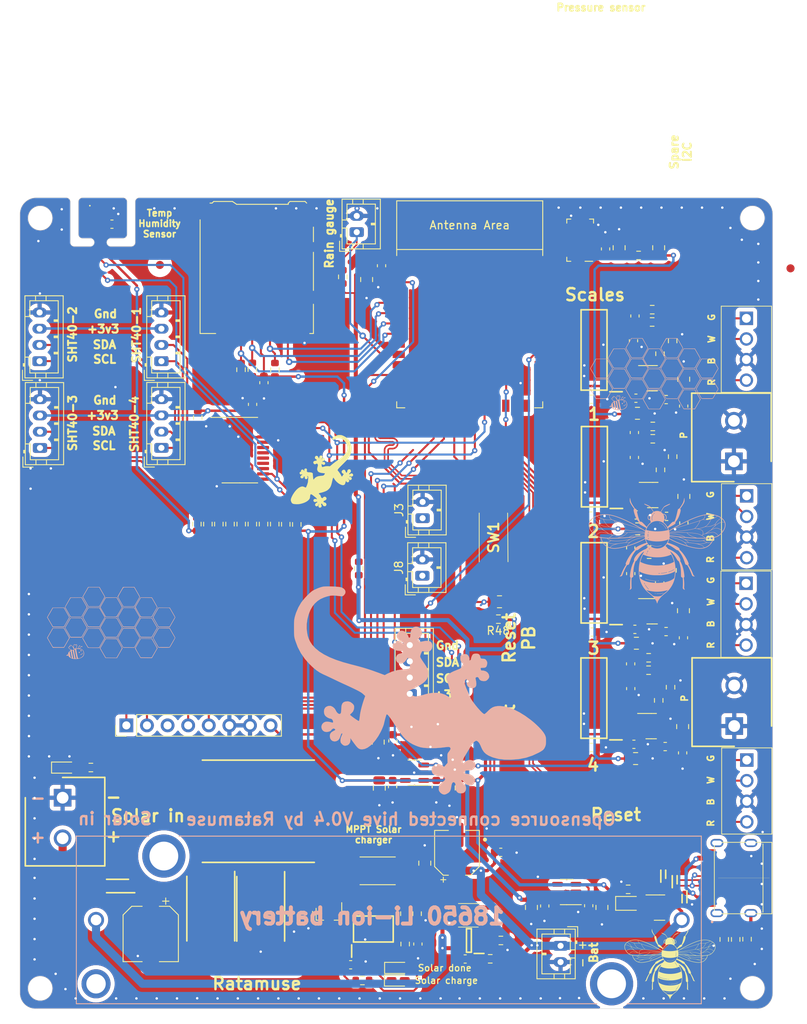
<source format=kicad_pcb>
(kicad_pcb (version 20221018) (generator pcbnew)
  (layers (0 "F.Cu" signal) (31 "B.Cu" signal) (34 "B.Paste" user) (35 "F.Paste" user) (36 "B.SilkS" user "B.Silkscreen") (37 "F.SilkS" user "F.Silkscreen") (38 "B.Mask" user) (39 "F.Mask" user) (44 "Edge.Cuts" user))
  (net 0 "")
  (net 1 "GND")
  (net 2 "+3V3")
  (net 3 "SCL")
  (net 4 "SDA")
  (net 5 "Net-(IC1-VG)")
  (net 6 "Net-(U2-PS)")
  (net 7 "+5V")
  (net 8 "VBAT")
  (net 9 "Net-(J2-Pin_4)")
  (net 10 "Vsolar")
  (net 11 "Net-(D5-Pad1)")
  (net 12 "Net-(J10-Pin_4)")
  (net 13 "Net-(IC5-INNA)")
  (net 14 "Net-(IC5-INPA)")
  (net 15 "Net-(IC5-VBG)")
  (net 16 "Net-(C4-Pad1)")
  (net 17 "Net-(IC6-INNA)")
  (net 18 "Net-(IC6-INPA)")
  (net 19 "Net-(IC6-VBG)")
  (net 20 "Net-(J15-Pin_4)")
  (net 21 "Net-(J16-Pin_4)")
  (net 22 "Net-(IC7-INNA)")
  (net 23 "Net-(IC7-INPA)")
  (net 24 "Net-(IC8-INNA)")
  (net 25 "VCC")
  (net 26 "DAT1")
  (net 27 "CLK1")
  (net 28 "DAT3")
  (net 29 "CLK3")
  (net 30 "DAT2")
  (net 31 "CLK2")
  (net 32 "wifi")
  (net 33 "Net-(IC8-INPA)")
  (net 34 "DAT4")
  (net 35 "CLK4")
  (net 36 "Net-(IC7-VBG)")
  (net 37 "SD3-CS-D7")
  (net 38 "CMD-MOSI-D8")
  (net 39 "CLK-SCK-D9")
  (net 40 "SDO-MISO-D10")
  (net 41 "Net-(IC8-VBG)")
  (net 42 "Net-(IC9-VCC)")
  (net 43 "Net-(D1-K)")
  (net 44 "Net-(D1-A)")
  (net 45 "Net-(D3-K)")
  (net 46 "Net-(D3-A)")
  (net 47 "Net-(D4-K)")
  (net 48 "Net-(Q1-D)")
  (net 49 "USB_D+")
  (net 50 "USB_D-")
  (net 51 "Net-(IC1-COM)")
  (net 52 "Net-(IC1-MPPT)")
  (net 53 "Net-(IC1-CSP)")
  (net 54 "Net-(IC1-DRV)")
  (net 56 "Net-(IC5-BASE)")
  (net 57 "Net-(IC5-AVDD)")
  (net 58 "Net-(IC5-VFB)")
  (net 62 "Net-(IC6-BASE)")
  (net 63 "Net-(IC6-AVDD)")
  (net 64 "Net-(IC6-VFB)")
  (net 68 "Net-(IC7-BASE)")
  (net 69 "Net-(IC7-AVDD)")
  (net 70 "Net-(IC7-VFB)")
  (net 74 "Net-(IC8-BASE)")
  (net 75 "Net-(IC8-AVDD)")
  (net 76 "Net-(IC8-VFB)")
  (net 80 "Net-(IC9-OD)")
  (net 81 "SC0")
  (net 82 "SD0")
  (net 83 "SC3")
  (net 84 "SD3")
  (net 85 "SC1")
  (net 86 "SD1")
  (net 87 "SC2")
  (net 88 "SD2")
  (net 89 "Net-(IC9-CS)")
  (net 90 "SD4")
  (net 91 "SC4")
  (net 92 "Net-(IC9-OC)")
  (net 94 "Net-(J2-Pin_1)")
  (net 95 "Net-(J2-Pin_2)")
  (net 96 "Net-(J10-Pin_1)")
  (net 97 "Net-(J10-Pin_2)")
  (net 98 "Start_modules")
  (net 100 "EN")
  (net 101 "VBUS")
  (net 103 "IO0")
  (net 106 "VCC_MODEM")
  (net 107 "Net-(J15-Pin_1)")
  (net 108 "Net-(J15-Pin_2)")
  (net 109 "Net-(J16-Pin_1)")
  (net 110 "Net-(J16-Pin_2)")
  (net 111 "Net-(J20-CC1)")
  (net 113 "Net-(J20-CC2)")
  (net 115 "Net-(J20-SHIELD)")
  (net 116 "DTR_E")
  (net 117 "PWRKEY")
  (net 118 "Vref")
  (net 119 "UART_RXD")
  (net 120 "UART_TXD")
  (net 121 "Led")
  (net 122 "Rain_gauge")
  (net 127 "Net-(Q8-D12_1)")
  (net 128 "Net-(U4-~{RESET})")
  (net 129 "VBAT-")
  (net 145 "Start_Modem")
  (footprint "Capacitor_SMD:CP_Elec_6.3x7.7" (layer "F.Cu") (at 102.625 159.81 -90)
    (fp_text reference "C1" hide)
    (fp_text value "100µF/35V" hide)
  )
  (footprint "Capacitor_SMD:C_0603_1608Metric" (layer "F.Cu") (at 122.06 157.16 -90)
    (fp_text reference "C2" hide)
    (fp_text value "470nF/50V" hide)
  )
  (footprint "Capacitor_SMD:C_0805_2012Metric" (layer "F.Cu") (at 120.29 157.34 -90)
    (fp_text reference "C3" hide)
    (fp_text value "4.7µF/50V" hide)
  )
  (footprint "Capacitor_SMD:C_0603_1608Metric" (layer "F.Cu") (at 135.56 161.05 -90)
    (fp_text reference "C4" hide)
    (fp_text value "220nF" hide)
  )
  (footprint "Capacitor_SMD:C_0603_1608Metric" (layer "F.Cu") (at 145.78 149.75)
    (fp_text reference "C5" hide)
    (fp_text value "0.1µF" hide)
  )
  (footprint "Capacitor_SMD:C_0603_1608Metric" (layer "F.Cu") (at 127.27 163.6)
    (fp_text reference "C7" hide)
    (fp_text value "0.1µF/50V" hide)
  )
  (footprint "Capacitor_SMD:C_0805_2012Metric" (layer "F.Cu") (at 136.41 151.085 90)
    (fp_text reference "C8" hide)
    (fp_text value "10µF" hide)
  )
  (footprint "Capacitor_SMD:CP_Elec_5x5.4" (layer "F.Cu") (at 140.38 149.81 90)
    (fp_text reference "C9" hide)
    (fp_text value "10µF" hide)
  )
  (footprint "Capacitor_SMD:C_0603_1608Metric" (layer "F.Cu") (at 97.842391 72.357391)
    (fp_text reference "C10" hide)
    (fp_text value "0.1µF" hide)
  )
  (footprint "LED_SMD:LED_0603_1608Metric_Castellated" (layer "F.Cu") (at 92.08125 139.31)
    (fp_text reference "D1" hide)
    (fp_text value "LED" hide)
  )
  (footprint "Empreintes:SODFL3616X98N" (layer "F.Cu") (at 98.53 153.9 180)
    (fp_text reference "D2" hide)
    (fp_text value "MBR230LSFT1G" hide)
  )
  (footprint "LED_SMD:LED_0603_1608Metric_Castellated" (layer "F.Cu") (at 133.12 165.542)
    (fp_text reference "D3" hide)
    (fp_text value "LED" hide)
  )
  (footprint "LED_SMD:LED_0603_1608Metric_Castellated" (layer "F.Cu") (at 133.14 163.992)
    (fp_text reference "D4" hide)
    (fp_text value "LED" hide)
  )
  (footprint "Empreintes:DIOM8059X256N" (layer "F.Cu") (at 116.18 156.71 -90)
    (fp_text reference "D5" hide)
    (fp_text value "SS34" hide)
  )
  (footprint "Empreintes:DIOM8059X256N" (layer "F.Cu") (at 110.025 156.685 -90)
    (fp_text reference "D6" hide)
    (fp_text value "SS34" hide)
  )
  (footprint "Empreintes:SOP100P600X175-10N" (layer "F.Cu") (at 130.07 159.2 90)
    (fp_text reference "IC1" hide)
    (fp_text value "CN3791" hide)
  )
  (footprint "Empreintes:SHDR2W90P0X500_1X2_1060X980X1380P" (layer "F.Cu") (at 91.76 143.02 -90)
    (fp_text reference "J1" hide)
    (fp_text value "Conn_01x02" hide)
  )
  (footprint "Connector_JST:JST_PH_B4B-PH-K_1x04_P2.00mm_Vertical" (layer "F.Cu") (at 134.56 130.22 90)
    (fp_text reference "J5" hide)
    (fp_text value "Conn_01x04" hide)
  )
  (footprint "Empreintes:INDPM138126X700N" (layer "F.Cu") (at 115.89 144.69)
    (fp_text reference "L1" hide)
    (fp_text value "82µH/3A" hide)
  )
  (footprint "Package_TO_SOT_SMD:SOT-23" (layer "F.Cu") (at 124.59 157.35 -90)
    (fp_text reference "Q1" hide)
    (fp_text value "AO3401A" hide)
  )
  (footprint "Resistor_SMD:R_0603_1608Metric" (layer "F.Cu") (at 95.24125 139.3)
    (fp_text reference "R1" hide)
    (fp_text value "10K" hide)
  )
  (footprint "Resistor_SMD:R_0603_1608Metric" (layer "F.Cu") (at 133.99 161.05 90)
    (fp_text reference "R2" hide)
    (fp_text value "120" hide)
  )
  (footprint "Resistor_SMD:R_0603_1608Metric" (layer "F.Cu") (at 128.72 165.54)
    (fp_text reference "R3" hide)
    (fp_text value "10K" hide)
  )
  (footprint "Resistor_SMD:R_0603_1608Metric" (layer "F.Cu") (at 135.46 157.31 -90)
    (fp_text reference "R4" hide)
    (fp_text value "10K" hide)
  )
  (footprint "Resistor_SMD:R_0603_1608Metric" (layer "F.Cu") (at 133.96 157.31 90)
    (fp_text reference "R5" hide)
    (fp_text value "30K" hide)
  )
  (footprint "Resistor_SMD:R_2512_6332Metric" (layer "F.Cu") (at 130.6 152.03)
    (fp_text reference "R6" hide)
    (fp_text value "0.24R" hide)
  )
  (footprint "Empreintes:SON50P200X200X80-9N-D" (layer "F.Cu") (at 145.23 146.81 90)
    (fp_text reference "IC2" hide)
    (fp_text value "MAX17048G+" hide)
  )
  (footprint "Empreintes:SHT41AD1BR3" (layer "F.Cu") (at 96.367391 70.482391)
    (fp_text reference "IC4" hide)
    (fp_text value "SHT41-AD1B-R3" hide)
  )
  (footprint "Resistor_SMD:R_0603_1608Metric" (layer "F.Cu") (at 128.27 114.78 90)
    (fp_text reference "R10" hide)
    (fp_text value "100k" hide)
  )
  (footprint "Capacitor_SMD:C_0805_2012Metric" (layer "F.Cu") (at 130.66875 136.17 -90)
    (fp_text reference "C18" hide)
    (fp_text value "10µF" hide)
  )
  (footprint "Resistor_SMD:R_0603_1608Metric" (layer "F.Cu") (at 166.97 86.74 90)
    (fp_text reference "R16" hide)
    (fp_text value "8.2K" hide)
  )
  (footprint "Capacitor_SMD:C_0805_2012Metric" (layer "F.Cu") (at 168.33 91.46 90)
    (fp_text reference "C24" hide)
    (fp_text value "10µF" hide)
  )
  (footprint "Capacitor_SMD:C_0805_2012Metric" (layer "F.Cu") (at 149.56 156.54 -90)
    (fp_text reference "C63" hide)
    (fp_text value "10µF" hide)
  )
  (footprint "Resistor_SMD:R_0603_1608Metric" (layer "F.Cu") (at 126.3 78.85 90)
    (fp_text reference "R43" hide)
    (fp_text value "100k")
  )
  (footprint "Resistor_SMD:R_0603_1608Metric" (layer "F.Cu") (at 108.42 96.19 90)
    (fp_text reference "R32" hide)
    (fp_text value "10K" hide)
  )
  (footprint "Connector_JST:JST_PH_B2B-PH-K_1x02_P2.00mm_Vertical" (layer "F.Cu") (at 136.11 115.67 90)
    (fp_text reference "J8")
    (fp_text value "Conn_01x02")
  )
  (footprint "Empreintes:1725672" (layer "F.Cu") (at 176.06 83.96 -90)
    (fp_text reference "J2" hide)
    (fp_text value "Conn_01x04" hide)
  )
  (footprint "Capacitor_SMD:C_0805_2012Metric" (layer "F.Cu") (at 168.2 134.26 90)
    (fp_text reference "C39" hide)
    (fp_text value "10µF" hide)
  )
  (footprint "Capacitor_SMD:C_0603_1608Metric" (layer "F.Cu") (at 156.62 156.33 -90)
    (fp_text reference "C61" hide)
    (fp_text value "0.1µF")
  )
  (footprint "Package_TO_SOT_SMD:SOT-23" (layer "F.Cu") (at 164.32 134.2)
    (fp_text reference "Q5" hide)
    (fp_text value "MMBT4403" hide)
  )
  (footprint "Capacitor_SMD:C_0603_1608Metric" (layer "F.Cu") (at 141.39 162.89 180)
    (fp_text reference "C64" hide)
    (fp_text value "0.1µF" hide)
  )
  (footprint "Resistor_SMD:R_0603_1608Metric" (layer "F.Cu") (at 166.71 129.41 90)
    (fp_text reference "R28" hide)
    (fp_text value "8.2K" hide)
  )
  (footprint "Resistor_SMD:R_0603_1608Metric" (layer "F.Cu") (at 165.41 88.32 90)
    (fp_text reference "R12" hide)
    (fp_text value "20K" hide)
  )
  (footprint "Capacitor_SMD:C_0603_1608Metric" (layer "F.Cu") (at 161.8 112.24 90)
    (fp_text reference "C40" hide)
    (fp_text value "0.1µF" hide)
  )
  (footprint "Capacitor_SMD:C_0603_1608Metric" (layer "F.Cu") (at 157.03 122.61)
    (fp_text reference "C44" hide)
    (fp_text value "0.1µF" hide)
  )
  (footprint "Diode_SMD:D_SOD-323" (layer "F.Cu") (at 161.44 156.04)
    (fp_text reference "D14" hide)
    (fp_text value "D_Schottky" hide)
  )
  (footprint "Capacitor_SMD:C_0603_1608Metric" (layer "F.Cu") (at 162.47 108.18)
    (fp_text reference "C33" hide)
    (fp_text value "0.1µF" hide)
  )
  (footprint "Resistor_SMD:R_0603_1608Metric" (layer "F.Cu") (at 109.67 109.31 -90)
    (fp_text reference "R40" hide)
    (fp_text value "10K" hide)
  )
  (footprint "Resistor_SMD:R_0603_1608Metric" (layer "F.Cu") (at 176.14 160.45 90)
    (fp_text reference "R31" hide)
    (fp_text value "1M" hide)
  )
  (footprint "Resistor_SMD:R_0603_1608Metric" (layer "F.Cu") (at 112.4 109.31 -90)
    (fp_text reference "R38" hide)
    (fp_text value "10K" hide)
  )
  (footprint "Connector_PinHeader_2.54mm:PinHeader_1x08_P2.54mm_Vertical" (layer "F.Cu") (at 99.62 134.11 90)
    (fp_text reference "J22" hide)
    (fp_text value "Conn_01x08" hide)
  )
  (footprint "Empreintes:SHDR2W90P0X500_1X2_1060X980X1380P" (layer "F.Cu") (at 174.52 101.58 90)
    (fp_text reference "J6" hide)
    (fp_text value "Conn_01x02" hide)
  )
  (footprint "Empreintes:PTS636SL43SMTRLFS" (layer "F.Cu") (at 144.87 110.95 90)
    (fp_text reference "SW1")
    (fp_text value "SW_Push" hide)
  )
  (footprint "Connector_Card:microSD_HC_Hirose_DM3AT-SF-PEJM5" (layer "F.Cu") (at 115.705 77.945 180)
    (fp_text reference "J13" hide)
    (fp_text value "Micro_SD_Card" hide)
  )
  (footprint "Inductor_SMD:L_0603_1608Metric" (layer "F.Cu") (at 166.16 122.55 180)
    (fp_text reference "L4" hide)
    (fp_text value "3.3µH" hide)
  )
  (footprint "Resistor_SMD:R_0603_1608Metric" (layer "F.Cu") (at 115.15 109.31 -90)
    (fp_text reference "R36" hide)
    (fp_text value "10K" hide)
  )
  (footprint "Capacitor_SMD:C_0603_1608Metric" (layer "F.Cu") (at 168.35 109.16 -90)
    (fp_text reference "C23" hide)
    (fp_text value "0.1µF" hide)
  )
  (footprint "Resistor_SMD:R_0603_1608Metric" (layer "F.Cu") (at 119.27 109.33 -90)
    (fp_text reference "R51" hide)
    (fp_text value "10K" hide)
  )
  (footprint "Capacitor_SMD:C_0805_2012Metric" (layer "F.Cu") (at 168.35 105.9 90)
    (fp_text reference "C25" hide)
    (fp_text value "10µF" hide)
  )
  (footprint "Resistor_SMD:R_0603_1608Metric" (layer "F.Cu") (at 166.89 115.01 90)
    (fp_text reference "R24" hide)
    (fp_text value "8.2K" hide)
  )
  (footprint "Empreintes:SHDR2W90P0X500_1X2_1060X980X1380P" (layer "F.Cu") (at 174.56 134.19 90)
    (fp_text reference "J7" hide)
    (fp_text value "Conn_01x02" hide)
  )
  (footprint "Capacitor_SMD:C_0805_2012Metric" (layer "F.Cu") (at 162.66 109.9)
    (fp_text reference "C35" hide)
    (fp_text value "10µF" hide)
  )
  (footprint "Capacitor_SMD:C_0805_2012Metric" (layer "F.Cu") (at 162.4 138.2)
    (fp_text reference "C49" hide)
    (fp_text value "10µF" hide)
  )
  (footprint "Package_TO_SOT_SMD:SOT-23" (layer "F.Cu") (at 164.52 105.73)
    (fp_text reference "Q3" hide)
    (fp_text value "MMBT4403" hide)
  )
  (footprint "Package_SO:TSSOP-24_4.4x7.8mm_P0.65mm" (layer "F.Cu") (at 113.61 100.2)
    (fp_text reference "U4" hide)
    (fp_text value "TCA9548APWR" hide)
  )
  (footprint "Resistor_SMD:R_0603_1608Metric" (layer "F.Cu") (at 108.31 109.31 -90)
    (fp_text reference "R39" hide)
    (fp_text value "10K" hide)
  )
  (footprint "Package_TO_SOT_SMD:SOT-23-5" (layer "F.Cu") (at 153.91 154.64 180)
    (fp_text reference "U9" hide)
    (fp_text value "XC6220B331MR" hide)
  )
  (footprint "Empreintes:SODFL1406X65N" (layer "F.Cu") (at 165.81 152.45 90)
    (fp_text reference "D11" hide)
    (fp_text value "SP1003-01DTG" hide)
  )
  (footprint "Capacitor_SMD:C_0603_1608Metric" (layer "F.Cu") (at 151.2 156.36 -90)
    (fp_text reference "C62" hide)
    (fp_text value "0.1µF" hide)
  )
  (footprint "Resistor_SMD:R_0603_1608Metric" (layer "F.Cu") (at 145.48 121.02 180)
    (fp_text reference "R48")
    (fp_text value "10K")
  )
  (footprint "Package_TO_SOT_SMD:SOT-23-5" (layer "F.Cu") (at 135.1425 139.94 180)
    (fp_text reference "U5" hide)
    (fp_text value "XC6220B331MR" hide)
  )
  (footprint "Empreintes:1725672" (layer "F.Cu") (at 176.11 138.38 -90)
    (fp_text reference "J16" hide)
    (fp_text value "Conn_01x04" hide)
  )
  (footprint "Resistor_SMD:R_0603_1608Metric" (layer "F.Cu") (at 165.25 131.03 90)
    (fp_text reference "R27" hide)
    (fp_text value "20K" hide)
  )
  (footprint "Capacitor_SMD:C_0603_1608Metric" (layer "F.Cu") (at 168.33 94.77 -90)
    (fp_text reference "C22" hide)
    (fp_text value "0.1µF" hide)
  )
  (footprint "Capacitor_SMD:C_0805_2012Metric" (layer "F.Cu") (at 165.245 75.26 90)
    (fp_text reference "C12" hide)
    (fp_text value "10µF" hide)
  )
  (footprint "Capacitor_SMD:C_0603_1608Metric" (layer "F.Cu") (at 168.3 123.32 -90)
    (fp_text reference "C36" hide)
    (fp_text value "0.1µF" hide)
  )
  (footprint "Capacitor_SMD:C_0603_1608Metric" (layer "F.Cu") (at 162.31 122.28)
    (fp_text reference "C46" hide)
    (fp_text value "0.1µF" hide)
  )
  (footprint "Capacitor_SMD:C_0603_1608Metric" (layer "F.Cu") (at 156.96 136.83)
    (fp_text reference "C45" hide)
    (fp_text value "0.1µF" hide)
  )
  (footprint "Capacitor_SMD:C_0603_1608Metric" (layer "F.Cu") (at 138.18875 136.03 -90)
    (fp_text reference "C15" hide)
    (fp_text value "0.1µF" hide)
  )
  (footprint "Resistor_SMD:R_0603_1608Metric" (layer "F.Cu") (at 162.77 76.21)
    (fp_text reference "FB1" hide)
    (fp_text value "FerriteBead" hide)
  )
  (footprint "Capacitor_SMD:C_0603_1608Metric" (layer "F.Cu") (at 156.88 108.32)
    (fp_text reference "C31" hide)
    (fp_text value "0.1µF" hide)
  )
  (footprint "Resistor_SMD:R_0603_1608Metric" (layer "F.Cu") (at 141.37 127.79)
    (fp_text reference "R8" hide)
    (fp_text value "2.2K" hide)
  )
  (footprint "Resistor_SMD:R_0603_1608Metric" (layer "F.Cu") (at 174.74 160.48 90)
    (fp_text reference "R46" hide)
    (fp_text value "5.1K" hide)
  )
  (footprint "Inductor_SMD:L_0603_1608Metric" (layer "F.Cu") (at 166.17 93.97 180)
    (fp_text reference "L2" hide)
    (fp_text value "3.3µH" hide)
  )
  (footprint "Inductor_SMD:L_0603_1608Metric" (layer "F.Cu") (at 166.05 136.72 180)
    (fp_text reference "L5" hide)
    (fp_text value "3.3µH" hide)
  )
  (footprint "Empreintes:1725672" (layer "F.Cu") (at 176.09 105.83 -90)
    (fp_text reference "J10" hide)
    (fp_text value "Conn_01x04" hide)
  )
  (footprint "Resistor_SMD:R_0603_1608Metric" (layer "F.Cu") (at 164.07 111.47)
    (fp_text reference "R26" hide)
    (fp_text value "100" hide)
  )
  (footprint "Empreintes:SOIC127P600X160-16N" (layer "F.Cu") (at 157.32 102.24 180)
    (fp_text reference "IC6" hide)
    (fp_text value "HX711" hide)
  )
  (footprint "Empreintes:FS8205" (layer "F.Cu") (at 141.205 157.51)
    (fp_text reference "Q8" hide)
    (fp_text value "FS8205" hide)
  )
  (footprint "Resistor_SMD:R_0603_1608Metric" (layer "F.Cu") (at 117.935 90.29 90)
    (fp_text reference "R15" hide)
    (fp_text value "10k" hide)
  )
  (footprint "Empreintes:bee" (layer "F.Cu") (at 170.367812 163.497451)
    (fp_text reference "G***" hide)
    (fp_text value "LOGO" hide)
  )
  (footprint "Empreintes:SOIC127P600X160-16N" (layer "F.Cu") (at 157.28 116.55 180)
    (fp_text reference "IC7" hide)
    (fp_text value "HX711" hide)
  )
  (footprint "Espressif:ESP32-S3-WROOM-2" (layer "F.Cu") (at 141.95 85.23)
    (fp_text reference "U8" hide)
    (fp_text value "ESP32-S3-WROOM-2")
  )
  (footprint "Resistor_SMD:R_0603_1608Metric" (layer "F.Cu") (at 140.58 129.62)
    (fp_text reference "R7" hide)
    (fp_text value "2.2K" hide)
  )
  (footprint "Capacitor_SMD:C_0603_1608Metric" (layer "F.Cu") (at 116.575 91.89 -90)
    (fp_text reference "C19" hide)
    (fp_text value "0.1µF" hide)
  )
  (footprint "Resistor_SMD:R_0603_1608Metric" (layer "F.Cu") (at 165.47 102.63 90)
    (fp_text reference "R19" hide)
    (fp_text value "20K" hide)
  )
  (footprint "Resistor_SMD:R_0603_1608Metric" (layer "F.Cu") (at 164 127.31)
    (fp_text reference "R29" hide)
    (fp_text value "100" hide)
  )
  (footprint "Resistor_SMD:R_0603_1608Metric" (layer "F.Cu") (at 117.91 109.31 -90)
    (fp_text reference "R34" hide)
    (fp_text value "10K" hide)
  )
  (footprint "Empreintes:Logo Ratamuse petit" (layer "F.Cu") (at 123.67 103.17 -160)
    (fp_text reference "G***" hide)
    (fp_text value "LOGO" hide)
  )
  (footprint "Fiducial:Fiducial_1mm_Mask3mm" (layer "F.Cu") (at 92.24 162.03)
    (fp_text reference "FID4" hide)
    (fp_text value "Fiducial" hide)
  )
  (footprint "Capacitor_SMD:C_0805_2012Metric" (layer "F.Cu") (at 162.63 95.66)
    (fp_text reference "C34" hide)
    (fp_text value "10µF" hide)
  )
  (footprint "Fiducial:Fiducial_1mm_Mask3mm" (layer "F.Cu") (at 103.75 77.38)
    (fp_text reference "FID1" hide)
    (fp_text value "Fiducial" hide)
  )
  (footprint "Capacitor_SMD:C_0805_2012Metric" (layer "F.Cu") (at 162.5 123.99)
    (fp_text reference "C48" hide)
    (fp_text value "10µF" hide)
  )
  (footprint "Capacitor_SMD:C_0603_1608Metric" (layer "F.Cu") (at 156.95 93.93)
    (fp_text reference "C30" hide)
    (fp_text value "0.1µF" hide)
  )
  (footprint "Capacitor_SMD:C_0603_1608Metric" (layer "F.Cu") (at 162.25 98.03 90)
    (fp_text reference "C28" hide)
    (fp_text value "0.1µF" hide)
  )
  (footprint "Empreintes:SOIC127P600X160-16N" (layer "F.Cu") (at 157.26 130.75 180)
    (fp_text reference "IC8" hide)
    (fp_text value "HX711" hide)
  )
  (footprint "Resistor_SMD:R_0603_1608Metric" (layer "F.Cu") (at 164.07 113.02)
    (fp_text reference "R25" hide)
    (fp_text value "100" hide)
  )
  (footprint "Empreintes:SOT95P280X145-6N" (layer "F.Cu") (at 141.85 160.61 180)
    (fp_text reference "IC9" hide)
    (fp_text value "FS312F-G" hide)
  )
  (footprint "Connector_JST:JST_PH_B2B-PH-K_1x02_P2.00mm_Vertical" (layer "F.Cu") (at 153.15 161.27 -90)
    (fp_text reference "J4" hide)
    (fp_text value "Conn_01x02")
  )
  (footprint "Capacitor_SMD:C_0603_1608Metric" (layer "F.Cu") (at 132.4425 141.67 -90)
    (fp_text reference "C53" hide)
    (fp_text value "0.1µF" hide)
  )
  (footprint "Capacitor_SMD:C_0603_1608Metric" (layer "F.Cu") (at 162.19 136.44)
    (fp_text reference "C47" hide)
    (fp_text value "0.1µF" hide)
  )
  (footprint "Capacitor_SMD:C_0805_2012Metric" (layer "F.Cu") (at 158.25 156.54 -90)
    (fp_text reference "C60" hide)
    (fp_text value "10µF")
  )
  (footprint "Capacitor_SMD:C_0603_1608Metric" (layer "F.Cu") (at 162.44 93.8)
    (fp_text reference "C32" hide)
    (fp_text value "0.1µF" hide)
  )
  (footprint "Empreintes:TYPE-C-31-M-12" (layer "F.Cu") (at 176.6075 152.92 90)
    (fp_text reference "J20" hide)
    (fp_text value "USB_C_Receptacle_USB2.0 USB4105-GF-A " hide)
  )
  (footprint "Package_TO_SOT_SMD:SOT-23" (layer "F.Cu") (at 165.35 156.56)
    (fp_text reference "Q7" hide)
    (fp_text value "DMG2301L" hide)
  )
  (footprint "Resistor_SMD:R_0603_1608Metric" (layer "F.Cu") (at 166.97 101 90)
    (fp_text reference "R20" hide)
    (fp_text value "8.2K" hide)
  )
  (footprint "Resistor_SMD:R_0603_1608Metric" (layer "F.Cu") (at 115.145 90.27 90)
    (fp_text reference "R14" hide)
    (fp_text value "10k" hide)
  )
  (footprint "Capacitor_SMD:C_0805_2012Metric" (layer "F.Cu") (at 129.24 79.18 -90)
    (fp_text reference "C57" hide)
    (fp_text value "22µF" hide)
  )
  (footprint "Connector_JST:JST_PH_B4B-PH-K_1x04_P2.00mm_Vertical" (layer "F.Cu") (at 103.94 89.24 90)
    (fp_text reference "J11" hide)
    (fp_text value "Conn_01x04" hide)
  )
  (footprint "Capacitor_SMD:C_0603_1608Metric" (layer "F.Cu") (at 158.695 75.41 90)
    (fp_text reference "C14" hide)
    (fp_text value "0.1µF" hide)
  )
  (footprint "Resistor_SMD:R_0603_1608Metric" (layer "F.Cu") (at 111.02 109.31 -90)
    (fp_text reference "R37" hide)
    (fp_text value "10K" hide)
  )
  (footprint "Resistor_SMD:R_0603_1608Metric" (layer "F.Cu") (at 161.48 154.31 180)
    (fp_text reference "R49" hide)
    (fp_text value "10K" hide)
  )
  (footprint "Package_TO_SOT_SMD:SOT-23" (layer "F.Cu") (at 164.44 120.05)
    (fp_text reference "Q4" hide)
    (fp_text value "MMBT4403" hide)
  )
  (footprint "Empreintes:SODFL1406X65N" (layer "F.Cu") (at 168.43 155.46 -90)
    (fp_text reference "D10" hide)
    (fp_text value "SP1003-01DTG" hide)
  )
  (footprint "Capacitor_SMD:C_0603_1608Metric" (layer "F.Cu") (at 162.14 86.72 90)
    (fp_text reference "C27" hide)
    (fp_text value "0.1µF" hide)
  )
  (footprint "Connector_JST:JST_PH_B2B-PH-K_1x02_P2.00mm_Vertical" (layer "F.Cu") (at 136.14 108.58 90)
    (fp_text reference "J3")
    (fp_text value "Conn_01x02")
  )
  (footprint "Resistor_SMD:R_0603_1608Metric" (layer "F.Cu") (at 116.53 109.31 -90)
    (fp_text reference "R33" hide)
    (fp_text value "10K" hide)
  )
  (footprint "Fiducial:Fiducial_1mm_Mask3mm" (layer "F.Cu") (at 181.5 77.8)
    (fp_text reference "FID2" hide)
    (fp_text value "Fiducial" hide)
  )
  (footprint "Resistor_SMD:R_0603_1608Metric" (layer "F.Cu") (at 164.52 98.8)
    (fp_text reference "R21" hide)
    (fp_text value "100" hide)
  )
  (footprint "Capacitor_SMD:C_0603_1608Metric" (layer "F.Cu") (at 162.25 101.1 90)
    (fp_text reference "C29" hide)
    (fp_text value "0.1µF" hide)
  )
  (footprint "Capacitor_SMD:C_0603_1608Metric" (layer "F.Cu") (at 168.2 137.5 -90)
    (fp_text reference "C37" hide)
    (fp_text value "0.1µF" hide)
  )
  (footprint "Resistor_SMD:R_0603_1608Metric" (layer "F.Cu") (at 144.48 162.87 180)
    (fp_text reference "R53" hide)
    (fp_text value "100" hide)
  )
  (footprint "Resistor_SMD:R_0603_1608Metric" (layer "F.Cu") (at 113.78 109.31 -90)
    (fp_text reference "R35" hide)
    (fp_text value "10K" hide)
  )
  (footprint "Capacitor_SMD:C_0603_1608Metric" (layer "F.Cu") (at 115.18 94.56 90)
    (fp_text reference "C50" hide)
    (fp_text value "0.1µF" hide)
  )
  (footprint "Fiducial:Fiducial_1mm_Mask3mm" (layer "F.Cu") (at 171.69 165.09)
    (fp_text reference "FID3" hide)
    (fp_text value "Fiducial" hide)
  )
  (footprint "Inductor_SMD:L_0603_1608Metric" (layer "F.Cu") (at 166.22 108.36 180)
    (fp_text reference "L3" hide)
    (fp_text value "3.3µH" hide)
  )
  (footprint "Empreintes:SOIC127P600X160-16N" (layer "F.Cu") (at 157.278 87.855 180)
    (fp_text reference "IC5" hide)
    (fp_text value "HX711" hide)
  )
  (footprint "Capacitor_SMD:C_0603_1608Metric" (layer "F.Cu") (at 162.32 83.67 90)
    (fp_text reference "C26" hide)
    (fp_text value "0.1µF" hide)
  )
  (footprint "Capacitor_SMD:C_0805_2012Metric" (layer "F.Cu") (at 130.8025 141.84 -90)
    (fp_text reference "C54" hide)
    (fp_text value "10µF" hide)
  )
  (footprint "Resistor_SMD:R_0603_1608Metric" (layer "F.Cu") (at 164.01 125.78)
    (fp_text reference "R30" hide)
    (fp_text value "100" hide)
  )
  (footprint "Capacitor_SMD:C_0603_1608Metric" (layer "F.Cu") (at 161.79 126.53 90)
    (fp_text reference "C41" hide)
    (fp_text value "0.1µF" hide)
  )
  (footprint "Capacitor_SMD:C_0805_2012Metric" (layer "F.Cu") (at 160.37 75.26 90)
    (fp_text reference "C13" hide)
    (fp_text value "10µF" hide)
  )
  (footprint "Package_LGA:LGA-8_3x5mm_P1.25mm" (layer "F.Cu") (at 155.565 74.33 180)
    (fp_text reference "U2" hide)
    (fp_text value "MS5611-01BA" hide)
  )
  (footprint "Capacitor_SMD:C_0805_2012Metric" (layer "F.Cu") (at 139.85875 136.2 -90)
    (fp_text reference "C16" hide)
    (fp_text value "10µF" hide)
  )
  (footprint "Capacitor_SMD:C_0805_2012Metric" (layer "F.Cu") (at 145.62 118.88)
    (fp_text reference "C59" hide)
    (fp_text value "22µF" hide)
  )
  (footprint "Capacitor_SMD:C_0805_2012Metric" (layer "F.Cu") (at 139.42 141.82 -90)
    (fp_text reference "C51" hide)
    (fp_text value "10µF")
  )
  (footprint "Connector_JST:JST_PH_B4B-PH-K_1x04_P2.00mm_Vertical" (layer "F.Cu") (at 88.97 99.93 90)
    (fp_text reference "J12" hide)
    (fp_text value "Conn_01x04" hide)
  )
  (footprint "Capacitor_SMD:C_0805_2012Metric" (layer "F.Cu") (at 168.3 119.98 90)
    (fp_text reference "C38" hide)
    (fp_text value "10µF" hide)
  )
  (footprint "Package_TO_SOT_SMD:SOT-23-5" (layer "F.Cu") (at 135.34875 134.3 180)
    (fp_text reference "U3" hide)
    (fp_text value "XC6220B331MR" hide)
  )
  (footprint "Resistor_SMD:R_0603_1608Metric" (layer "F.Cu") (at 120.63 109.35 -90)
    (fp_text reference "R50" hide)
    (fp_text value "10K" hide)
  )
  (footprint "Resistor_SMD:R_0603_1608Metric" (layer "F.Cu") (at 145.79 160.61)
    (fp_text reference "R52" hide)
    (fp_text value "1K" hide)
  )
  (footprint "Connector_JST:JST_PH_B4B-PH-K_1x04_P2.00mm_Vertical" (layer "F.Cu") (at 88.92 89.24 90)
    (fp_text reference "J17" hide)
    (fp_text value "Conn_01x04" hide)
  )
  (footprint "Capacitor_SMD:C_0603_1608Metric" (layer "F.Cu") (at 161.8 115.41 90)
    (fp_text reference "C42" hide)
    (fp_text value "0.1µF" hide)
  )
  (footprint "Connector_JST:JST_PH_B2B-PH-K_1x02_P2.00mm_Vertical" (layer "F.Cu") (at 128.02 73.34 90)
    (fp_text reference "J21" hide)
    (fp_text value "Conn_01x02")
  )
  (footprint "Capacitor_SMD:C_0603_1608Metric" (layer "F.Cu") (at 131.08 77.48 90)
    (fp_text reference "C58" hide)
    (fp_text value "0.1µF" hide)
  )
  (footprint "Capacitor_SMD:C_0603_1608Metric" (layer "F.Cu") (at 132.47875 136.03 -90)
    (fp_text reference "C17" hide)
    (fp_text value "0.1µF" hide)
  )
  (footprint "Connector_JST:JST_PH_B4B-PH-K_1x04_P2.00mm_Vertical" (layer "F.Cu") (at 103.94 99.92 90)
    (fp_text reference "J18" hide)
    (fp_text value "Conn_01x04" hide)
  )
  (footprint "Empreintes:1725672" (layer "F.Cu") (at 176.02 116.6 -90)
    (fp_text reference "J15" hide)
    (fp_text value "Conn_01x04" hide)
  )
  (footprint "Resistor_SMD:R_0603_1608Metric" (layer "F.Cu") (at 113.755 90.29 90)
    (fp_text reference "R13" hide)
    (fp_text value "10k" hide)
  )
  (footprint "Resistor_SMD:R_0603_1608Metric" (layer "F.Cu") (at 173.33 160.48 90)
    (fp_text reference "R45" hide)
    (fp_text value "5.1K" hide)
  )
  (footprint "Resistor_SMD:R_0603_1608Metric" (layer "F.Cu") (at 164.45 82.89)
    (fp_text reference "R18" hide)
    (fp_text value "100" hide)
  )
  (footprint "Resistor_SMD:R_0603_1608Metric" (layer "F.Cu") (at 165.37 116.66 90)
    (fp_text reference "R23" hide)
    (fp_text value "20K" hide)
  )
  (footprint "Package_TO_SOT_SMD:SOT-23" (layer "F.Cu") (at 164.44 91.34)
    (fp_text reference "Q2" hide)
    (fp_text value "MMBT4403" hide)
  )
  (footprint "Resistor_SMD:R_0603_1608Metric" (layer "F.Cu") (at 164.44 84.41)
    (fp_text reference "R17" hide)
    (fp_text value "100" hide)
  )
  (footprint "Resistor_SMD:R_0603_1608Metric" (layer "F.Cu") (at 164.52 97.28)
    (fp_text reference "R22" hide)
    (fp_text value "100" hide)
  )
  (footprint "Capacitor_SMD:C_0603_1608Metric" (layer "F.Cu") (at 137.83 141.67 -90)
    (fp_text reference "C52" hide)
    (fp_text value "0.1µF")
  )
  (footprint "Empreintes:SODFL1406X65N" (layer "F.Cu") (at 167.22 153.13 90)
    (fp_text reference "D12" hide)
    (fp_text value "SP1003-01DTG" hide)
  )
  (footprint "Capacitor_SMD:C_0603_1608Metric" (layer "F.Cu") (at 161.8 129.58 90)
    (fp_text reference "C43" hide)
    (fp_text value "0.1µF" hide)
  )
  (footprint "Empreintes:bee large" (layer "B.Cu") (at 159.468973 112.561178 180)
    (fp_text reference "G***" hide)
    (fp_text value "LOGO" hide)
  )
  (footprint "Empreintes:Logo Ratamuse" (layer "B.Cu") (at 135.83263 129.783428)
    (fp_text reference "G***" hide)
    (fp_text value "LOGO" hide)
  )
  (footprint "Empreintes:alvéoles" (layer "B.Cu") (at 164.724266 91.532034 180)
    (fp_text reference "G***" hide)
    (fp_text value "LOGO" hide)
  )
  (footprint "Empreintes:alvéoles" (layer "B.Cu") (at 97.77 122.19 180)
    (fp_text reference "G***" hide)
    (fp_text value "LOGO" hide)
  )
  (footprint "Empreintes:1043" (layer "B.Cu") (at 168.08 158.08 180)
    (fp_text reference "U7" hide)
    (fp_text value "1043" hide)
  )
  (gr_line (start 88.5 169.01) (end 177.3 169.01) (stroke (width 0.05)) (layer "Edge.Cuts"))
  (gr_line (start 99.21 69.1) (end 94.21 69.1) (stroke (width 0.05)) (layer "Edge.Cuts"))
  (gr_arc (start 177.3 69.1) (mid 178.717745 69.689326) (end 179.3 71.11) (stroke (width 0.05)) (layer "Edge.Cuts"))
  (gr_line (start 86.5 80.39) (end 86.5 167.11) (stroke (width 0.05)) (layer "Edge.Cuts"))
  (gr_line (start 95.16 74.1) (end 94.21 74.1) (stroke (width 0.05)) (layer "Edge.Cuts"))
  (gr_arc (start 99.21 69.1) (mid 99.563553 69.246447) (end 99.71 69.6) (stroke (width 0.05)) (layer "Edge.Cuts"))
  (gr_line (start 92.21 69.1) (end 88.5 69.1) (stroke (width 0.05)) (layer "Edge.Cuts"))
  (gr_line (start 99.71 73.6) (end 99.71 69.6) (stroke (width 0.05)) (layer "Edge.Cuts"))
  (gr_circle (center 176.8 71.61) (end 178.3 71.61) (stroke (width 0.05)) (fill none) (layer "Edge.Cuts"))
  (gr_line (start 92.71 69.6) (end 92.71 74.6) (stroke (width 0.05)) (layer "Edge.Cuts"))
  (gr_line (start 101.21 69.1) (end 125.9 69.1) (stroke (width 0.05)) (layer "Edge.Cuts"))
  (gr_arc (start 93.71 69.6) (mid 93.856447 69.246447) (end 94.21 69.1) (stroke (width 0.05)) (layer "Edge.Cuts"))
  (gr_arc (start 93.21 75.1) (mid 92.856447 74.953553) (end 92.71 74.6) (stroke (width 0.05)) (layer "Edge.Cuts"))
  (gr_arc (start 97.71 75.1) (mid 97.21 74.6) (end 97.71 74.1) (stroke (width 0.05)) (layer "Edge.Cuts"))
  (gr_circle (center 89 166.51) (end 89 168.01) (stroke (width 0.05)) (fill none) (layer "Edge.Cuts"))
  (gr_line (start 100.71 69.6) (end 100.71 74.6) (stroke (width 0.05)) (layer "Edge.Cuts"))
  (gr_line (start 177.3 69.1) (end 125.9 69.1) (stroke (width 0.05)) (layer "Edge.Cuts"))
  (gr_line (start 100.21 75.1) (end 97.71 75.1) (stroke (width 0.05)) (layer "Edge.Cuts"))
  (gr_line (start 97.71 74.1) (end 99.21 74.1) (stroke (width 0.05)) (layer "Edge.Cuts"))
  (gr_arc (start 99.71 73.6) (mid 99.563553 73.953553) (end 99.21 74.1) (stroke (width 0.05)) (layer "Edge.Cuts"))
  (gr_arc (start 86.5 71.11) (mid 87.085184 69.692255) (end 88.5 69.1) (stroke (width 0.05)) (layer "Edge.Cuts"))
  (gr_arc (start 179.3 167.11) (mid 178.707846 168.489311) (end 177.3 169.01) (stroke (width 0.05)) (layer "Edge.Cuts"))
  (gr_arc (start 100.71 74.6) (mid 100.563553 74.953553) (end 100.21 75.1) (stroke (width 0.05)) (layer "Edge.Cuts"))
  (gr_arc (start 88.5 169.01) (mid 87.092154 168.489311) (end 86.5 167.11) (stroke (width 0.05)) (layer "Edge.Cuts"))
  (gr_arc (start 100.71 69.6) (mid 100.856447 69.246447) (end 101.21 69.1) (stroke (width 0.05)) (layer "Edge.Cuts"))
  (gr_circle (center 176.8 166.51) (end 176.8 168.01) (stroke (width 0.05)) (fill none) (layer "Edge.Cuts"))
  (gr_line (start 93.71 73.6) (end 93.71 69.6) (stroke (width 0.05)) (layer "Edge.Cuts"))
  (gr_arc (start 94.21 74.1) (mid 93.856447 73.953553) (end 93.71 73.6) (stroke (width 0.05)) (layer "Edge.Cuts"))
  (gr_line (start 93.21 75.1) (end 95.16 75.1) (stroke (width 0.05)) (layer "Edge.Cuts"))
  (gr_arc (start 92.21 69.1) (mid 92.562106 69.247894) (end 92.71 69.6) (stroke (width 0.05)) (layer "Edge.Cuts"))
  (gr_line (start 86.5 80.39) (end 86.5 71.11) (stroke (width 0.05)) (layer "Edge.Cuts"))
  (gr_arc (start 95.16 74.1) (mid 95.66 74.6) (end 95.16 75.1) (stroke (width 0.05)) (layer "Edge.Cuts"))
  (gr_line (start 179.3 167.11) (end 179.3 71.11) (stroke (width 0.05)) (layer "Edge.Cuts"))
  (gr_circle (center 89 71.61) (end 89 70.11) (stroke (width 0.05)) (fill none) (layer "Edge.Cuts"))
  (gr_text "Solar in" (at 93.48 145.61) (layer "B.SilkS") (effects (font (size 1.5 1.5) (thickness 0.3)) (justify right mirror)))
  (gr_text "Opensource connected hive V0.4 by Ratamuse" (at 133.44 145.67) (layer "B.SilkS") (effects (font (size 1.5 1.5) (thickness 0.3)) (justify mirror)))
  (gr_text "-\n\n+" (at 87.58 145.44) (layer "B.SilkS") (effects (font (size 1.5 1.5) (thickness 0.3)) (justify right mirror)))
  (gr_text "18650 Li-ion battery" (at 129.9 157.63) (layer "B.SilkS") (effects (font (size 2 2) (thickness 0.5)) (justify mirror)))
  (gr_text "Ratamuse" (at 115.71 165.93) (layer "F.SilkS") (effects (font (size 1.5 1.5) (thickness 0.3))))
  (gr_text "SDA" (at 96.84 97.85) (layer "F.SilkS") (effects (font (size 1 1) (thickness 0.25))))
  (gr_text "+3v3\n" (at 96.77 85.27) (layer "F.SilkS") (effects (font (size 1 1) (thickness 0.25))))
  (gr_text "R   B   W   G" (at 171.67 142.17 90) (layer "F.SilkS") (effects (font (size 0.8 0.8) (thickness 0.2))))
  (gr_text "Solar charge" (at 139.07 165.54) (layer "F.SilkS") (effects (font (size 0.8 0.8))))
  (gr_text "Rain gauge" (at 124.63 73.52 90) (layer "F.SilkS") (effects (font (size 1 1) (thickness 0.25))))
  (gr_text "+3v3\n" (at 96.69 95.91) (layer "F.SilkS") (effects (font (size 1 1) (thickness 0.25))))
  (gr_text "Spare\nI2C" (at 167.96 63.46 90) (layer "F.SilkS") (effects (font (size 1 1) (thickness 0.25))))
  (gr_text "-\n\n+" (at 99.17 145.32) (layer "F.SilkS") (effects (font (size 1.5 1.5) (thickness 0.3)) (justify right)))
  (gr_text "Reset\nPB" (at 148.02 123.36 90) (layer "F.SilkS") (effects (font (size 1.5 1.5) (thickness 0.3))))
  (gr_text "SCL\n\n" (at 139.2 129.15) (layer "F.SilkS") (effects (font (size 1 1) (thickness 0.25))))
  (gr_text "Reset" (at 159.97 145.11) (layer "F.SilkS") (effects (font (size 1.5 1.5) (thickness 0.3))))
  (gr_text "R   B   W   G" (at 171.68 120.23 90) (layer "F.SilkS") (effects (font (size 0.8 0.8) (thickness 0.2))))
  (gr_text "SDA" (at 96.92 87.21) (layer "F.SilkS") (effects (font (size 1 1) (thickness 0.25))))
  (gr_text "Bat" (at 157.23 162.12 90) (layer "F.SilkS") (effects (font (size 1 1) (thickness 0.25))))
  (gr_text "SHT40-2" (at 92.98 85.94 90) (layer "F.SilkS") (effects (font (size 1 1) (thickness 0.25))))
  (gr_text "Scales" (at 157.39 81.05) (layer "F.SilkS") (effects (font (size 1.5 1.5) (thickness 0.3))))
  (gr_text "SHT40-3" (at 92.99 96.86 90) (layer "F.SilkS") (effects (font (size 1 1) (thickness 0.25))))
  (gr_text "MPPT Solar\ncharger" (at 130.09 147.57) (layer "F.SilkS") (effects (font (size 0.8 0.8) (thickness 0.2))))
  (gr_text "R   B   W   G" (at 171.63 109.68 90) (layer "F.SilkS") (effects (font (size 0.8 0.8) (thickness 0.2))))
  (gr_text "SHT40-1" (at 100.87 86.02 90) (layer "F.SilkS") (effects (font (size 1 1) (thickness 0.25))))
  (gr_text "Solar done" (at 138.87 164) (layer "F.SilkS") (effects (font (size 0.8 0.8))))
  (gr_text "+3v3\n" (at 139.49 130.33) (layer "F.SilkS") (effects (font (size 1 1) (thickness 0.25))))
  (gr_text "Gnd" (at 97.05 83.41) (layer "F.SilkS") (effects (font (size 1 1) (thickness 0.25))))
  (gr_text "-" (at 155.82 163.36 90) (layer "F.SilkS") (effects (font (size 1 1))))
  (gr_text "SHT40-4" (at 100.6 96.97 90) (layer "F.SilkS") (effects (font (size 1 1) (thickness 0.25))))
  (gr_text "Pressure sensor" (at 158.13 45.66) (layer "F.SilkS") (effects (font (size 0.9 0.9) (thickness 0.225))))
  (gr_text "1\n" (at 157.29 95.78) (layer "F.SilkS") (effects (font (size 1.5 1.5) (thickness 0.3))))
  (gr_text "P" (at 168.34 98.37 90) (layer "F.SilkS") (effects (font (size 0.8 0.8) (thickness 0.2))))
  (gr_text "P" (at 168.44 130.77 90) (layer "F.SilkS") (effects (font (size 0.8 0.8) (thickness 0.2))))
  (gr_text "SCL\n\n" (at 96.94 89.81) (layer "F.SilkS") (effects (font (size 1 1) (thickness 0.25))))
  (gr_text "Boot" (at 146.73 134.07 90) (layer "F.SilkS") (effects (font (size 1.5 1.5) (thickness 0.3))))
  (gr_text "Gnd" (at 139.21 124.27) (layer "F.SilkS") (effects (font (size 1 1) (thickness 0.25))))
  (gr_text "SCL\n\n" (at 96.86 100.45) (layer "F.SilkS") (effects (font (size 1 1) (thickness 0.25))))
  (gr_text "Gnd" (at 96.97 94.05) (layer "F.SilkS") (effects (font (size 1 1) (thickness 0.25))))
  (gr_text "Temp\nHumidity\nSensor" (at 103.71 72.28) (layer "F.SilkS") (effects (font (size 0.8 0.8) (thickness 0.2))))
  (gr_text "SDA" (at 139.21 126.34) (layer "F.SilkS") (effects (font (size 1 1) (thickness 0.25))))
  (gr_text "3" (at 157.23 124.61) (layer "F.SilkS") (effects (font (size 1.5 1.5) (thickness 0.3))))
  (gr_text "2\n" (at 157.21 110.22) (layer "F.SilkS") (effects (font (size 1.5 1.5) (thickness 0.3))))
  (gr_text "4\n" (at 157.15 139) (layer "F.SilkS") (effects (font (size 1.5 1.5) (thickness 0.3))))
  (gr_text "Solar in" (at 107.01 145.25) (layer "F.SilkS") (effects (font (size 1.5 1.5) (thickness 0.3)) (justify right)))
  (gr_text "+" (at 155.88 161.11) (layer "F.SilkS") (effects (font (size 1 1))))
  (gr_text "R   B   W   G" (at 171.77 87.84 90) (layer "F.SilkS") (effects (font (size 0.8 0.8) (thickness 0.2))))
  (segment (start 136.48625 134.3) (end 137.68 134.3) (width 0.25) (layer "F.Cu") (net 1))
  (segment (start 163.91 136.86) (end 163.91 136.43) (width 0.4) (layer "F.Cu") (net 1))
  (segment (start 164.574 123.916) (end 164.49 124) (width 0.4) (layer "F.Cu") (net 1))
  (segment (start 109.46 97.26) (end 110.7325 97.26) (width 0.25) (layer "F.Cu") (net 1))
  (segment (start 139.43 158.46) (end 139.42 158.47) (width 0.4) (layer "F.Cu") (net 1))
  (segment (start 171.5075 156.02) (end 170.51 156.02) (width 0.3) (layer "F.Cu") (net 1))
  (segment (start 163.085 122.28) (end 163.085 122.905) (width 0.3) (layer "F.Cu") (net 1))
  (segment (start 171.5075 149.82) (end 170.84 149.82) (width 0.3) (layer "F.Cu") (net 1))
  (segment (start 170.94 149.52) (end 170.31 148.89) (width 0.3) (layer "F.Cu") (net 1))
  (segment (start 136.480908 134.294658) (end 134.766125 134.294658) (width 0.25) (layer "F.Cu") (net 1))
  (segment (start 98.617391 71.102609) (end 98.62 71.1) (width 0.25) (layer "F.Cu") (net 1))
  (segment (start 170.51 156.32) (end 170.08 156.75) (width 0.3) (layer "F.Cu") (net 1))
  (segment (start 163.35 137.37) (end 163.35 138.2) (width 0.3) (layer "F.Cu") (net 1))
  (segment (start 145.24 146.82) (end 144.04 146.82) (width 0.25) (layer "F.Cu") (net 1))
  (segment (start 116.4725 98.575) (end 113.445 98.575) (width 0.25) (layer "F.Cu") (net 1))
  (segment (start 137.68 134.3) (end 138.02 133.96) (width 0.25) (layer "F.Cu") (net 1))
  (segment (start 97.6 70.08) (end 97.73 70.08) (width 0.25) (layer "F.Cu") (net 1))
  (segment (start 140.705 158.46) (end 139.43 158.46) (width 0.4) (layer "F.Cu") (net 1))
  (segment (start 163.085 122.905) (end 163.45 123.27) (width 0.3) (layer "F.Cu") (net 1))
  (segment (start 170.51 156.02) (end 169.85 156.68) (width 0.3) (layer "F.Cu") (net 1))
  (segment (start 144.364932 147.8) (end 144.437466 147.872534) (width 0.25) (layer "F.Cu") (net 1))
  (segment (start 97.682391 70.082391) (end 97.067391 70.082391) (width 0.25) (layer "F.Cu") (net 1))
  (segment (start 110.7325 97.26) (end 110.7475 97.275) (width 0.25) (layer "F.Cu") (net 1))
  (segment (start 171.5075 149.52) (end 170.94 149.52) (width 0.3) (layer "F.Cu") (net 1))
  (segment (start 163.215 93.8) (end 163.215 94.385) (width 0.25) (layer "F.Cu") (net 1))
  (segment (start 161.203 87.22) (end 161.473 87.49) (width 0.25) (layer "F.Cu") (net 1))
  (segment (start 117.923533 98.575) (end 118.338559 98.990026) (width 0.25) (layer "F.Cu") (net 1))
  (segment (start 98.617391 72.357391) (end 98.617391 71.102609) (width 0.25) (layer "F.Cu") (net 1))
  (segment (start 138.18875 136.805) (end 138.65375 136.805) (width 0.3) (layer "F.Cu") (net 1))
  (segment (start 159.99 87.22) (end 161.203 87.22) (width 0.25) (layer "F.Cu") (net 1))
  (segment (start 151.85 154.64) (end 151.41 154.2) (width 0.4) (layer "F.Cu") (net 1))
  (segment (start 163.245 108.18) (end 163.245 108.765) (width 0.3) (layer "F.Cu") (net 1))
  (segment (start 170.08 156.75) (end 170.08 156.85) (width 0.3) (layer "F.Cu") (net 1))
  (segment (start 113.445 98.575) (end 113.42 98.55) (width 0.25) (layer "F.Cu") (net 1))
  (segment (start 164.574 123.3) (end 164.574 123.916) (width 0.4) (layer "F.Cu") (net 1))
  (segment (start 110.7475 97.275) (end 112.36 97.275) (width 0.25) (layer "F.Cu") (net 1))
  (segment (start 161.8 116.185) (end 162.545 116.185) (width 0.4) (layer "F.Cu") (net 1))
  (segment (start 129.06 161.902) (end 129.07 161.912) (width 0.25) (layer "F.Cu") (net 1))
  (segment (start 164.5 138.18) (end 164.5 137.45) (width 0.4) (layer "F.Cu") (net 1))
  (segment (start 129.06 160.49) (end 129.06 161.902) (width 0.25) (layer "F.Cu") (net 1))
  (segment (start 164.06 122.27) (end 164.06 122.786) (width 0.4) (layer "F.Cu") (net 1))
  (segment (start 166.955 100.19) (end 166.97 100.175) (width 0.25) (layer "F.Cu") (net 1))
  (segment (start 145.48 145.81) (end 145.48 145.135978) (width 0.25) (layer "F.Cu") (net 1))
  (segment (start 163.215 94.385) (end 163.58 94.75) (width 0.25) (layer "F.Cu") (net 1))
  (segment (start 163.45 123.27) (end 163.45 123.99) (width 0.3) (layer "F.Cu") (net 1))
  (segment (start 116.4725 98.575) (end 117.923533 98.575) (width 0.25) (layer "F.Cu") (net 1))
  (segment (start 162.135 87.49) (end 162.14 87.495) (width 0.25) (layer "F.Cu") (net 1))
  (segment (start 164.5 137.45) (end 163.91 136.86) (width 0.4) (layer "F.Cu") (net 1))
  (segment (start 163.165 136.44) (end 163.165 136.985) (width 0.3) (layer "F.Cu") (net 1))
  (segment (start 163.61 109.13) (end 163.61 109.9) (width 0.3) (layer "F.Cu") (net 1))
  (segment (start 138.65375 136.805) (end 138.99875 137.15) (width 0.3) (layer "F.Cu") (net 1))
  (segment (start 171.5075 156.32) (end 170.51 156.32) (width 0.3) (layer "F.Cu") (net 1))
  (segment (start 162.965 136.985) (end 163.35 137.37) (width 0.3) (layer "F.Cu") (net 1))
  (segment (start 145.98 147.81) (end 146.56 147.81) (width 0.3) (layer "F.Cu") (net 1))
  (segment (start 165.98 100.19) (end 166.955 100.19) (width 0.25) (layer "F.Cu") (net 1))
  (segment (start 143.71 147.8) (end 144.364932 147.8) (width 0.25) (layer "F.Cu") (net 1))
  (segment (start 163.245 108.765) (end 163.61 109.13) (width 0.3) (layer "F.Cu") (net 1))
  (segment (start 170.84 149.82) (end 170.05 149.03) (width 0.3) (layer "F.Cu") (net 1))
  (segment (start 136.48625 134.3) (end 136.480908 134.294658) (width 0.25) (layer "F.Cu") (net 1))
  (segment (start 162.545 116.185) (end 163.05 115.68) (width 0.4) (layer "F.Cu") (net 1))
  (segment (start 164.06 122.786) (end 164.574 123.3) (width 0.4) (layer "F.Cu") (net 1))
  (segment (start 145.48 145.135978) (end 146 144.615978) (width 0.25) (layer "F.Cu") (net 1))
  (segment (start 163.58 94.75) (end 163.58 95.66) (width 0.25) (layer "F.Cu") (net 1))
  (segment (start 155.0475 154.64) (end 151.85 154.64) (width 0.4) (layer "F.Cu") (net 1))
  (segment (start 161.473 87.49) (end 162.135 87.49) (width 0.25) (layer "F.Cu") (net 1))
  (segment (start 138.99875 137.15) (end 139.85875 137.15) (width 0.3) (layer "F.Cu") (net 1))
  (segment (start 97.73 70.08) (end 98.06 70.41) (width 0.25) (layer "F.Cu") (net 1))
  (via (at 177.09 163.51) (size 0.65) (drill 0.3) (layers "F.Cu" "B.Cu") (net 1))
  (via (at 113.42 98.55) (size 0.65) (drill 0.3) (layers "F.Cu" "B.Cu") (net 1))
  (via (at 158.43 87.21) (size 0.65) (drill 0.3) (layers "F.Cu" "B.Cu") (net 1))
  (via (at 170.59 70.32) (size 0.65) (drill 0.3) (layers "F.Cu" "B.Cu") (net 1))
  (via (at 91.65 70.52) (size 0.65) (drill 0.3) (layers "F.Cu" "B.Cu") (net 1))
  (via (at 156.03 133.92) (size 0.65) (drill 0.3) (layers "F.Cu" "B.Cu") (net 1))
  (via (at 168.35 103.81) (size 0.65) (drill 0.3) (layers "F.Cu" "B.Cu") (net 1))
  (via (at 156.1 119.73) (size 0.65) (drill 0.3) (layers "F.Cu" "B.Cu") (net 1))
  (via (at 88.3 157.94) (size 0.65) (drill 0.3) (layers "F.Cu" "B.Cu") (net 1))
  (via (at 120.56 70.41) (size 0.65) (drill 0.3) (layers "F.Cu" "B.Cu") (net 1))
  (via (at 158.82 122.6) (size 0.65) (drill 0.3) (layers "F.Cu" "B.Cu") (net 1))
  (via (at 174.09 72.82) (size 0.65) (drill 0.3) (layers "F.Cu" "B.Cu") (net 1))
  (via (at 98.06 70.41) (size 0.65) (drill 0.3) (layers "F.Cu" "B.Cu") (net 1))
  (via (at 177.96 159.15) (size 0.65) (drill 0.3) (layers "F.Cu" "B.Cu") (net 1))
  (via (at 167.27 109.95) (size 0.65) (drill 0.3) (layers "F.Cu" "B.Cu") (net 1))
  (via (at 151.16 158.2) (size 0.65) (drill 0.3) (layers "F.Cu" "B.Cu") (net 1))
  (via (at 100.86 167.75) (size 0.65) (drill 0.3) (layers "F.Cu" "B.Cu") (net 1))
  (via (at 87.6 127.93) (size 0.65) (drill 0.3) (layers "F.Cu" "B.Cu") (net 1))
  (via (at 156.07 118.44) (size 0.65) (drill 0.3) (layers "F.Cu" "B.Cu") (net 1))
  (via (at 178.06 147.25) (size 0.65) (drill 0.3) (layers "F.Cu" "B.Cu") (net 1))
  (via (at 150.35 152.764) (size 0.65) (drill 0.3) (layers "F.Cu" "B.Cu") (net 1))
  (via (at 162.78 130.37) (size 0.65) (drill 0.3) (layers "F.Cu" "B.Cu") (net 1))
  (via (at 88.3 145.56) (size 0.65) (drill 0.3) (layers "F.Cu" "B.Cu") (net 1))
  (via (at 120.29 159.52) (size 0.65) (drill 0.3) (layers "F.Cu" "B.Cu") (net 1))
  (via (at 158.25 158.63) (size 0.65) (drill 0.3) (layers "F.Cu" "B.Cu") (net 1))
  (via (at 139.42 158.47) (size 0.65) (drill 0.3) (layers "F.Cu" "B.Cu") (net 1))
  (via (at 170.86 167.75) (size 0.65) (drill 0.3) (layers "F.Cu" "B.Cu") (net 1))
  (via (at 164.06 122.27) (size 0.65) (drill 0.3) (layers "F.Cu" "B.Cu") (net 1))
  (via (at 156.06 91.06) (size 0.65) (drill 0.3) (layers "F.Cu" "B.Cu") (net 1))
  (via (at 87.6 137.93) (size 0.65) (drill 0.3) (layers "F.Cu" "B.Cu") (net 1))
  (via (at 165.86 167.75) (size 0.65) (drill 0.3) (layers "F.Cu" "B.Cu") (net 1))
  (via (at 112.36 97.275) (size 0.65) (drill 0.3) (layers "F.Cu" "B.Cu") (net 1))
  (via (at 92.6 137.93) (size 0.65) (drill 0.3) (layers "F.Cu" "B.Cu") (net 1))
  (via (at 110.86 167.75) (size 0.65) (drill 0.3) (layers "F.Cu" "B.Cu") (net 1))
  (via (at 113.36 167.75) (size 0.65) (drill 0.3) (layers "F.Cu" "B.Cu") (net 1))
  (via (at 165.98 100.19) (size 0.65) (drill 0.3) (layers "F.Cu" "B.Cu") (net 1))
  (via (at 137.10875 136.76) (size 0.65) (drill 0.3) (layers "F.Cu" "B.Cu") (net 1))
  (via (at 87.81 104.95) (size 0.65) (drill 0.3) (layers "F.Cu" "B.Cu") (net 1))
  (via (at 164.49 124) (size 0.65) (drill 0.3) (layers "F.Cu" "B.Cu") (net 1))
  (via (at 92.11 166.6) (size 0.65) (drill 0.3) (layers "F.Cu" "B.Cu") (net 1))
  (via (at 130.68875 138.15) (size 0.65) (drill 0.3) (layers "F.Cu" "B.Cu") (net 1))
  (via (at 168.36 167.75) (size 0.65) (drill 0.3) (layers "F.Cu" "B.Cu") (net 1))
  (via (at 128.36 167.75) (size 0.65) (drill 0.3) (layers "F.Cu" "B.Cu") (net 1))
  (via (at 135.1 139.93) (size 0.65) (drill 0.3) (layers "F.Cu" "B.Cu") (net 1))
  (via (at 148.22 91.94) (size 0.65) (drill 0.3) (layers "F.Cu" "B.Cu") (net 1))
  (via (at 135.86 167.75) (size 0.65) (drill 0.3) (layers "F.Cu" "B.Cu") (net 1))
  (via (at 129.12 163.2) (size 0.65) (drill 0.3) (layers "F.Cu" "B.Cu") (net 1))
  (via (at 165.59 70.32) (size 0.65) (drill 0.3) (layers "F.Cu" "B.Cu") (net 1))
  (via (at 164.5 138.18) (size 0.65) (drill 0.3) (layers "F.Cu" "B.Cu") (net 1))
  (via (at 173.36 167.75) (size 0.65) (drill 0.3) (layers "F.Cu" "B.Cu") (net 1))
  (via (at 88.3 155.44) (size 0.65) (drill 0.3) (layers "F.Cu" "B.Cu") (net 1))
  (via (at 113.95 93.79) (size 0.65) (drill 0.3) (layers "F.Cu" "B.Cu") (net 1))
  (via (at 118.36 167.75) (size 0.65) (drill 0.3) (layers "F.Cu" "B.Cu") (net 1))
  (via (at 154.45 71.32) (size 0.65) (drill 0.3) (layers "F.Cu" "B.Cu") (net 1))
  (via (at 163.09 70.32) (size 0.65) (drill 0.3) (layers "F.Cu" "B.Cu") (net 1))
  (via (at 125.86 167.75) (size 0.65) (drill 0.3) (layers "F.Cu" "B.Cu") (net 1))
  (via (at 167.39 95.57) (size 0.65) (drill 0.3) (layers "F.Cu" "B.Cu") (net 1))
  (via (at 130.86 167.75) (size 0.65) (drill 0.3) (layers "F.Cu" "B.Cu") (net 1))
  (via (at 93.36 167.75) (size 0.65) (drill 0.3) (layers "F.Cu" "B.Cu") (net 1))
  (via (at 168.19 139.44) (size 0.65) (drill 0.3) (layers "F.Cu" "B.Cu") (net 1))
  (via (at 177.96 161.65) (size 0.65) (drill 0.3) (layers "F.Cu" "B.Cu") (net 1))
  (via (at 156.03 132.65) (size 0.65) (drill 0.3) (layers "F.Cu" "B.Cu") (net 1))
  (via (at 158.74 136.82) (size 0.65) (drill 0.3) (layers "F.Cu" "B.Cu") (net 1))
  (via (at 177.528 81.644) (size 0.65) (drill 0.3) (layers "F.Cu" "B.Cu") (net 1))
  (via (at 132.43875 143.61) (size 0.65) (drill 0.3) (layers "F.Cu" "B.Cu") (net 1))
  (via (at 87.6 132.93) (size 0.65) (drill 0.3) (layers "F.Cu" "B.Cu") (net 1))
  (via (at 108.35 167.73) (size 0.65) (drill 0.3) (layers "F.Cu" "B.Cu") (net 1))
  (via (at 88.3 140.56) (size 0.65) (drill 0.3) (layers "F.Cu" "B.Cu") (net 1))
  (via (at 158.67 73.35) (size 0.65) (drill 0.3) (layers "F.Cu" "B.Cu") (net 1))
  (via (at 156.08 89.76) (size 0.65) (drill 0.3) (layers "F.Cu" "B.Cu") (net 1))
  (via (at 132.48875 137.8) (size 0.65) (drill 0.3) (layers "F.Cu" "B.Cu") (net 1))
  (via (at 140.7 167.75) (size 0.65) (drill 0.3) (layers "F.Cu" "B.Cu") (net 1))
  (via (at 158.09 70.32) (size 0.65) (drill 0.3) (layers "F.Cu" "B.Cu") (net 1))
  (via (at 144.04 146.82) (size 0.65) (drill 0.3) (layers "F.Cu" "B.Cu") (net 1))
  (via (at 129.23 81.46) (size 0.65) (drill 0.3) (layers "F.Cu" "B.Cu") (net 1))
  (via (at 174.93 122.85) (size 0.65) (drill 0.3) (layers "F.Cu" "B.Cu") (net 1))
  (via (at 166.91 119.04) (size 0.65) (drill 0.3) (layers "F.Cu" "B.Cu") (net 1))
  (via (at 87.6 130.43) (size 0.65) (drill 0.3) (layers "F.Cu" "B.Cu") (net 1))
  (via (at 118.338559 98.990026) (size 0.65) (drill 0.3) (layers "F.Cu" "B.Cu") (net 1))
  (via (at 156.18 104.16) (size 0.65) (drill 0.3) (layers "F.Cu" "B.Cu") (net 1))
  (via (at 103.36 167.75) (size 0.65) (drill 0.3) (layers "F.Cu" "B.Cu") (net 1))
  (via (at 120.86 167.75) (size 0.65) (drill 0.3) (layers "F.Cu" "B.Cu") (net 1))
  (via (at 143.2 167.75) (size 0.65) (drill 0.3) (layers "F.Cu" "B.Cu") (net 1))
  (via (at 90.9 164.72) (size 0.65) (drill 0.3) (layers "F.Cu" "B.Cu") (net 1))
  (via (at 153.08 167.72) (size 0.65) (drill 0.3) (layers "F.Cu" "B.Cu") (net 1))
  (via (at 155.59 70.32) (size 0.65) (drill 0.3) (layers "F.Cu" "B.Cu") (net 1))
  (via (at 98.62 71.1) (size 0.65) (drill 0.3) (layers "F.Cu" "B.Cu") (net 1))
  (via (at 88.3 143.06) (size 0.65) (drill 0.3) (layers "F.Cu" "B.Cu") (net 1))
  (via (at 87.6 117.93) (size 0.65) (drill 0.3) (layers "F.Cu" "B.Cu") (net 1))
  (via (at 165.86 114.17) (size 0.65) (drill 0.3) (layers "F.Cu" "B.Cu") (net 1))
  (via (at 139.85 138.34) (size 0.65) (drill 0.3) (layers "F.Cu" "B.Cu") (net 1))
  (via (at 158.911944 93.918056) (size 0.65) (drill 0.3) (layers "F.Cu" "B.Cu") (net 1))
  (via (at 122.06 159.11) (size 0.65) (drill 0.3) (layers "F.Cu" "B.Cu") (net 1))
  (via (at 150.7 167.75) (size 0.65) (drill 0.3) (layers "F.Cu" "B.Cu") (net 1))
  (via (at 87.6 122.93) (size 0.65) (drill 0.3) (layers "F.Cu" "B.Cu") (net 1))
  (via (at 88.3 152.9055) (size 0.65) (drill 0.3) (layers "F.Cu" "B.Cu") (net 1))
  (via (at 163.91 136.43) (size 0.65) (drill 0.3) (layers "F.Cu" "B.Cu") (net 1))
  (via (at 130.67 80.12) (size 0.65) (drill 0.3) (layers "F.Cu" "B.Cu") (net 1))
  (via (at 156.17 105.41) (size 0.65) (drill 0.3) (layers "F.Cu" "B.Cu") (net 1))
  (via (at 169.36 156.17) (size 0.65) (drill 0.3) (layers "F.Cu" "B.Cu") (net 1))
  (via (at 91.65 73.02) (size 0.65) (drill 0.3) (layers "F.Cu" "B.Cu") (net 1))
  (via (at 110.76 104.65) (size 0.65) (drill 0.3) (layers "F.Cu" "B.Cu") (net 1))
  (via (at 158.47 101.58) (size 0.65) (drill 0.3) (layers "F.Cu" "B.Cu") (net 1))
  (via (at 160.37 72.98) (size 0.65) (drill 0.3) (layers "F.Cu" "B.Cu") (net 1))
  (via (at 158.46 115.88) (size 0.65) (drill 0.3) (layers "F.Cu" "B.Cu") (net 1))
  (via (at 168.33 89.27) (size 0.65) (drill 0.3) (layers "F.Cu" "B.Cu") (net 1))
  (via (at 129.06 160.49) (size 0.65) (drill 0.3) (layers "F.Cu" "B.Cu") (net 1))
  (via (at 140.38 145.42) (size 0.65) (drill 0.3) (layers "F.Cu" "B.Cu") (net 1))
  (via (at 88.3 148.06) (size 0.65) (drill 0.3) (layers "F.Cu" "B.Cu") (net 1))
  (via (at 133.36 167.75) (size 0.65) (drill 0.3) (layers "F.Cu" "B.Cu") (net 1))
  (via (at 115.86 167.75) (size 0.65) (drill 0.3) (layers "F.Cu" "B.Cu") (net 1))
  (via (at 164.75 95.68) (size 0.65) (drill 0.3) (layers "F.Cu" "B.Cu") (net 1))
  (via (at 168.09 70.32) (size 0.65) (drill 0.3) (layers "F.Cu" "B.Cu") (net 1))
  (via (at 88.96 80.9) (size 0.65) (drill 0.3) (layers "F.Cu" "B.Cu") (net 1))
  (via (at 177.528 77.072) (size 0.65) (drill 0.3) (layers "F.Cu" "B.Cu") (net 1))
  (via (at 138.36 167.75) (size 0.65) (drill 0.3) (layers "F.Cu" "B.Cu") (net 1))
  (via (at 103.06 70.41) (size 0.65) (drill 0.3) (layers "F.Cu" "B.Cu") (net 1))
  (via (at 164.19 108.21) (size 0.65) (drill 0.3) (layers "F.Cu" "B.Cu") (net 1))
  (via (at 163.26 101.88) (size 0.65) (drill 0.3) (layers "F.Cu" "B.Cu") (net 1))
  (via (at 109.46 97.26) (size 0.65) (drill 0.3) (layers "F.Cu" "B.Cu") (net 1))
  (via (at 121.585 86.99) (size 0.65) (drill 0.3) (layers "F.Cu" "B.Cu") (net 1))
  (via (at 146.61 161.78) (size 0.65) (drill 0.3) (layers "F.Cu" "B.Cu") (net 1))
  (via (at 136.51 158.13) (size 0.65) (drill 0.3) (layers "F.Cu" "B.Cu") (net 1))
  (via (at 88.3 162.94) (size 0.65) (drill 0.3) (layers "F.Cu" "B.Cu") (net 1))
  (via (at 130.80875 143.95) (size 0.65) (drill 0.3) (layers "F.Cu" "B.Cu") (net 1))
  (via (at 163.14 87.48) (size 0.65) (drill 0.3) (layers "F.Cu" "B.Cu") (net 1))
  (via (at 166.7 133.29) (size 0.65) (drill 0.3) (layers "F.Cu" "B.Cu") (net 1))
  (via (at 98.36 167.75) (size 0.65) (drill 0.3) (layers "F.Cu" "B.Cu") (net 1))
  (via (at 88.3 150.56) (size 0.65) (drill 0.3) (layers "F.Cu" "B.Cu") (net 1))
  (via (at 176.66 150.21) (size 0.65) (drill 0.3) (layers "F.Cu" "B.Cu") (net 1))
  (via (at 128.06 70.41) (size 0.65) (drill 0.3) (layers "F.Cu" "B.Cu") (net 1))
  (via (at 98.27 92.43) (size 0.65) (drill 0.3) (layers "F.Cu" "B.Cu") (net 1))
  (via (at 173.09 70.32) (size 0.65) (drill 0.3) (layers "F.Cu" "B.Cu") (net 1))
  (via (at 163.05 115.68) (size 0.65) (drill 0.3) (layers "F.Cu" "B.Cu") (net 1))
  (via (at 155.43 167.7) (size 0.65) (drill 0.3) (layers "F.Cu" "B.Cu") (net 1))
  (via (at 138.02 133.96) (size 0.65) (drill 0.3) (layers "F.Cu" "B.Cu") (net 1))
  (via (at 177.96 153.65) (size 0.65) (drill 0.3) (layers "F.Cu" "B.Cu") (net 1))
  (via (at 160.59 70.32) (size 0.65) (drill 0.3) (layers "F.Cu" "B.Cu") (net 1))
  (via (at 167.93 128.57) (size 0.65) (drill 0.3) (layers "F.Cu" "B.Cu") (net 1))
  (via (at 157.8 72.44) (size 0.65) (drill 0.3) (layers "F.Cu" "B.Cu") (net 1))
  (via (at 136.4 148.89) (size 0.65) (drill 0.3) (layers "F.Cu" "B.Cu") (net 1))
  (via (at 116.18 161.99) (size 0.65) (drill 0.3) (layers "F.Cu" "B.Cu") (net 1))
  (via (at 105.56 70.41) (size 0.65) (drill 0.3) (layers "F.Cu" "B.Cu") (net 1))
  (via (at 177.528 74.786) (size 0.65) (drill 0.3) (layers "F.Cu" "B.Cu") (net 1))
  (via (at 88.95 91.58) (size 0.65) (drill 0.3) (layers "F.Cu" "B.Cu") (net 1))
  (via (at 164.11 93.81) (size 0.65) (drill 0.3) (layers "F.Cu" "B.Cu") (net 1))
  (via (at 90.1 137.93) (size 0.65) (drill 0.3) (layers "F.Cu" "B.Cu") (net 1))
  (via (at 147.73 149.79) (size 0.65) (drill 0.3) (layers "F.Cu" "B.Cu") (net 1))
  (via (at 123.06 70.41) (size 0.65) (drill 0.3) (layers "F.Cu" "B.Cu") (net 1))
  (via (at 138.4295 137.8) (size 0.65) (drill 0.3) (layers "F.Cu" "B.Cu") (net 1))
  (via (at 152.91 70.32) (size 0.65) (drill 0.3) (layers "F.Cu" "B.Cu") (net 1))
  (via (at 177.528 79.358) (size 0.65) (drill 0.3) (layers "F.Cu" "B.Cu") (net 1))
  (via (at 87.6 120.43) (size 0.65) (drill 0.3) (layers "F.Cu" "B.Cu") (net 1))
  (via (at 148.2 167.75) (size 0.65) (drill 0.3) (layers "F.Cu" "B.Cu") (net 1))
  (via (at 177.96 151.15) (size 0.65) (drill 0.3) (layers "F.Cu" "B.Cu") (net 1))
  (via (at 88.3 160.44) (size 0.65) (drill 0.3) (layers "F.Cu" "B.Cu") (net 1))
  (via (at 149.53 158.58) (size 0.65) (drill 0.3) (layers "F.Cu" "B.Cu") (net 1))
  (via (at 164.81 109.91) (size 0.65) (drill 0.3) (layers "F.Cu" "B.Cu") (net 1))
  (via (at 168.14 85.92) (size 0.65) (drill 0.3) (layers "F.Cu" "B.Cu") (net 1))
  (via (at 174.09 165.32) (size 0.65) (drill 0.3) (layers "F.Cu" "B.Cu") (net 1))
  (via (at 137.82875 143.6) (size 0.65) (drill 0.3) (layers "F.Cu" "B.Cu") (net 1))
  (via (at 116.585 93.83) (size 0.65) (drill 0.3) (layers "F.Cu" "B.Cu") (net 1))
  (via (at 101.03 162.52) (size 0.65) (drill 0.3) (layers "F.Cu" "B.Cu") (net 1))
  (via (at 172.02 161.26) (size 0.65) (drill 0.3) (layers "F.Cu" "B.Cu") (net 1))
  (via (at 163.36 167.75) (size 0.65) (drill 0.3) (layers "F.Cu" "B.Cu") (net 1))
  (via (at 105.86 167.75) (size 0.65) (drill 0.3) (layers "F.Cu" "B.Cu") (net 1))
  (via (at 87.61 135.43) (size 0.65) (drill 0.3) (layers "F.Cu" "B.Cu") (net 1))
  (via (at 177.96 156.15) (size 0.65) (drill 0.3) (layers "F.Cu" "B.Cu") (net 1))
  (via (at 145.7 167.75) (size 0.65) (drill 0.3) (layers "F.Cu" "B.Cu") (net 1))
  (via (at 87.81 102.45) (size 0.65) (drill 0.3) (layers "F.Cu" "B.Cu") (net 1))
  (via (at 88.77 74.44) (size 0.65) (drill 0.3) (layers "F.Cu" "B.Cu") (net 1))
  (via (at 175.496 74.278) (size 0.65) (drill 0.3) (layers "F.Cu" "B.Cu") (net 1))
  (via (at 123.36 167.75) (size 0.65) (drill 0.3) (layers "F.Cu" "B.Cu") (net 1))
  (via (at 134.766125 134.294658) (size 0.65) (drill 0.3) (layers "F.Cu" "B.Cu") (net 1))
  (via (at 130.56 70.41) (size 0.65) (drill 0.3) (layers "F.Cu" "B.Cu") (net 1))
  (via (at 155.32 157.1) (size 0.65) (drill 0.3) (layers "F.Cu" "B.Cu") (net 1))
  (via (at 87.6 125.43) (size 0.65) (drill 0.3) (layers "F.Cu" "B.Cu") (net 1))
  (via (at 90.31 102.45) (size 0.65) (drill 0.3) (layers "F.Cu" "B.Cu") (net 1))
  (via (at 160.64 153.37) (size 0.65) (drill 0.3) (layers "F.Cu" "B.Cu") (net 1))
  (via (at 167.16 124.1) (size 0.65) (drill 0.3) (layers "F.Cu" "B.Cu") (net 1))
  (via (at 139.44875 144.01) (size 0.65) (drill 0.3) (layers "F.Cu" "B.Cu") (net 1))
  (via (at 135.58 162.81) (size 0.65) (drill 0.3) (layers "F.Cu" "B.Cu") (net 1))
  (via (at 118.06 70.41) (size 0.65) (drill 0.3) (layers "F.Cu" "B.Cu") (net 1))
  (via (at 158.57 108.31) (size 0.65) (drill 0.3) (layers "F.Cu" "B.Cu") (net 1))
  (segment (start 141.67 128.68) (end 142.01 128.68) (width 0.25) (layer "F.Cu") (net 2))
  (segment (start 128.308532 121.19) (end 128.309266 121.189266) (width 0.3) (layer "F.Cu") (net 2))
  (segment (start 127.94 80.84) (end 127.94 78.64) (width 0.5) (layer "F.Cu") (net 2))
  (segment (start 128.34 78.24) (end 133.2 78.24) (width 0.5) (layer "F.Cu") (net 2))
  (segment (start 148.47 155.59) (end 148.33 155.59) (width 0.5) (layer "F.Cu") (net 2))
  (segment (start 127.9005 105.6505) (end 127.9005 80.8795) (width 0.5) (layer "F.Cu") (net 2))
  (segment (start 152.7725 155.59) (end 149.56 155.59) (width 0.5) (layer "F.Cu") (net 2))
  (segment (start 141.405 129.62) (end 141.405 128.945) (width 0.25) (layer "F.Cu") (net 2))
  (segment (start 146.255 121.02) (end 147.439998 121.02) (width 0.5) (layer "F.Cu") (net 2))
  (segment (start 148.33 155.59) (end 148.08 155.34) (width 0.5) (layer "F.Cu") (net 2))
  (segment (start 126.64 80.84) (end 127.94 80.84) (width 0.2) (layer "F.Cu") (net 2))
  (segment (start 149.56 155.59) (end 148.47 155.59) (width 0.5) (layer "F.Cu") (net 2))
  (segment (start 128.145 78.435) (end 128.195 78.385) (width 0.5) (layer "F.Cu") (net 2))
  (segment (start 128.24 115.635) (end 128.27 115.605) (width 0.5) (layer "F.Cu") (net 2))
  (segment (start 147.439998 121.02) (end 147.439999 121.019999) (width 0.5) (layer "F.Cu") (net 2))
  (segment (start 127.9005 80.8795) (end 127.94 80.84) (width 0.5) (layer "F.Cu") (net 2))
  (segment (start 128.17 121.19) (end 128.308532 121.19) (width 0.3) (layer "F.Cu") (net 2))
  (segment (start 126.3 80.5) (end 126.64 80.84) (width 0.2) (layer "F.Cu") (net 2))
  (segment (start 126.3 79.675) (end 126.3 80.5) (width 0.2) (layer "F.Cu") (net 2))
  (segment (start 142.01 128.68) (end 142.195 128.495) (width 0.25) (layer "F.Cu") (net 2))
  (segment (start 141.405 128.945) (end 141.67 128.68) (width 0.25) (layer "F.Cu") (net 2))
  (segment (start 128.24 117.08) (end 128.24 115.635) (width 0.5) (layer "F.Cu") (net 2))
  (segment (start 128.195 78.385) (end 128.34 78.24) (width 0.5) (layer "F.Cu") (net 2))
  (segment (start 128.23 105.98) (end 127.9005 105.6505) (width 0.5) (layer "F.Cu") (net 2))
  (segment (start 142.195 128.495) (end 142.195 127.91) (width 0.25) (layer "F.Cu") (net 2))
  (segment (start 127.94 78.64) (end 128.145 78.435) (width 0.5) (layer "F.Cu") (net 2))
  (via (at 148.08 155.34) (size 0.65) (drill 0.3) (layers "F.Cu" "B.Cu") (net 2))
  (via (at 128.23 105.98) (size 0.65) (drill 0.3) (layers "F.Cu" "B.Cu") (net 2))
  (via (at 141.67 128.68) (size 0.65) (drill 0.3) (layers "F.Cu" "B.Cu") (net 2))
  (via (at 147.439999 121.019999) (size 0.65) (drill 0.3) (layers "F.Cu" "B.Cu") (net 2))
  (via (at 128.24 117.08) (size 0.65) (drill 0.3) (layers "F.Cu" "B.Cu") (net 2))
  (via (at 128.309266 121.189266) (size 0.65) (drill 0.3) (layers "F.Cu" "B.Cu") (net 2))
  (segment (start 148.08 155.34) (end 141.65 148.91) (width 0.5) (layer "B.Cu") (net 2))
  (segment (start 141.67 124.73) (end 145.94 124.73) (width 0.5) (layer "B.Cu") (net 2))
  (segment (start 147.439999 123.230001) (end 147.439999 121.019999) (width 0.5) (layer "B.Cu") (net 2))
  (segment (start 141.65 128.7) (end 141.67 128.68) (width 0.5) (layer "B.Cu") (net 2))
  (segment (start 141.65 148.91) (end 141.65 128.7) (width 0.5) (layer "B.Cu") (net 2))
  (segment (start 128.358532 121.14) (end 128.309266 121.189266) (width 0.5) (layer "B.Cu") (net 2))
  (segment (start 148.08 155.34) (end 148.29 155.55) (width 0.4) (layer "B.Cu") (net 2))
  (segment (start 128.23 105.98) (end 128.24 105.99) (width 0.5) (layer "B.Cu") (net 2))
  (segment (start 141.67 123.55) (end 139.26 121.14) (width 0.5) (layer "B.Cu") (net 2))
  (segment (start 128.24 121.12) (end 128.309266 121.189266) (width 0.5) (layer "B.Cu") (net 2))
  (segment (start 139.26 121.14) (end 128.358532 121.14) (width 0.5) (layer "B.Cu") (net 2))
  (segment (start 128.24 105.99) (end 128.24 121.12) (width 0.5) (layer "B.Cu") (net 2))
  (segment (start 145.94 124.73) (end 147.439999 123.230001) (width 0.5) (layer "B.Cu") (net 2))
  (segment (start 141.67 124.73) (end 141.67 123.55) (width 0.5) (layer "B.Cu") (net 2))
  (segment (start 141.67 128.68) (end 141.67 124.73) (width 0.5) (layer "B.Cu") (net 2))
  (segment (start 125.61 110.38) (end 125.61 99.29) (width 0.25) (layer "F.Cu") (net 3))
  (segment (start 143.855 93.085) (end 143.855 94.73) (width 0.25) (layer "F.Cu") (net 3))
  (segment (start 145.89 91.05) (end 143.855 93.085) (width 0.25) (layer "F.Cu") (net 3))
  (segment (start 143.78 96.76) (end 143.78 94.805) (width 0.25) (layer "F.Cu") (net 3))
  (segment (start 126.14 110.91) (end 125.61 110.38) (width 0.25) (layer "F.Cu") (net 3))
  (segment (start 118.775 97.925) (end 119.22 97.48) (width 0.25) (layer "F.Cu") (net 3))
  (segment (start 125.795489 99.104511) (end 125.61 99.29) (width 0.25) (layer "F.Cu") (net 3))
  (segment (start 154.49 76.205) (end 154.48 76.195) (width 0.25) (layer "F.Cu") (net 3))
  (segment (start 116.4725 97.925) (end 118.775 97.925) (width 0.25) (layer "F.Cu") (net 3))
  (segment (start 148.925 76.195) (end 145.89 79.23) (width 0.25) (layer "F.Cu") (net 3))
  (segment (start 119.22 97.48) (end 123.81 97.48) (width 0.25) (layer "F.Cu") (net 3))
  (segment (start 145.89 79.23) (end 145.89 91.05) (width 0.25) (layer "F.Cu") (net 3))
  (segment (start 154.48 76.195) (end 148.925 76.195) (width 0.25) (layer "F.Cu") (net 3))
  (segment (start 140.58 131.42) (end 140.54 131.38) (width 0.25) (layer "F.Cu") (net 3))
  (segment (start 143.78 94.805) (end 143.855 94.73) (width 0.25) (layer "F.Cu") (net 3))
  (segment (start 140.54 124.39) (end 140.57 124.36) (width 0.25) (layer "F.Cu") (net 3))
  (segment (start 144.98 135.82) (end 140.57 131.41) (width 0.25) (layer "F.Cu") (net 3))
  (segment (start 140.54 131.38) (end 140.54 124.39) (width 0.25) (layer "F.Cu") (net 3))
  (segment (start 144.98 145.81) (end 144.98 135.82) (width 0.25) (layer "F.Cu") (net 3))
  (segment (start 123.81 97.48) (end 123.83 97.5) (width 0.25) (layer "F.Cu") (net 3))
  (via (at 143.78 96.76) (size 0.65) (drill 0.3) (layers "F.Cu" "B.Cu") (net 3))
  (via (at 123.83 97.5) (size 0.65) (drill 0.3) (layers "F.Cu" "B.Cu") (net 3))
  (via (at 125.61 99.29) (size 0.65) (drill 0.3) (layers "F.Cu" "B.Cu") (net 3))
  (via (at 126.14 110.91) (size 0.65) (drill 0.3) (layers "F.Cu" "B.Cu") (net 3))
  (via (at 140.57 124.36) (size 0.65) (drill 0.3) (layers "F.Cu" "B.Cu") (net 3))
  (segment (start 129.75 99.28) (end 142.42 99.28) (width 0.25) (layer "B.Cu") (net 3))
  (segment (start 126.14 110.91) (end 126.14 120.126216) (width 0.25) (layer "B.Cu") (net 3))
  (segment (start 126.14 120.126216) (end 128.063784 122.05) (width 0.25) (layer "B.Cu") (net 3))
  (segment (start 123.83 97.5) (end 123.83 97.51) (width 0.25) (layer "B.Cu") (net 3))
  (segment (start 123.83 97.51) (end 125.61 99.29) (width 0.25) (layer "B.Cu") (net 3))
  (segment (start 128.063784 122.05) (end 138.26 122.05) (width 0.25) (layer "B.Cu") (net 3))
  (segment (start 129.74 99.29) (end 129.75 99.28) (width 0.25) (layer "B.Cu") (net 3))
  (segment (start 125.61 99.29) (end 129.74 99.29) (width 0.25) (layer "B.Cu") (net 3))
  (segment (start 138.26 122.05) (end 140.57 124.36) (width 0.25) (layer "B.Cu") (net 3))
  (segment (start 143.78 97.92) (end 143.78 96.76) (width 0.25) (layer "B.Cu") (net 3))
  (segment (start 142.42 99.28) (end 143.78 97.92) (width 0.25) (layer "B.Cu") (net 3))
  (segment (start 118.645 97.275) (end 119.16 96.76) (width 0.25) (layer "F.Cu") (net 4))
  (segment (start 139.755 131.280704) (end 139.755 129.62) (width 0.25) (layer "F.Cu") (net 4))
  (segment (start 145.440499 90.863811) (end 145.440499 79.043811) (width 0.25) (layer "F.Cu") (net 4))
  (segment (start 144.48 136.005704) (end 139.755 131.280704) (width 0.25) (layer "F.Cu") (net 4))
  (segment (start 124.95 110.96) (end 124.95 101.96) (width 0.25) (layer "F.Cu") (net 4))
  (segment (start 139.755 125.165) (end 139.72 125.13) (width 0.25) (layer "F.Cu") (net 4))
  (segment (start 144.48 145.81) (end 144.48 136.005704) (width 0.25) (layer "F.Cu") (net 4))
  (segment (start 142.585 100.235) (end 142.585 94.73) (width 0.25) (layer "F.Cu") (net 4))
  (segment (start 142.57 100.25) (end 142.585 100.235) (width 0.25) (layer "F.Cu") (net 4))
  (segment (start 125.33 111.34) (end 124.95 110.96) (width 0.25) (layer "F.Cu") (net 4))
  (segment (start 116.4725 97.275) (end 118.645 97.275) (width 0.25) (layer "F.Cu") (net 4))
  (segment (start 145.440499 79.043811) (end 149.52931 74.955) (width 0.25) (layer "F.Cu") (net 4))
  (segment (start 139.755 129.62) (end 139.755 125.165) (width 0.25) (layer "F.Cu") (net 4))
  (segment (start 124.64 101.65) (end 124.64 100.85) (width 0.25) (layer "F.Cu") (net 4))
  (segment (start 124.13 96.76) (end 124.64 97.27) (width 0.25) (layer "F.Cu") (net 4))
  (segment (start 124.64 97.27) (end 124.64 100.85) (width 0.25) (layer "F.Cu") (net 4))
  (segment (start 142.585 93.71931) (end 145.440499 90.863811) (width 0.25) (layer "F.Cu") (net 4))
  (segment (start 119.16 96.76) (end 124.13 96.76) (width 0.25) (layer "F.Cu") (net 4))
  (segment (start 142.585 94.73) (end 142.585 93.71931) (width 0.25) (layer "F.Cu") (net 4))
  (segment (start 124.95 101.96) (end 124.64 101.65) (width 0.25) (layer "F.Cu") (net 4))
  (segment (start 149.52931 74.955) (end 154.49 74.955) (width 0.25) (layer "F.Cu") (net 4))
  (via (at 142.57 100.25) (size 0.65) (drill 0.3) (layers "F.Cu" "B.Cu") (net 4))
  (via (at 139.72 125.13) (size 0.65) (drill 0.3) (layers "F.Cu" "B.Cu") (net 4))
  (via (at 125.33 111.36) (size 0.65) (drill 0.3) (layers "F.Cu" "B.Cu") (net 4))
  (via (at 124.64 100.85) (size 0.65) (drill 0.3) (layers "F.Cu" "B.Cu") (net 4))
  (segment (start 125.33 120.240998) (end 125.33 111.36) (width 0.25) (layer "B.Cu") (net 4))
  (segment (start 129.77 100.74) (end 142.08 100.74) (width 0.25) (layer "B.Cu") (net 4))
  (segment (start 137.29 122.7) (end 127.789002 122.7) (width 0.25) (layer "B.Cu") (net 4))
  (segment (start 142.08 100.74) (end 142.57 100.25) (width 0.25) (layer "B.Cu") (net 4))
  (segment (start 124.75 100.74) (end 129.77 100.74) (width 0.25) (layer "B.Cu") (net 4))
  (segment (start 124.64 100.85) (end 124.75 100.74) (width 0.25) (layer "B.Cu") (net 4))
  (segment (start 127.789002 122.7) (end 125.33 120.240998) (width 0.25) (layer "B.Cu") (net 4))
  (segment (start 139.72 125.13) (end 137.29 122.7) (width 0.25) (layer "B.Cu") (net 4))
  (segment (start 128.045 163.6) (end 128.045 161.937) (width 0.25) (layer "F.Cu") (net 5))
  (segment (start 157.465 74.955) (end 157.64 75.13) (width 0.25) (layer "F.Cu") (net 6))
  (segment (start 160.37 76.21) (end 161.945 76.21) (width 0.25) (layer "F.Cu") (net 6))
  (segment (start 156.64 74.955) (end 157.465 74.955) (width 0.25) (layer "F.Cu") (net 6))
  (segment (start 158.695 76.185) (end 160.345 76.185) (width 0.25) (layer "F.Cu") (net 6))
  (segment (start 157.64 75.13) (end 157.64 76.18) (width 0.25) (layer "F.Cu") (net 6))
  (segment (start 156.64 76.205) (end 158.675 76.205) (width 0.25) (layer "F.Cu") (net 6))
  (segment (start 141.73 135.25) (end 143.89 137.41) (width 0.4) (layer "F.Cu") (net 7))
  (segment (start 143.89 137.41) (end 143.89 139.95) (width 0.4) (layer "F.Cu") (net 7))
  (segment (start 164.4125 157.51) (end 161.19 157.51) (width 0.4) (layer "F.Cu") (net 7))
  (segment (start 161.19 157.51) (end 160.39 156.71) (width 0.4) (layer "F.Cu") (net 7))
  (segment (start 139.85875 135.25) (end 141.73 135.25) (width 0.4) (layer "F.Cu") (net 7))
  (segment (start 156.14 153.69) (end 155.0475 153.69) (width 0.25) (layer "F.Cu") (net 7))
  (segment (start 139.4525 140.89) (end 142.95 140.89) (width 0.4) (layer "F.Cu") (net 7))
  (segment (start 160.39 155.67) (end 158.47 153.75) (width 0.4) (layer "F.Cu") (net 7))
  (segment (start 155.0475 155.59) (end 155.0575 155.6) (width 0.25) (layer "F.Cu") (net 7))
  (segment (start 156.61 154.16) (end 156.14 153.69) (width 0.25) (layer "F.Cu") (net 7))
  (segment (start 160.39 156.71) (end 160.39 155.67) (width 0.4) (layer "F.Cu") (net 7))
  (segment (start 143.89 139.95) (end 142.95 140.89) (width 0.4) (layer "F.Cu") (net 7))
  (segment (start 139.4525 140.89) (end 136.28 140.89) (width 0.4) (layer "F.Cu") (net 7))
  (segment (start 159.29 155.6) (end 159.805 155.085) (width 0.25) (layer "F.Cu") (net 7))
  (segment (start 156.61 155.585) (end 156.61 154.16) (width 0.25) (layer "F.Cu") (net 7))
  (segment (start 139.85875 135.25) (end 136.48625 135.25) (width 0.4) (layer "F.Cu") (net 7))
  (segment (start 155.0575 155.6) (end 159.29 155.6) (width 0.25) (layer "F.Cu") (net 7))
  (via (at 158.47 153.75) (size 0.65) (drill 0.3) (layers "F.Cu" "B.Cu") (net 7))
  (via (at 142.95 140.89) (size 0.65) (drill 0.3) (layers "F.Cu" "B.Cu") (net 7))
  (segment (start 142.95 140.89) (end 142.95 148.57) (width 0.4) (layer "B.Cu") (net 7))
  (segment (start 142.95 148.57) (end 148.13 153.75) (width 0.4) (layer "B.Cu") (net 7))
  (segment (start 148.13 153.75) (end 158.47 153.75) (width 0.4) (layer "B.Cu") (net 7))
  (segment (start 149.59 161.2) (end 150.28 161.2) (width 0.5) (layer "F.Cu") (net 8))
  (segment (start 144.9975 149.57) (end 144.9975 150.5925) (width 0.4) (layer "F.Cu") (net 8))
  (segment (start 140.36 152.03) (end 140.38 152.01) (width 1) (layer "F.Cu") (net 8))
  (segment (start 145.305 162.87) (end 147.92 162.87) (width 0.5) (layer "F.Cu") (net 8))
  (segment (start 132.955 154.64) (end 131.86 154.64) (width 0.25) (layer "F.Cu") (net 8))
  (segment (start 145.49 148.44) (end 145.29 148.64) (width 0.25) (layer "F.Cu") (net 8))
  (segment (start 133.6625 152.03) (end 140.36 152.03) (width 1) (layer "F.Cu") (net 8))
  (segment (start 144.99 149.5625) (end 144.9975 149.57) (width 0.25) (layer "F.Cu") (net 8))
  (segment (start 144.12 152.01) (end 143.33 152.01) (width 0.4) (layer "F.Cu") (net 8))
  (segment (start 144.99 147.82) (end 144.99 148.64) (width 0.25) (layer "F.Cu") (net 8))
  (segment (start 167.61 156.56) (end 168.08 157.03) (width 0.4) (layer "F.Cu") (net 8))
  (segment (start 131.07 155.43) (end 131.07 156.488) (width 0.25) (layer "F.Cu") (net 8))
  (segment (start 144.99 148.64) (end 144.99 149.5625) (width 0.25) (layer "F.Cu") (net 8))
  (segment (start 140.38 152.01) (end 143.33 152.01) (width 1) (layer "F.Cu") (net 8))
  (segment (start 147.92 162.87) (end 149.59 161.2) (width 0.5) (layer "F.Cu") (net 8))
  (segment (start 133.5625 152.03) (end 133.5625 154.0325) (width 0.25) (layer "F.Cu") (net 8))
  (segment (start 131.86 154.64) (end 131.07 155.43) (width 0.25) (layer "F.Cu") (net 8))
  (segment (start 133.5625 154.0325) (end 132.955 154.64) (width 0.25) (layer "F.Cu") (net 8))
  (segment (start 145.01 151.12) (end 144.12 152.01) (width 0.4) (layer "F.Cu") (net 8))
  (segment (start 145.01 150.59) (end 145.01 151.12) (width 0.4) (layer "F.Cu") (net 8))
  (segment (start 150.28 161.2) (end 150.29 161.21) (width 0.5) (layer "F.Cu") (net 8))
  (segment (start 145.49 147.82) (end 145.49 148.44) (width 0.25) (layer "F.Cu") (net 8))
  (segment (start 168.08 157.03) (end 168.08 158.08) (width 0.4) (layer "F.Cu") (net 8))
  (segment (start 166.2875 156.56) (end 167.61 156.56) (width 0.4) (layer "F.Cu") (net 8))
  (segment (start 145.29 148.64) (end 144.99 148.64) (width 0.25) (layer "F.Cu") (net 8))
  (via (at 143.33 152.01) (size 0.65) (drill 0.3) (layers "F.Cu" "B.Cu") (net 8))
  (via (at 150.29 161.21) (size 0.65) (drill 0.3) (layers "F.Cu" "B.Cu") (net 8))
  (via (at 142.43 152.01) (size 0.65) (drill 0.3) (layers "F.Cu" "B.Cu") (net 8))
  (via (at 149.59 161.2) (size 0.65) (drill 0.3) (layers "F.Cu" "B.Cu") (net 8))
  (segment (start 149.61 161.27) (end 143.33 154.99) (width 1) (layer "B.Cu") (net 8))
  (segment (start 168.08 158.08) (end 164.89 161.27) (width 1) (layer "B.Cu") (net 8))
  (segment (start 150.23 161.27) (end 149.61 161.27) (width 1) (layer "B.Cu") (net 8))
  (segment (start 164.89 161.27) (end 150.35 161.27) (width 1) (layer "B.Cu") (net 8))
  (segment (start 143.33 154.99) (end 143.33 152.01) (width 1) (layer "B.Cu") (net 8))
  (segment (start 142.43 152.01) (end 143.33 152.01) (width 1) (layer "B.Cu") (net 8))
  (segment (start 170.225 93.995) (end 172.64 91.58) (width 0.25) (layer "F.Cu") (net 9))
  (segment (start 166.9575 93.97) (end 168.495 93.97) (width 0.25) (layer "F.Cu") (net 9))
  (segment (start 172.64 91.58) (end 176.06 91.58) (width 0.25) (layer "F.Cu") (net 9))
  (segment (start 168.33 93.995) (end 170.225 93.995) (width 0.25) (layer "F.Cu") (net 9))
  (segment (start 168.33 92.41) (end 168.33 93.995) (width 0.25) (layer "F.Cu") (net 9))
  (segment (start 116.42 156.82) (end 116.85 156.39) (width 1) (layer "F.Cu") (net 10))
  (segment (start 116.85 156.39) (end 123.6 156.39) (width 0.8) (layer "F.Cu") (net 10))
  (segment (start 126.495 163.6) (end 126.495 158.765) (width 0.25) (layer "F.Cu") (net 10))
  (segment (start 123.64 156.35) (end 124.16 156.35) (width 0.25) (layer "F.Cu") (net 10))
  (segment (start 102.7 157.04) (end 102.63 157.11) (width 0.5) (layer "F.Cu") (net 10))
  (segment (start 126.495 163.6) (end 126.495 164.995) (width 0.25) (layer "F.Cu") (net 10))
  (segment (start 127.125 158.135) (end 129.165 158.135) (width 0.25) (layer "F.Cu") (net 10))
  (segment (start 129.165 158.135) (end 133.96 158.135) (width 0.25) (layer "F.Cu") (net 10))
  (segment (start 128.86 155.28) (end 129.07 155.49) (width 0.25) (layer "F.Cu") (net 10))
  (segment (start 129.07 155.49) (end 129.07 156.488) (width 0.25) (layer "F.Cu") (net 10))
  (segment (start 127.04 165.54) (end 127.895 165.54) (width 0.25) (layer "F.Cu") (net 10))
  (segment (start 102.07 153.9) (end 102.7 154.53) (width 1) (layer "F.Cu") (net 10))
  (segment (start 102.63 157.11) (end 102.92 156.82) (width 1) (layer "F.Cu") (net 10))
  (segment (start 102.7 154.53) (end 102.7 157.04) (width 1) (layer "F.Cu") (net 10))
  (segment (start 126.495 158.765) (end 127.125 158.135) (width 0.25) (layer "F.Cu") (net 10))
  (segment (start 102.92 156.82) (end 116.42 156.82) (width 1) (layer "F.Cu") (net 10))
  (segment (start 124.16 156.35) (end 125.23 155.28) (width 0.25) (layer "F.Cu") (net 10))
  (segment (start 100.03 153.9) (end 102.07 153.9) (width 1) (layer "F.Cu") (net 10))
  (segment (start 126.495 164.995) (end 127.04 165.54) (width 0.25) (layer "F.Cu") (net 10))
  (segment (start 125.22 155.28) (end 128.86 155.28) (width 0.25) (layer "F.Cu") (net 10))
  (segment (start 129.07 156.488) (end 129.07 158.04) (width 0.25) (layer "F.Cu") (net 10))
  (segment (start 110.05 146.18) (end 110.05 153.31) (width 1) (layer "F.Cu") (net 11))
  (segment (start 116.17 153.25) (end 110.14 153.25) (width 1) (layer "F.Cu") (net 11))
  (segment (start 116.18 153.26) (end 116.17 153.25) (width 1) (layer "F.Cu") (net 11))
  (segment (start 174.58 113.45) (end 176.09 113.45) (width 0.25) (layer "F.Cu") (net 12))
  (segment (start 167.0075 108.36) (end 169.49 108.36) (width 0.25) (layer "F.Cu") (net 12))
  (segment (start 168.35 106.85) (end 168.35 108.385) (width 0.25) (layer "F.Cu") (net 12))
  (segment (start 169.49 108.36) (end 174.58 113.45) (width 0.25) (layer "F.Cu") (net 12))
  (segment (start 163.58 84.445) (end 163.615 84.41) (width 0.25) (layer "F.Cu") (net 13))
  (segment (start 162.16 84.445) (end 163.58 84.445) (width 0.25) (layer "F.Cu") (net 13))
  (segment (start 159.99 84.68) (end 161.06 84.68) (width 0.25) (layer "F.Cu") (net 13))
  (segment (start 161.295 84.445) (end 162.16 84.445) (width 0.25) (layer "F.Cu") (net 13))
  (segment (start 161.06 84.68) (end 161.295 84.445) (width 0.25) (layer "F.Cu") (net 13))
  (segment (start 161.54 82.89) (end 163.625 82.89) (width 0.25) (layer "F.Cu") (net 14))
  (segment (start 161.02 83.41) (end 161.54 82.89) (width 0.25) (layer "F.Cu") (net 14))
  (segment (start 159.99 83.41) (end 161.02 83.41) (width 0.25) (layer "F.Cu") (net 14))
  (segment (start 162.14 85.945) (end 162.135 85.95) (width 0.25) (layer "F.Cu") (net 15))
  (segment (start 162.135 85.95) (end 159.99 85.95) (width 0.25) (layer "F.Cu") (net 15))
  (segment (start 135.51 160.225) (end 135.56 160.275) (width 0.25) (layer "F.Cu") (net 16))
  (segment (start 133.99 160.225) (end 135.51 160.225) (width 0.25) (layer "F.Cu") (net 16))
  (segment (start 161.465 98.805) (end 162.25 98.805) (width 0.25) (layer "F.Cu") (net 17))
  (segment (start 162.25 98.805) (end 163.69 98.805) (width 0.25) (layer "F.Cu") (net 17))
  (segment (start 163.69 98.805) (end 163.695 98.8) (width 0.25) (layer "F.Cu") (net 17))
  (segment (start 161.205 99.065) (end 161.465 98.805) (width 0.25) (layer "F.Cu") (net 17))
  (segment (start 160.032 99.065) (end 161.205 99.065) (width 0.25) (layer "F.Cu") (net 17))
  (segment (start 160.955 97.795) (end 161.495 97.255) (width 0.25) (layer "F.Cu") (net 18))
  (segment (start 160.032 97.795) (end 160.955 97.795) (width 0.25) (layer "F.Cu") (net 18))
  (segment (start 163.695 97.28) (end 162.275 97.28) (width 0.25) (layer "F.Cu") (net 18))
  (segment (start 162.275 97.28) (end 162.25 97.255) (width 0.25) (layer "F.Cu") (net 18))
  (segment (start 161.495 97.255) (end 162.25 97.255) (width 0.25) (layer "F.Cu") (net 18))
  (segment (start 160.032 100.335) (end 162.24 100.335) (width 0.25) (layer "F.Cu") (net 19))
  (segment (start 162.24 100.335) (end 162.25 100.325) (width 0.25) (layer "F.Cu") (net 19))
  (segment (start 168.3 120.93) (end 168.3 122.545) (width 0.25) (layer "F.Cu") (net 20))
  (segment (start 170.795 122.545) (end 172.47 124.22) (width 0.25) (layer "F.Cu") (net 20))
  (segment (start 166.9475 122.55) (end 168.535 122.55) (width 0.25) (layer "F.Cu") (net 20))
  (segment (start 168.3 122.545) (end 170.795 122.545) (width 0.25) (layer "F.Cu") (net 20))
  (segment (start 172.47 124.22) (end 176.02 124.22) (width 0.25) (layer "F.Cu") (net 20))
  (segment (start 176.11 146) (end 174.56 146) (width 0.25) (layer "F.Cu") (net 21))
  (segment (start 174.56 146) (end 170.49 141.93) (width 0.25) (layer "F.Cu") (net 21))
  (segment (start 170.49 141.93) (end 170.49 137.24) (width 0.25) (layer "F.Cu") (net 21))
  (segment (start 166.8375 136.72) (end 168.5525 136.72) (width 0.25) (layer "F.Cu") (net 21))
  (segment (start 169.975 136.725) (end 168.2 136.725) (width 0.25) (layer "F.Cu") (net 21))
  (segment (start 168.2 135.21) (end 168.2 136.725) (width 0.25) (layer "F.Cu") (net 21))
  (segment (start 170.49 137.24) (end 169.975 136.725) (width 0.25) (layer "F.Cu") (net 21))
  (segment (start 163.245 113.02) (end 161.805 113.02) (width 0.25) (layer "F.Cu") (net 22))
  (segment (start 161.305 113.015) (end 161.8 113.015) (width 0.25) (layer "F.Cu") (net 22))
  (segment (start 161.805 113.02) (end 161.8 113.015) (width 0.25) (layer "F.Cu") (net 22))
  (segment (start 159.992 113.375) (end 160.945 113.375) (width 0.25) (layer "F.Cu") (net 22))
  (segment (start 160.945 113.375) (end 161.305 113.015) (width 0.25) (layer "F.Cu") (net 22))
  (segment (start 163.245 111.47) (end 161.805 111.47) (width 0.25) (layer "F.Cu") (net 23))
  (segment (start 161.565 111.465) (end 161.8 111.465) (width 0.25) (layer "F.Cu") (net 23))
  (segment (start 161.805 111.47) (end 161.8 111.465) (width 0.25) (layer "F.Cu") (net 23))
  (segment (start 159.992 112.105) (end 160.925 112.105) (width 0.25) (layer "F.Cu") (net 23))
  (segment (start 160.925 112.105) (end 161.565 111.465) (width 0.25) (layer "F.Cu") (net 23))
  (segment (start 161.215 127.305) (end 161.79 127.305) (width 0.25) (layer "F.Cu") (net 24))
  (segment (start 159.972 127.575) (end 160.945 127.575) (width 0.25) (layer "F.Cu") (net 24))
  (segment (start 163.17 127.305) (end 163.175 127.31) (width 0.25) (layer "F.Cu") (net 24))
  (segment (start 160.945 127.575) (end 161.215 127.305) (width 0.25) (layer "F.Cu") (net 24))
  (segment (start 161.79 127.305) (end 163.17 127.305) (width 0.25) (layer "F.Cu") (net 24))
  (segment (start 161.695 108.18) (end 161.695 109.885) (width 0.3) (layer "F.Cu") (net 25))
  (segment (start 113.78 91.14) (end 113.755 91.115) (width 0.3) (layer "F.Cu") (net 25))
  (segment (start 156.195 106.685) (end 163.5775 106.685) (width 0.3) (layer "F.Cu") (net 25))
  (segment (start 156.155 135.195) (end 161.715 135.195) (width 0.3) (layer "F.Cu") (net 25))
  (segment (start 167.04 76.21) (end 167.06 76.19) (width 0.3) (layer "F.Cu") (net 25))
  (segment (start 161.515 122.26) (end 161.535 122.28) (width 0.3) (layer "F.Cu") (net 25))
  (segment (start 96.889021 72.535761) (end 96.889022 75.599022) (width 0.3) (layer "F.Cu") (net 25))
  (segment (start 130.8025 140.89) (end 134.005 140.89) (width 0.3) (layer "F.Cu") (net 25))
  (segment (start 161.695 109.885) (end 161.71 109.9) (width 0.3) (layer "F.Cu") (net 25))
  (segment (start 97.07 70.885) (end 97.067391 70.882391) (width 0.3) (layer "F.Cu") (net 25))
  (segment (start 156.255 122.61) (end 156.255 121.085) (width 0.3) (layer "F.Cu") (net 25))
  (segment (start 159.99 92.3) (end 163.4925 92.3) (width 0.3) (layer "F.Cu") (net 25))
  (segment (start 156.185 135.225) (end 156.155 135.195) (width 0.3) (layer "F.Cu") (net 25))
  (segment (start 115.18 95.335) (end 115.17 95.345) (width 0.3) (layer "F.Cu") (net 25))
  (segment (start 156.185 136.83) (end 156.185 135.225) (width 0.3) (layer "F.Cu") (net 25))
  (segment (start 161.45 138.2) (end 160.25 138.2) (width 0.3) (layer "F.Cu") (net 25))
  (segment (start 163.5775 106.685) (end 163.5825 106.68) (width 0.3) (layer "F.Cu") (net 25))
  (segment (start 163.3375 135.195) (end 163.3825 135.15) (width 0.3) (layer "F.Cu") (net 25))
  (segment (start 116.205 85.695) (end 116.23 85.67) (width 0.25) (layer "F.Cu") (net 25))
  (segment (start 96.889022 75.899022) (end 96.889022 75.599022) (width 0.3) (layer "F.Cu") (net 25))
  (segment (start 161.55 123.99) (end 160.23 123.99) (width 0.3) (layer "F.Cu") (net 25))
  (segment (start 108.42 95.365) (end 108.44 95.345) (width 0.3) (layer "F.Cu") (net 25))
  (segment (start 97.07 72.354782) (end 97.07 70.885) (width 0.3) (layer "F.Cu") (net 25))
  (segment (start 161.65 135.26) (end 161.715 135.195) (width 0.3) (layer "F.Cu") (net 25))
  (segment (start 156.145 108.02) (end 156.145 106.735) (width 0.3) (layer "F.Cu") (net 25))
  (segment (start 140.11 139.56) (end 140.57 139.1) (width 0.3) (layer "F.Cu") (net 25))
  (segment (start 161.55 123.99) (end 161.55 122.295) (width 0.3) (layer "F.Cu") (net 25))
  (segment (start 116.575 91.115) (end 116.575 88.64) (width 0.25) (layer "F.Cu") (net 25))
  (segment (start 116.145 95.335) (end 116.4725 95.6625) (width 0.3) (layer "F.Cu") (net 25))
  (segment (start 156.145 106.735) (end 156.195 106.685) (width 0.3) (layer "F.Cu") (net 25))
  (segment (start 161.71 109.9) (end 160.23 109.9) (width 0.3) (layer "F.Cu") (net 25))
  (segment (start 159.99 92.3) (end 156.14 92.3) (width 0.3) (layer "F.Cu") (net 25))
  (segment (start 130.8025 140.89) (end 129.67875 140.89) (width 0.3) (layer "F.Cu") (net 25))
  (segment (start 97.067391 72.357391) (end 96.889021 72.535761) (width 0.3) (layer "F.Cu") (net 25))
  (segment (start 161.695 108.18) (end 161.695 106.745) (width 0.3) (layer "F.Cu") (net 25))
  (segment (start 161.515 120.995) (end 161.515 122.26) (width 0.3) (layer "F.Cu") (net 25))
  (segment (start 115.18 95.335) (end 116.145 95.335) (width 0.3) (layer "F.Cu") (net 25))
  (segment (start 156.255 121.085) (end 156.345 120.995) (width 0.3) (layer "F.Cu") (net 25))
  (segment (start 121.96 110.13) (end 122.05 110.22) (width 0.3) (layer "F.Cu") (net 25))
  (segment (start 100.91 79.92) (end 96.889022 75.899022) (width 0.3) (layer "F.Cu") (net 25))
  (segment (start 163.4925 92.3) (end 163.5025 92.29) (width 0.3) (layer "F.Cu") (net 25))
  (segment (start 156.14 92.3) (end 154.566 92.3) (width 0.3) (layer "F.Cu") (net 25))
  (segment (start 116.575 88.64) (end 116.205 88.27) (width 0.25) (layer "F.Cu") (net 25))
  (segment (start 100.91 80.38) (end 100.91 79.92) (width 0.3) (layer "F.Cu") (net 25))
  (segment (start 161.68 95.66) (end 161.68 92.35) (width 0.3) (layer "F.Cu") (net 25))
  (segment (start 165.245 76.21) (end 167.04 76.21) (width 0.3) (layer "F.Cu") (net 25))
  (segment (start 116.205 88.27) (end 116.205 85.695) (width 0.25) (layer "F.Cu") (net 25))
  (segment (start 161.55 122.295) (end 161.535 122.28) (width 0.3) (layer "F.Cu") (net 25))
  (segment (start 156.155 92.315) (end 156.14 92.3) (width 0.3) (layer "F.Cu") (net 25))
  (segment (start 163.4975 120.995) (end 161.515 120.995) (width 0.3) (layer "F.Cu") (net 25))
  (segment (start 120.825 91.14) (end 113.78 91.14) (width 0.3) (layer "F.Cu") (net 25))
  (segment (start 107.31 110.13) (end 121.96 110.13) (width 0.3) (layer "F.Cu") (net 25))
  (segment (start 116.4725 95.6625) (end 116.4725 96.625) (width 0.3) (layer "F.Cu") (net 25))
  (segment (start 163.5025 121) (end 163.4975 120.995) (width 0.3) (layer "F.Cu") (net 25))
  (segment (start 159.81 95.75) (end 159.8 95.76) (width 0.3) (layer "F.Cu") (net 25))
  (segment (start 115.17 95.345) (end 109.660002 95.345) (width 0.3) (layer "F.Cu") (net 25))
  (segment (start 156.345 120.995) (end 154.568 120.995) (width 0.3) (layer "F.Cu") (net 25))
  (segment (start 161.515 120.995) (end 156.345 120.995) (width 0.3) (layer "F.Cu") (net 25))
  (segment (start 156.155 93.96) (end 156.155 92.315) (width 0.3) (layer "F.Cu") (net 25))
  (segment (start 140.57 139.1) (end 142.99 139.1) (width 0.3) (layer "F.Cu") (net 25))
  (segment (start 129.82 140.9) (end 126.24 140.9) (width 0.3) (layer "F.Cu") (net 25))
  (segment (start 163.595 76.21) (end 165.245 76.21) (width 0.3) (layer "F.Cu") (net 25))
  (segment (start 161.715 135.195) (end 163.3375 135.195) (width 0.3) (layer "F.Cu") (net 25))
  (segment (start 161.45 138.2) (end 161.45 135.26) (width 0.3) (layer "F.Cu") (net 25))
  (segment (start 126.46 93.42) (end 126.46 109.57) (width 0.3) (layer "F.Cu") (net 25))
  (segment (start 154.548 135.195) (end 156.155 135.195) (width 0.3) (layer "F.Cu") (net 25))
  (segment (start 161.79 95.75) (end 159.81 95.75) (width 0.3) (layer "F.Cu") (net 25))
  (segment (start 108.44 95.345) (end 109.660002 95.345) (width 0.3) (layer "F.Cu") (net 25))
  (segment (start 154.608 106.685) (end 156.195 106.685) (width 0.3) (layer "F.Cu") (net 25))
  (segment (start 129.83 140.89) (end 129.82 140.9) (width 0.3) (layer "F.Cu") (net 25))
  (via (at 126.24 140.9) (size 0.65) (drill 0.3) (layers "F.Cu" "B.Cu") (net 25))
  (via (at 122.05 110.22) (size 0.65) (drill 0.3) (layers "F.Cu" "B.Cu") (net 25))
  (via (at 140.11 139.56) (size 0.65) (drill 0.3) (layers "F.Cu" "B.Cu") (net 25))
  (via (at 109.660002 95.345) (size 0.65) (drill 0.3) (layers "F.Cu" "B.Cu") (net 25))
  (via (at 160.25 138.2) (size 0.65) (drill 0.3) (layers "F.Cu" "B.Cu") (net 25))
  (via (at 126.46 109.57) (size 0.65) (drill 0.3) (layers "F.Cu" "B.Cu") (net 25))
  (via (at 160.23 123.99) (size 0.65) (drill 0.3) (layers "F.Cu" "B.Cu") (net 25))
  (via (at 142.99 139.1) (size 0.65) (drill 0.3) (layers "F.Cu" "B.Cu") (net 25))
  (via (at 159.8 95.76) (size 0.65) (drill 0.3) (layers "F.Cu" "B.Cu") (net 25))
  (via (at 167.06 76.19) (size 0.65) (drill 0.3) (layers "F.Cu" "B.Cu") (net 25))
  (via (at 126.46 93.42) (size 0.65) (drill 0.3) (layers "F.Cu" "B.Cu") (net 25))
  (via (at 100.91 80.38) (size 0.65) (drill 0.3) (layers "F.Cu" "B.Cu") (net 25))
  (via (at 160.23 109.9) (size 0.65) (drill 0.3) (layers "F.Cu" "B.Cu") (net 25))
  (via (at 120.825 91.14) (size 0.65) (drill 0.3) (layers "F.Cu" "B.Cu") (net 25))
  (via (at 107.31 110.13) (size 0.65) (drill 0.3) (layers "F.Cu" "B.Cu") (net 25))
  (segment (start 157.39 123.99) (end 157.35 124.03) (width 0.3) (layer "B.Cu") (net 25))
  (segment (start 104.81 106.4) (end 100.92 102.51) (width 0.3) (layer "B.Cu") (net 25))
  (segment (start 126.46 91.97) (end 126.46 93.42) (width 0.3) (layer "B.Cu") (net 25))
  (segment (start 103.94 95.92) (end 109.085 95.92) (width 0.3) (layer "B.Cu") (net 25))
  (segment (start 160.23 123.99) (end 157.39 123.99) (width 0.3) (layer "B.Cu") (net 25))
  (segment (start 157.83 138.2) (end 157.59 137.96) (width 0.3) (layer "B.Cu") (net 25))
  (segment (start 157.35 124.03) (end 157.35 137.72) (width 0.3) (layer "B.Cu") (net 25))
  (segment (start 160.23 109.9) (end 157.39 109.9) (width 0.3) (layer "B.Cu") (net 25))
  (segment (start 122.04 110.23) (end 122.04 136.7) (width 0.3) (layer "B.Cu") (net 25))
  (segment (start 120.825 91.14) (end 125.63 91.14) (width 0.3) (layer "B.Cu") (net 25))
  (segment (start 104.81 106.4) (end 107.31 108.9) (width 0.3) (layer "B.Cu") (net 25))
  (segment (start 157.35 77.95) (end 157.83 77.47) (width 0.3) (layer "B.Cu") (net 25))
  (segment (start 125.63 91.14) (end 126.46 91.97) (width 0.3) (layer "B.Cu") (net 25))
  (segment (start 157.406622 95.76) (end 159.8 95.76) (width 0.3) (layer "B.Cu") (net 25))
  (segment (start 142.99 139.1) (end 156.45 139.1) (width 0.3) (layer "B.Cu") (net 25))
  (segment (start 138.77 140.9) (end 140.11 139.56) (width 0.3) (layer "B.Cu") (net 25))
  (segment (start 126.24 140.9) (end 138.77 140.9) (width 0.3) (layer "B.Cu") (net 25))
  (segment (start 157.35 109.86) (end 157.35 124.03) (width 0.3) (layer "B.Cu") (net 25))
  (segment (start 126.46 93.38) (end 126.46 93.42) (width 0.3) (layer "B.Cu") (net 25))
  (segment (start 122.05 110.22) (end 125.81 110.22) (width 0.3) (layer "B.Cu") (net 25))
  (segment (start 88.95 85.21) (end 88.92 85.24) (width 0.3) (layer "B.Cu") (net 25))
  (segment (start 100.92 102.51) (end 100.92 80.39) (width 0.3) (layer "B.Cu") (net 25))
  (segment (start 88.97 95.93) (end 101.13 95.93) (width 0.3) (layer "B.Cu") (net 25))
  (segment (start 157.39 109.9) (end 157.35 109.86) (width 0.3) (layer "B.Cu") (net 25))
  (segment (start 125.81 110.22) (end 126.46 109.57) (width 0.3) (layer "B.Cu") (net 25))
  (segment (start 109.085 95.92) (end 109.66 95.345) (width 0.3) (layer "B.Cu") (net 25))
  (segment (start 166.54 77.47) (end 167.06 76.95) (width 0.3) (layer "B.Cu") (net 25))
  (segment (start 156.45 139.1) (end 157.59 137.96) (width 0.3) (layer "B.Cu") (net 25))
  (segment (start 101.13 95.93) (end 103.93 95.93) (width 0.3) (layer "B.Cu") (net 25))
  (segment (start 157.59 137.96) (end 157.35 137.72) (width 0.3) (layer "B.Cu") (net 25))
  (segment (start 157.35 95.703378) (end 157.35 77.95) (width 0.3) (layer "B.Cu") (net 25))
  (segment (start 160.25 138.2) (end 157.83 138.2) (width 0.3) (layer "B.Cu") (net 25))
  (segment (start 157.83 77.47) (end 166.54 77.47) (width 0.3) (layer "B.Cu") (net 25))
  (segment (start 157.35 109.86) (end 157.35 95.75) (width 0.3) (layer "B.Cu") (net 25))
  (segment (start 122.05 110.22) (end 122.04 110.23) (width 0.3) (layer "B.Cu") (net 25))
  (segment (start 100.92 80.39) (end 100.91 80.38) (width 0.3) (layer "B.Cu") (net 25))
  (segment (start 103.84 85.21) (end 88.95 85.21) (width 0.3) (layer "B.Cu") (net 25))
  (segment (start 122.04 136.7) (end 126.24 140.9) (width 0.3) (layer "B.Cu") (net 25))
  (segment (start 107.31 108.9) (end 107.31 110.13) (width 0.3) (layer "B.Cu") (net 25))
  (segment (start 167.06 76.95) (end 167.06 76.19) (width 0.3) (layer "B.Cu") (net 25))
  (segment (start 103.93 95.93) (end 103.94 95.92) (width 0.3) (layer "B.Cu") (net 25))
  (segment (start 152.490489 79.950489) (end 152.05 79.51) (width 0.25) (layer "F.Cu") (net 26))
  (segment (start 154.566 87.22) (end 153.69 87.22) (width 0.25) (layer "F.Cu") (net 26))
  (segment (start 152.05 79.51) (end 150.7 79.51) (width 0.25) (layer "F.Cu") (net 26))
  (segment (start 152.490489 86.020489) (end 152.490489 79.950489) (width 0.25) (layer "F.Cu") (net 26))
  (segment (start 153.69 87.22) (end 152.490489 86.020489) (width 0.25) (layer "F.Cu") (net 26))
  (segment (start 150.7 78.24) (end 152.05 78.24) (width 0.25) (layer "F.Cu") (net 27))
  (segment (start 152.940489 85.390489) (end 153.5 85.95) (width 0.25) (layer "F.Cu") (net 27))
  (segment (start 152.940489 79.130489) (end 152.940489 85.390489) (width 0.25) (layer "F.Cu") (net 27))
  (segment (start 152.05 78.24) (end 152.940489 79.130489) (width 0.25) (layer "F.Cu") (net 27))
  (segment (start 153.5 85.95) (end 154.566 85.95) (width 0.25) (layer "F.Cu") (net 27))
  (segment (start 151.619511 113.379011) (end 151.619511 105.419605) (width 0.25) (layer "F.Cu") (net 28))
  (segment (start 146.683811 101.979501) (end 145.125 100.42069) (width 0.25) (layer "F.Cu") (net 28))
  (segment (start 154.1555 115.915) (end 151.619511 113.379011) (width 0.25) (layer "F.Cu") (net 28))
  (segment (start 148.179407 101.979501) (end 146.683811 101.979501) (width 0.25) (layer "F.Cu") (net 28))
  (segment (start 154.568 115.915) (end 154.1555 115.915) (width 0.25) (layer "F.Cu") (net 28))
  (segment (start 151.619511 105.419605) (end 148.179407 101.979501) (width 0.25) (layer "F.Cu") (net 28))
  (segment (start 145.125 100.42069) (end 145.125 94.73) (width 0.25) (layer "F.Cu") (net 28))
  (segment (start 146.44534 83.78466) (end 146.44534 93.031821) (width 0.25) (layer "F.Cu") (net 29))
  (segment (start 150.7 83.32) (end 146.91 83.32) (width 0.25) (layer "F.Cu") (net 29))
  (segment (start 154.568 114.645) (end 154.1555 114.645) (width 0.25) (layer "F.Cu") (net 29))
  (segment (start 148.45 101.53) (end 146.95 101.53) (width 0.25) (layer "F.Cu") (net 29))
  (segment (start 146.91 83.32) (end 146.44534 83.78466) (width 0.25) (layer "F.Cu") (net 29))
  (segment (start 146.4 100.98) (end 146.4 96.42) (width 0.25) (layer "F.Cu") (net 29))
  (segment (start 153.175 106.255) (end 148.45 101.53) (width 0.25) (layer "F.Cu") (net 29))
  (segment (start 153.175 113.6645) (end 153.175 106.255) (width 0.25) (layer "F.Cu") (net 29))
  (segment (start 146.95 101.53) (end 146.4 100.98) (width 0.25) (layer "F.Cu") (net 29))
  (segment (start 154.1555 114.645) (end 153.175 113.6645) (width 0.25) (layer "F.Cu") (net 29))
  (via (at 146.44534 93.031821) (size 0.65) (drill 0.3) (layers "F.Cu" "B.Cu") (net 29))
  (via (at 146.4 96.42) (size 0.65) (drill 0.3) (layers "F.Cu" "B.Cu") (net 29))
  (segment (start 146.4 96.42) (end 146.4 93.077161) (width 0.25) (layer "B.Cu") (net 29))
  (segment (start 146.4 93.077161) (end 146.44534 93.031821) (width 0.25) (layer "B.Cu") (net 29))
  (segment (start 153.735 101.605) (end 152.15 100.02) (width 0.25) (layer "F.Cu") (net 30))
  (segment (start 151.46 87.13) (end 150.7 87.13) (width 0.25) (layer "F.Cu") (net 30))
  (segment (start 152.15 100.02) (end 152.15 87.82) (width 0.25) (layer "F.Cu") (net 30))
  (segment (start 154.608 101.605) (end 153.735 101.605) (width 0.25) (layer "F.Cu") (net 30))
  (segment (start 152.15 87.82) (end 151.46 87.13) (width 0.25) (layer "F.Cu") (net 30))
  (segment (start 154.608 100.335) (end 153.315 100.335) (width 0.25) (layer "F.Cu") (net 31))
  (segment (start 152.76 99.78) (end 152.76 87.23) (width 0.25) (layer "F.Cu") (net 31))
  (segment (start 153.315 100.335) (end 152.76 99.78) (width 0.25) (layer "F.Cu") (net 31))
  (segment (start 151.39 85.86) (end 150.7 85.86) (width 0.25) (layer "F.Cu") (net 31))
  (segment (start 152.76 87.23) (end 151.39 85.86) (width 0.25) (layer "F.Cu") (net 31))
  (segment (start 161.79 125.755) (end 163.16 125.755) (width 0.25) (layer "F.Cu") (net 33))
  (segment (start 161.345 125.755) (end 160.795 126.305) (width 0.25) (layer "F.Cu") (net 33))
  (segment (start 160.795 126.305) (end 159.972 126.305) (width 0.25) (layer "F.Cu") (net 33))
  (segment (start 161.79 125.755) (end 161.345 125.755) (width 0.25) (layer "F.Cu") (net 33))
  (segment (start 163.16 125.755) (end 163.185 125.78) (width 0.25) (layer "F.Cu") (net 33))
  (segment (start 154.548 130.115) (end 154.1355 130.115) (width 0.25) (layer "F.Cu") (net 34))
  (segment (start 150.18 126.1595) (end 150.18 105.25218) (width 0.25) (layer "F.Cu") (net 34))
  (segment (start 141.933811 102.899501) (end 140.045 101.01069) (width 0.25) (layer "F.Cu") (net 34))
  (segment (start 140.045 101.01069) (end 140.045 94.73) (width 0.25) (layer "F.Cu") (net 34))
  (segment (start 150.18 105.25218) (end 147.827321 102.899501) (width 0.25) (layer "F.Cu") (net 34))
  (segment (start 154.1355 130.115) (end 150.18 126.1595) (width 0.25) (layer "F.Cu") (net 34))
  (segment (start 147.827321 102.899501) (end 141.933811 102.899501) (width 0.25) (layer "F.Cu") (net 34))
  (segment (start 141.315 101.645) (end 141.315 94.73) (width 0.25) (layer "F.Cu") (net 35))
  (segment (start 154.548 128.845) (end 154.1355 128.845) (width 0.25) (layer "F.Cu") (net 35))
  (segment (start 142.12 102.45) (end 141.315 101.645) (width 0.25) (layer "F.Cu") (net 35))
  (segment (start 150.629501 105.065991) (end 148.01351 102.45) (width 0.25) (layer "F.Cu") (net 35))
  (segment (start 150.629501 125.339001) (end 150.629501 105.065991) (width 0.25) (layer "F.Cu") (net 35))
  (segment (start 148.01351 102.45) (end 142.12 102.45) (width 0.25) (layer "F.Cu") (net 35))
  (segment (start 154.1355 128.845) (end 150.629501 125.339001) (width 0.25) (layer "F.Cu") (net 35))
  (segment (start 159.992 114.645) (end 161.79 114.645) (width 0.25) (layer "F.Cu") (net 36))
  (segment (start 161.79 114.645) (end 161.8 114.635) (width 0.25) (layer "F.Cu") (net 36))
  (segment (start 131.5 86.04) (end 131.68 85.86) (width 0.25) (layer "F.Cu") (net 37))
  (segment (start 113.755 87.35) (end 114.03 87.075) (width 0.25) (layer "F.Cu") (net 37))
  (segment (start 113.755 89.465) (end 113.755 88.29) (width 0.25) (layer "F.Cu") (net 37))
  (segment (start 114.03 87.075) (end 114.03 85.67) (width 0.25) (layer "F.Cu") (net 37))
  (segment (start 113.755 88.29) (end 113.755 87.35) (width 0.25) (layer "F.Cu") (net 37))
  (segment (start 131.68 85.86) (end 133.2 85.86) (width 0.25) (layer "F.Cu") (net 37))
  (via (at 113.755 88.29) (size 0.8) (drill 0.4) (layers "F.Cu" "B.Cu") (net 37))
  (via (at 131.5 86.04) (size 0.65) (drill 0.3) (layers "F.Cu" "B.Cu") (net 37))
  (segment (start 131.31 86.91) (end 131.31 86.23) (width 0.25) (layer "B.Cu") (net 37))
  (segment (start 127.729501 90.490499) (end 131.31 86.91) (width 0.25) (layer "B.Cu") (net 37))
  (segment (start 113.755 88.29) (end 115.955499 90.490499) (width 0.25) (layer "B.Cu") (net 37))
  (segment (start 115.955499 90.490499) (end 127.729501 90.490499) (width 0.25) (layer "B.Cu") (net 37))
  (segment (start 131.31 86.23) (end 131.5 86.04) (width 0.25) (layer "B.Cu") (net 37))
  (segment (start 130.71 83.41) (end 130.8 83.32) (width 0.25) (layer "F.Cu") (net 38))
  (segment (start 115.13 89.43) (end 115.13 87.595) (width 0.25) (layer "F.Cu") (net 38))
  (segment (start 115.145 89.445) (end 115.13 89.43) (width 0.25) (layer "F.Cu") (net 38))
  (segment (start 115.13 87.595) (end 115.13 85.67) (width 0.25) (layer "F.Cu") (net 38))
  (segment (start 130.8 83.32) (end 133.2 83.32) (width 0.25) (layer "F.Cu") (net 38))
  (via (at 130.71 83.41) (size 0.65) (drill 0.3) (layers "F.Cu" "B.Cu") (net 38))
  (via (at 115.13 87.595) (size 0.8) (drill 0.4) (layers "F.Cu" "B.Cu") (net 38))
  (segment (start 130.360499 86.493811) (end 130.360499 83.759501) (width 0.25) (layer "B.Cu") (net 38))
  (segment (start 116.135 88.6) (end 128.25431 88.6) (width 0.25) (layer "B.Cu") (net 38))
  (segment (start 115.13 87.595) (end 116.135 88.6) (width 0.25) (layer "B.Cu") (net 38))
  (segment (start 130.360499 83.759501) (end 130.71 83.41) (width 0.25) (layer "B.Cu") (net 38))
  (segment (start 128.25431 88.6) (end 130.360499 86.493811) (width 0.25) (layer "B.Cu") (net 38))
  (segment (start 117.935 88.31) (end 117.33 87.705) (width 0.25) (layer "F.Cu") (net 39))
  (segment (start 117.33 87.705) (end 117.33 85.67) (width 0.25) (layer "F.Cu") (net 39))
  (segment (start 130.52 82.28) (end 130.75 82.05) (width 0.25) (layer "F.Cu") (net 39))
  (segment (start 117.935 89.465) (end 117.935 88.31) (width 0.25) (layer "F.Cu") (net 39))
  (segment (start 130.75 82.05) (end 133.2 82.05) (width 0.25) (layer "F.Cu") (net 39))
  (via (at 117.33 87.705) (size 0.8) (drill 0.4) (layers "F.Cu" "B.Cu") (net 39))
  (via (at 130.52 82.28) (size 0.65) (drill 0.3) (layers "F.Cu" "B.Cu") (net 39))
  (segment (start 129.75 86.46862) (end 129.75 83.05) (width 0.25) (layer "B.Cu") (net 39))
  (segment (start 129.75 83.05) (end 130.52 82.28) (width 0.25) (layer "B.Cu") (net 39))
  (segment (start 117.33 87.705) (end 128.51362 87.705) (width 0.25) (layer "B.Cu") (net 39))
  (segment (start 128.51362 87.705) (end 129.75 86.46862) (width 0.25) (layer "B.Cu") (net 39))
  (segment (start 133.2 84.59) (end 131.37 84.59) (width 0.25) (layer "F.Cu") (net 40))
  (segment (start 119.53 89.1595) (end 119.695 89.3245) (width 0.25) (layer "F.Cu") (net 40))
  (segment (start 119.53 85.67) (end 119.53 89.1595) (width 0.25) (layer "F.Cu") (net 40))
  (segment (start 131.37 84.59) (end 131.32 84.64) (width 0.25) (layer "F.Cu") (net 40))
  (via (at 131.32 84.64) (size 0.65) (drill 0.3) (layers "F.Cu" "B.Cu") (net 40))
  (via (at 119.695 89.3245) (size 0.8) (drill 0.4) (layers "F.Cu" "B.Cu") (net 40))
  (segment (start 128.1655 89.3245) (end 119.695 89.3245) (width 0.25) (layer "B.Cu") (net 40))
  (segment (start 130.81 86.68) (end 128.1655 89.3245) (width 0.25) (layer "B.Cu") (net 40))
  (segment (start 130.81 85.15) (end 130.81 86.68) (width 0.25) (layer "B.Cu") (net 40))
  (segment (start 131.32 84.64) (end 130.81 85.15) (width 0.25) (layer "B.Cu") (net 40))
  (segment (start 161.76 128.845) (end 161.8 128.805) (width 0.25) (layer "F.Cu") (net 41))
  (segment (start 159.972 128.845) (end 161.76 128.845) (width 0.25) (layer "F.Cu") (net 41))
  (segment (start 142.165 162.89) (end 143.635 162.89) (width 0.5) (layer "F.Cu") (net 42))
  (segment (start 141.64 160.8) (end 141.64 162.365) (width 0.3) (layer "F.Cu") (net 42))
  (segment (start 140.6 160.61) (end 141.45 160.61) (width 0.3) (layer "F.Cu") (net 42))
  (segment (start 143.635 162.89) (end 143.655 162.87) (width 0.25) (layer "F.Cu") (net 42))
  (segment (start 141.64 162.365) (end 142.165 162.89) (width 0.3) (layer "F.Cu") (net 42))
  (segment (start 141.45 160.61) (end 141.64 160.8) (width 0.3) (layer "F.Cu") (net 42))
  (segment (start 91.76 148.02) (end 91.76 151.45) (width 1) (layer "F.Cu") (net 43))
  (segment (start 90.08125 139.31) (end 91.26875 139.31) (width 0.25) (layer "F.Cu") (net 43))
  (segment (start 91.45 151.22) (end 90.87 151.22) (width 0.25) (layer "F.Cu") (net 43))
  (segment (start 94.21 153.9) (end 97.03 153.9) (width 1) (layer "F.Cu") (net 43))
  (segment (start 91.76 151.45) (end 94.21 153.9) (width 1) (layer "F.Cu") (net 43))
  (segment (start 90.87 151.22) (end 89.22 149.57) (width 0.25) (layer "F.Cu") (net 43))
  (segment (start 89.22 140.17) (end 90.08 139.31) (width 0.25) (layer "F.Cu") (net 43))
  (segment (start 89.22 149.57) (end 89.22 140.17) (width 0.25) (layer "F.Cu") (net 43))
  (segment (start 94.41625 139.3) (end 92.90375 139.3) (width 0.25) (layer "F.Cu") (net 44))
  (segment (start 132.3075 165.542) (end 131.462 165.542) (width 0.25) (layer "F.Cu") (net 45))
  (segment (start 130.07 164.15) (end 130.07 161.912) (width 0.25) (layer "F.Cu") (net 45))
  (segment (start 131.462 165.542) (end 130.07 164.15) (width 0.25) (layer "F.Cu") (net 45))
  (segment (start 130.055 165.54) (end 131.335 166.82) (width 0.25) (layer "F.Cu") (net 46))
  (segment (start 133.9325 165.542) (end 135.432 165.542) (width 0.25) (layer "F.Cu") (net 46))
  (segment (start 129.545 165.54) (end 130.055 165.54) (width 0.25) (layer "F.Cu") (net 46))
  (segment (start 135.44 166.43) (end 135.44 164.302) (width 0.25) (layer "F.Cu") (net 46))
  (segment (start 135.44 164.302) (end 135.13 163.992) (width 0.25) (layer "F.Cu") (net 46))
  (segment (start 135.13 163.992) (end 133.9525 163.992) (width 0.25) (layer "F.Cu") (net 46))
  (segment (start 135.05 166.82) (end 135.44 166.43) (width 0.25) (layer "F.Cu") (net 46))
  (segment (start 135.432 165.542) (end 135.44 165.55) (width 0.25) (layer "F.Cu") (net 46))
  (segment (start 131.335 166.82) (end 135.05 166.82) (width 0.25) (layer "F.Cu") (net 46))
  (segment (start 131.07 163.69) (end 131.07 161.912) (width 0.25) (layer "F.Cu") (net 47))
  (segment (start 131.372 163.992) (end 131.07 163.69) (width 0.25) (layer "F.Cu") (net 47))
  (segment (start 132.3275 163.992) (end 131.372 163.992) (width 0.25) (layer "F.Cu") (net 47))
  (segment (start 120.55 164.24) (end 124.59 160.2) (width 1) (layer "F.Cu") (net 48))
  (segment (start 109.81 163.39) (end 110.66 164.24) (width 1) (layer "F.Cu") (net 48))
  (segment (start 110.66 164.24) (end 120.55 164.24) (width 1) (layer "F.Cu") (net 48))
  (segment (start 109.81 160.09) (end 109.81 163.39) (width 1) (layer "F.Cu") (net 48))
  (segment (start 124.59 160.2) (end 124.59 158.35) (width 0.8) (layer "F.Cu") (net 48))
  (segment locked (start 149.755 138.80002) (end 149.755 105.42822) (width 0.2) (layer "F.Cu") (net 49))
  (segment locked (start 172.82 152.96) (end 172.61 153.17) (width 0.2) (layer "F.Cu") (net 49))
  (segment locked (start 130.91415 98.33) (end 131.45 98.33) (width 0.2) (layer "F.Cu") (net 49))
  (segment locked (start 172.61 153.17) (end 171.5075 153.17) (width 0.2) (layer "F.Cu") (net 49))
  (segment locked (start 130.914144 96.65) (end 131.25 96.65) (width 0.2) (layer "F.Cu") (net 49))
  (segment locked (start 147.657279 103.330499) (end 133.575479 103.330499) (width 0.2) (layer "F.Cu") (net 49))
  (segment locked (start 171.5075 152.17) (end 172.56 152.17) (width 0.2) (layer "F.Cu") (net 49))
  (segment locked (start 132.425845 98.73) (end 132.09 98.73) (width 0.2) (layer "F.Cu") (net 49))
  (segment locked (start 133.2 93.48) (end 132.21 93.48) (width 0.2) (layer "F.Cu") (net 49))
  (segment locked (start 131.89 96.01) (end 131.89 94.707556) (width 0.2) (layer "F.Cu") (net 49))
  (segment locked (start 131.45 98.33) (end 132.42585 98.33) (width 0.2) (layer "F.Cu") (net 49))
  (segment locked (start 131.89 101.64502) (end 131.89 100.21) (width 0.2) (layer "F.Cu") (net 49))
  (segment locked (start 133.575479 103.330499) (end 131.89 101.64502) (width 0.2) (layer "F.Cu") (net 49))
  (segment locked (start 132.21 93.48) (end 131.89 93.8) (width 0.2) (layer "F.Cu") (net 49))
  (segment locked (start 132.42585 97.05) (end 131.89 97.05) (width 0.2) (layer "F.Cu") (net 49))
  (segment locked (start 132.09 98.73) (end 130.91415 98.73) (width 0.2) (layer "F.Cu") (net 49))
  (segment locked (start 171.5075 153.17) (end 164.12498 153.17) (width 0.2) (layer "F.Cu") (net 49))
  (segment locked (start 132.09 100.01) (end 132.425845 100.01) (width 0.2) (layer "F.Cu") (net 49))
  (segment locked (start 172.56 152.17) (end 172.82 152.43) (width 0.2) (layer "F.Cu") (net 49))
  (segment locked (start 131.89 97.05) (end 130.914144 97.05) (width 0.2) (layer "F.Cu") (net 49))
  (segment locked (start 131.89 94.707556) (end 131.89 93.8) (width 0.2) (layer "F.Cu") (net 49))
  (segment locked (start 149.755 105.42822) (end 147.657279 103.330499) (width 0.2) (layer "F.Cu") (net 49))
  (segment locked (start 172.82 152.43) (end 172.82 152.96) (width 0.2) (layer "F.Cu") (net 49))
  (segment locked (start 164.12498 153.17) (end 149.755 138.80002) (width 0.2) (layer "F.Cu") (net 49))
  (arc locked (start 133.06585 97.69) (mid 132.878398 97.237452) (end 132.42585 97.05) (width 0.2) (layer "F.Cu") (net 49))
  (arc locked (start 130.91415 98.73) (mid 130.772729 98.671421) (end 130.71415 98.53) (width 0.2) (layer "F.Cu") (net 49))
  (arc locked (start 131.89 100.21) (mid 131.948579 100.068579) (end 132.09 100.01) (width 0.2) (layer "F.Cu") (net 49))
  (arc locked (start 130.714144 96.85) (mid 130.772723 96.708579) (end 130.914144 96.65) (width 0.2) (layer "F.Cu") (net 49))
  (arc locked (start 130.71415 98.53) (mid 130.772729 98.388579) (end 130.91415 98.33) (width 0.2) (layer "F.Cu") (net 49))
  (arc locked (start 133.065845 99.37) (mid 132.878393 98.917452) (end 132.425845 98.73) (width 0.2) (layer "F.Cu") (net 49))
  (arc locked (start 130.914144 97.05) (mid 130.772723 96.991421) (end 130.714144 96.85) (width 0.2) (layer "F.Cu") (net 49))
  (arc locked (start 132.42585 98.33) (mid 132.878398 98.142548) (end 133.06585 97.69) (width 0.2) (layer "F.Cu") (net 49))
  (arc locked (start 131.25 96.65) (mid 131.702548 96.462548) (end 131.89 96.01) (width 0.2) (layer "F.Cu") (net 49))
  (arc locked (start 132.425845 100.01) (mid 132.878393 99.822548) (end 133.065845 99.37) (width 0.2) (layer "F.Cu") (net 49))
  (segment locked (start 130.91415 97.89) (end 131.45 97.89) (width 0.2) (layer "F.Cu") (net 50))
  (segment locked (start 131.45 92.5218) (end 131.7618 92.21) (width 0.2) (layer "F.Cu") (net 50))
  (segment locked (start 131.7618 92.21) (end 133.2 92.21) (width 0.2) (layer "F.Cu") (net 50))
  (segment locked (start 132.425845 99.17) (end 132.09 99.17) (width 0.2) (layer "F.Cu") (net 50))
  (segment locked (start 171.5075 153.67) (end 170.36 153.67) (width 0.2) (layer "F.Cu") (net 50))
  (segment locked (start 147.4918 103.73) (end 133.41 103.73) (width 0.2) (layer "F.Cu") (net 50))
  (segment locked (start 131.45 94.707556) (end 131.45 92.5218) (width 0.2) (layer "F.Cu") (net 50))
  (segment locked (start 149.305 105.5432) (end 147.4918 103.73) (width 0.2) (layer "F.Cu") (net 50))
  (segment locked (start 130.914144 96.21) (end 131.25 96.21) (width 0.2) (layer "F.Cu") (net 50))
  (segment locked (start 131.45 96.01) (end 131.45 94.707556) (width 0.2) (layer "F.Cu") (net 50))
  (segment locked (start 131.45 97.89) (end 132.42585 97.89) (width 0.2) (layer "F.Cu") (net 50))
  (segment locked (start 170.161268 153.868732) (end 164.258732 153.868732) (width 0.2) (layer "F.Cu") (net 50))
  (segment locked (start 149.305 138.915) (end 149.305 105.5432) (width 0.2) (layer "F.Cu") (net 50))
  (segment locked (start 171.3675 152.6745) (end 169.8145 152.6745) (width 0.2) (layer "F.Cu") (net 50))
  (segment locked (start 131.89 97.49) (end 130.914144 97.49) (width 0.2) (layer "F.Cu") (net 50))
  (segment locked (start 170.36 153.67) (end 170.161268 153.868732) (width 0.2) (layer "F.Cu") (net 50))
  (segment locked (start 132.09 99.57) (end 132.425845 99.57) (width 0.2) (layer "F.Cu") (net 50))
  (segment locked (start 133.41 103.73) (end 131.45 101.77) (width 0.2) (layer "F.Cu") (net 50))
  (segment locked (start 132.42585 97.49) (end 131.89 97.49) (width 0.2) (layer "F.Cu") (net 50))
  (segment locked (start 164.258732 153.868732) (end 149.305 138.915) (width 0.2) (layer "F.Cu") (net 50))
  (segment locked (start 131.45 101.77) (end 131.45 100.21) (width 0.2) (layer "F.Cu") (net 50))
  (segment locked (start 132.09 99.17) (end 130.91415 99.17) (width 0.2) (layer "F.Cu") (net 50))
  (via locked (at 169.69 152.5455) (size 0.65) (drill 0.3) (layers "F.Cu" "B.Cu") (net 50))
  (via locked (at 169.38098 153.868732) (size 0.65) (drill 0.3) (layers "F.Cu" "B.Cu") (net 50))
  (arc locked (start 130.27415 98.53) (mid 130.461602 98.077452) (end 130.91415 97.89) (width 0.2) (layer "F.Cu") (net 50))
  (arc locked (start 130.914144 97.49) (mid 130.461596 97.302548) (end 130.274144 96.85) (width 0.2) (layer "F.Cu") (net 50))
  (arc locked (start 131.45 100.21) (mid 131.637452 99.757452) (end 132.09 99.57) (width 0.2) (layer "F.Cu") (net 50))
  (arc locked (start 130.274144 96.85) (mid 130.461596 96.397452) (end 130.914144 96.21) (width 0.2) (layer "F.Cu") (net 50))
  (arc locked (start 131.25 96.21) (mid 131.391421 96.151421) (end 131.45 96.01) (width 0.2) (layer "F.Cu") (net 50))
  (arc locked (start 132.42585 97.89) (mid 132.567271 97.831421) (end 132.62585 97.69) (width 0.2) (layer "F.Cu") (net 50))
  (arc locked (start 132.625845 99.37) (mid 132.567266 99.228579) (end 132.425845 99.17) (width 0.2) (layer "F.Cu") (net 50))
  (arc locked (start 130.91415 99.17) (mid 130.461602 98.982548) (end 130.27415 98.53) (width 0.2) (layer "F.Cu") (net 50))
  (arc locked (start 132.62585 97.69) (mid 132.567271 97.548579) (end 132.42585 97.49) (width 0.2) (layer "F.Cu") (net 50))
  (arc locked (start 132.425845 99.57) (mid 132.567266 99.511421) (end 132.625845 99.37) (width 0.2) (layer "F.Cu") (net 50))
  (segment locked (start 169.69 152.5455) (end 169.38098 152.85452) (width 0.2) (layer "B.Cu") (net 50))
  (segment locked (start 169.38098 152.85452) (end 169.38098 153.868732) (width 0.2) (layer "B.Cu") (net 50))
  (segment (start 132.07 161.912) (end 133.953 161.912) (width 0.25) (layer "F.Cu") (net 51))
  (segment (start 133.953 161.912) (end 133.99 161.875) (width 0.25) (layer "F.Cu") (net 51))
  (segment (start 135.46 156.485) (end 132.073 156.485) (width 0.25) (layer "F.Cu") (net 52))
  (segment (start 132.073 156.485) (end 132.07 156.488) (width 0.25) (layer "F.Cu") (net 52))
  (segment (start 129.42 154.63) (end 130.07 155.28) (width 0.25) (layer "F.Cu") (net 53))
  (segment (start 128.28 154.63) (end 129.42 154.63) (width 0.25) (layer "F.Cu") (net 53))
  (segment (start 130.07 155.28) (end 130.07 156.488) (width 0.25) (layer "F.Cu") (net 53))
  (segment (start 127.6375 153.9875) (end 128.28 154.63) (width 0.25) (layer "F.Cu") (net 53))
  (segment (start 121.75 146.18) (end 121.75 149.92) (width 1) (layer "F.Cu") (net 53))
  (segment (start 123.86 152.03) (end 127.6375 152.03) (width 1) (layer "F.Cu") (net 53))
  (segment (start 121.75 149.92) (end 123.86 152.03) (width 1) (layer "F.Cu") (net 53))
  (segment (start 127.6375 152.03) (end 127.6375 153.9875) (width 0.25) (layer "F.Cu") (net 53))
  (segment (start 127.912 156.33) (end 125.56 156.33) (width 0.25) (layer "F.Cu") (net 54))
  (segment (start 128.07 156.488) (end 127.912 156.33) (width 0.25) (layer "F.Cu") (net 54))
  (segment (start 125.56 156.33) (end 125.54 156.35) (width 0.25) (layer "F.Cu") (net 54))
  (segment (start 163.5025 90.39) (end 162.26 90.39) (width 0.25) (layer "F.Cu") (net 56))
  (segment (start 162.26 90.39) (end 161.62 91.03) (width 0.25) (layer "F.Cu") (net 56))
  (segment (start 161.62 91.03) (end 159.99 91.03) (width 0.25) (layer "F.Cu") (net 56))
  (segment (start 165.3775 91.34) (end 165.3775 89.3225) (width 0.25) (layer "F.Cu") (net 57))
  (segment (start 165.245 89.19) (end 162.51 89.19) (width 0.25) (layer "F.Cu") (net 57))
  (segment (start 165.3775 91.34) (end 165.3775 93.93) (width 0.25) (layer "F.Cu") (net 57))
  (segment (start 165.3775 89.3225) (end 165.245 89.19) (width 0.25) (layer "F.Cu") (net 57))
  (segment (start 162.51 89.19) (end 161.94 89.76) (width 0.25) (layer "F.Cu") (net 57))
  (segment (start 161.94 89.76) (end 159.99 89.76) (width 0.25) (layer "F.Cu") (net 57))
  (segment (start 159.99 88.49) (end 163.465 88.49) (width 0.25) (layer "F.Cu") (net 58))
  (segment (start 164.39 87.565) (end 166.78 87.565) (width 0.25) (layer "F.Cu") (net 58))
  (segment (start 163.465 88.49) (end 164.39 87.565) (width 0.25) (layer "F.Cu") (net 58))
  (segment (start 162.005 105.415) (end 162.64 104.78) (width 0.25) (layer "F.Cu") (net 62))
  (segment (start 160.032 105.415) (end 162.005 105.415) (width 0.25) (layer "F.Cu") (net 62))
  (segment (start 162.64 104.78) (end 163.5825 104.78) (width 0.25) (layer "F.Cu") (net 62))
  (segment (start 161.655 104.145) (end 162.345 103.455) (width 0.25) (layer "F.Cu") (net 63))
  (segment (start 165.5525 108.36) (end 165.4575 108.265) (width 0.25) (layer "F.Cu") (net 63))
  (segment (start 165.4575 103.4675) (end 165.47 103.455) (width 0.25) (layer "F.Cu") (net 63))
  (segment (start 160.032 104.145) (end 161.655 104.145) (width 0.25) (layer "F.Cu") (net 63))
  (segment (start 165.4575 105.73) (end 165.4575 103.4675) (width 0.25) (layer "F.Cu") (net 63))
  (segment (start 162.345 103.455) (end 165.47 103.455) (width 0.25) (layer "F.Cu") (net 63))
  (segment (start 165.5325 108.38) (end 165.5525 108.36) (width 0.25) (layer "F.Cu") (net 63))
  (segment (start 165.4575 108.265) (end 165.4575 105.73) (width 0.25) (layer "F.Cu") (net 63))
  (segment (start 164.405 101.805) (end 165.47 101.805) (width 0.25) (layer "F.Cu") (net 64))
  (segment (start 163.335 102.875) (end 164.405 101.805) (width 0.25) (layer "F.Cu") (net 64))
  (segment (start 165.49 101.825) (end 165.47 101.805) (width 0.25) (layer "F.Cu") (net 64))
  (segment (start 166.97 101.825) (end 165.49 101.825) (width 0.25) (layer "F.Cu") (net 64))
  (segment (start 160.032 102.875) (end 163.335 102.875) (width 0.25) (layer "F.Cu") (net 64))
  (segment (start 162.5 119.1) (end 163.5025 119.1) (width 0.25) (layer "F.Cu") (net 68))
  (segment (start 159.992 119.725) (end 161.875 119.725) (width 0.25) (layer "F.Cu") (net 68))
  (segment (start 161.875 119.725) (end 162.5 119.1) (width 0.25) (layer "F.Cu") (net 68))
  (segment (start 165.37 120.0425) (end 165.3775 120.05) (width 0.25) (layer "F.Cu") (net 69))
  (segment (start 163.445 117.485) (end 162.475 118.455) (width 0.25) (layer "F.Cu") (net 69))
  (segment (start 165.3725 122.55) (end 165.3775 122.545) (width 0.25) (layer "F.Cu") (net 69))
  (segment (start 162.475 118.455) (end 159.992 118.455) (width 0.25) (layer "F.Cu") (net 69))
  (segment (start 165.3775 122.545) (end 165.3775 120.05) (width 0.25) (layer "F.Cu") (net 69))
  (segment (start 165.37 117.485) (end 163.445 117.485) (width 0.25) (layer "F.Cu") (net 69))
  (segment (start 165.37 117.485) (end 165.37 120.0425) (width 0.25) (layer "F.Cu") (net 69))
  (segment (start 162.835 117.185) (end 159.992 117.185) (width 0.25) (layer "F.Cu") (net 70))
  (segment (start 166.89 115.835) (end 165.37 115.835) (width 0.25) (layer "F.Cu") (net 70))
  (segment (start 165.37 115.835) (end 164.185 115.835) (width 0.25) (layer "F.Cu") (net 70))
  (segment (start 164.185 115.835) (end 162.835 117.185) (width 0.25) (layer "F.Cu") (net 70))
  (segment (start 162.26 133.25) (end 161.585 133.925) (width 0.25) (layer "F.Cu") (net 74))
  (segment (start 161.585 133.925) (end 159.972 133.925) (width 0.25) (layer "F.Cu") (net 74))
  (segment (start 163.3825 133.25) (end 162.26 133.25) (width 0.25) (layer "F.Cu") (net 74))
  (segment (start 159.972 132.655) (end 161.945 132.655) (width 0.25) (layer "F.Cu") (net 75))
  (segment (start 165.2575 134.2) (end 165.2575 136.715) (width 0.25) (layer "F.Cu") (net 75))
  (segment (start 162.745 131.855) (end 165.25 131.855) (width 0.25) (layer "F.Cu") (net 75))
  (segment (start 165.25 131.855) (end 165.25 134.1925) (width 0.25) (layer "F.Cu") (net 75))
  (segment (start 161.945 132.655) (end 162.745 131.855) (width 0.25) (layer "F.Cu") (net 75))
  (segment (start 165.2575 136.715) (end 165.2625 136.72) (width 0.25) (layer "F.Cu") (net 75))
  (segment (start 165.25 134.1925) (end 165.2575 134.2) (width 0.25) (layer "F.Cu") (net 75))
  (segment (start 165.28 130.235) (end 165.25 130.205) (width 0.25) (layer "F.Cu") (net 76))
  (segment (start 164.385 130.205) (end 165.25 130.205) (width 0.25) (layer "F.Cu") (net 76))
  (segment (start 159.972 131.385) (end 163.205 131.385) (width 0.25) (layer "F.Cu") (net 76))
  (segment (start 166.71 130.235) (end 165.28 130.235) (width 0.25) (layer "F.Cu") (net 76))
  (segment (start 163.205 131.385) (end 164.385 130.205) (width 0.25) (layer "F.Cu") (net 76))
  (segment (start 142.139511 161.499511) (end 142.2 161.56) (width 0.3) (layer "F.Cu") (net 80))
  (segment (start 143.005 158.46) (end 142.25 158.46) (width 0.3) (layer "F.Cu") (net 80))
  (segment (start 142.139511 158.570489) (end 142.139511 161.499511) (width 0.3) (layer "F.Cu") (net 80))
  (segment (start 142.2 161.56) (end 143.1 161.56) (width 0.3) (layer "F.Cu") (net 80))
  (segment (start 142.25 158.46) (end 142.139511 158.570489) (width 0.3) (layer "F.Cu") (net 80))
  (segment (start 106.57 97.40431) (end 108.39069 99.225) (width 0.25) (layer "F.Cu") (net 81))
  (segment (start 105.73 89.24) (end 106.57 90.08) (width 0.25) (layer "F.Cu") (net 81))
  (segment (start 104.33 89.04) (end 104.625 88.745) (width 0.25) (layer "F.Cu") (net 81))
  (segment (start 116.52 108.445) (end 116.52 107.01) (width 0.25) (layer "F.Cu") (net 81))
  (segment (start 116.52 107.01) (end 114.689022 105.179022) (width 0.25) (layer "F.Cu") (net 81))
  (segment (start 114.689022 102.287614) (end 111.626408 99.225) (width 0.25) (layer "F.Cu") (net 81))
  (segment (start 111.626408 99.225) (end 110.7475 99.225) (width 0.25) (layer "F.Cu") (net 81))
  (segment (start 106.57 90.08) (end 106.57 97.40431) (width 0.25) (layer "F.Cu") (net 81))
  (segment (start 103.94 89.24) (end 105.73 89.24) (width 0.25) (layer "F.Cu") (net 81))
  (segment (start 108.39069 99.225) (end 110.7475 99.225) (width 0.25) (layer "F.Cu") (net 81))
  (segment (start 114.689022 105.179022) (end 114.689022 102.287614) (width 0.25) (layer "F.Cu") (net 81))
  (segment (start 103.94 87.24) (end 105.42 87.24) (width 0.25) (layer "F.Cu") (net 82))
  (segment (start 105.42 87.24) (end 107.12 88.94) (width 0.25) (layer "F.Cu") (net 82))
  (segment (start 107.12 97.31862) (end 108.37638 98.575) (width 0.25) (layer "F.Cu") (net 82))
  (segment (start 115.138533 102.101407) (end 111.612126 98.575) (width 0.25) (layer "F.Cu") (net 82))
  (segment (start 108.37638 98.575) (end 110.7475 98.575) (width 0.25) (layer "F.Cu") (net 82))
  (segment (start 117.91 107.69) (end 115.138533 104.918533) (width 0.25) (layer "F.Cu") (net 82))
  (segment (start 111.612126 98.575) (end 110.7475 98.575) (width 0.25) (layer "F.Cu") (net 82))
  (segment (start 117.91 108.415) (end 117.91 107.69) (width 0.25) (layer "F.Cu") (net 82))
  (segment (start 115.138533 104.918533) (end 115.138533 102.101407) (width 0.25) (layer "F.Cu") (net 82))
  (segment (start 107.12 88.94) (end 107.12 97.31862) (width 0.25) (layer "F.Cu") (net 82))
  (segment (start 110.175714 107.074286) (end 111.80952 105.44048) (width 0.25) (layer "F.Cu") (net 83))
  (segment (start 101.41431 101.53) (end 93.22 101.53) (width 0.25) (layer "F.Cu") (net 83))
  (segment (start 111.80952 103.44952) (end 111.485 103.125) (width 0.25) (layer "F.Cu") (net 83))
  (segment (start 111.80952 105.44048) (end 111.80952 103.44952) (width 0.25) (layer "F.Cu") (net 83))
  (segment (start 111.485 103.125) (end 110.7475 103.125) (width 0.25) (layer "F.Cu") (net 83))
  (segment (start 108.31 108.595) (end 108.31 107.91) (width 0.25) (layer "F.Cu") (net 83))
  (segment (start 108.31 107.91) (end 109.145714 107.074286) (width 0.25) (layer "F.Cu") (net 83))
  (segment (start 109.145714 107.074286) (end 110.175714 107.074286) (width 0.25) (layer "F.Cu") (net 83))
  (segment (start 91.62 99.93) (end 88.97 99.93) (width 0.25) (layer "F.Cu") (net 83))
  (segment (start 93.22 101.53) (end 91.62 99.93) (width 0.25) (layer "F.Cu") (net 83))
  (segment (start 110.7475 103.125) (end 103.00931 103.125) (width 0.25) (layer "F.Cu") (net 83))
  (segment (start 103.00931 103.125) (end 101.41431 101.53) (width 0.25) (layer "F.Cu") (net 83))
  (segment (start 93.450988 101.070988) (end 90.31 97.93) (width 0.25) (layer "F.Cu") (net 84))
  (segment (start 102.995 102.475) (end 101.590988 101.070988) (width 0.25) (layer "F.Cu") (net 84))
  (segment (start 101.590988 101.070988) (end 93.450988 101.070988) (width 0.25) (layer "F.Cu") (net 84))
  (segment (start 90.31 97.93) (end 88.97 97.93) (width 0.25) (layer "F.Cu") (net 84))
  (segment (start 112.259029 103.149029) (end 111.585 102.475) (width 0.25) (layer "F.Cu") (net 84))
  (segment (start 111.585 102.475) (end 110.7475 102.475) (width 0.25) (layer "F.Cu") (net 84))
  (segment (start 109.906194 107.523806) (end 110.58049 107.523806) (width 0.25) (layer "F.Cu") (net 84))
  (segment (start 112.259029 105.845267) (end 112.259029 103.149029) (width 0.25) (layer "F.Cu") (net 84))
  (segment (start 109.67 107.76) (end 109.906194 107.523806) (width 0.25) (layer "F.Cu") (net 84))
  (segment (start 110.7475 102.475) (end 102.995 102.475) (width 0.25) (layer "F.Cu") (net 84))
  (segment (start 110.58049 107.523806) (end 112.259029 105.845267) (width 0.25) (layer "F.Cu") (net 84))
  (segment (start 109.67 108.585) (end 109.67 107.76) (width 0.25) (layer "F.Cu") (net 84))
  (segment (start 102.71 91.02) (end 100.92 89.23) (width 0.25) (layer "F.Cu") (net 85))
  (segment (start 105.62 97.73) (end 105.62 93.046396) (width 0.25) (layer "F.Cu") (net 85))
  (segment (start 113.79 102.772862) (end 111.542138 100.525) (width 0.25) (layer "F.Cu") (net 85))
  (segment (start 100.92 89.23) (end 88.93 89.23) (width 0.25) (layer "F.Cu") (net 85))
  (segment (start 88.93 89.23) (end 88.92 89.24) (width 0.25) (layer "F.Cu") (net 85))
  (segment (start 113.79 108.535) (end 113.79 102.772862) (width 0.25) (layer "F.Cu") (net 85))
  (segment (start 111.542138 100.525) (end 110.7475 100.525) (width 0.25) (layer "F.Cu") (net 85))
  (segment (start 110.7475 100.525) (end 108.415 100.525) (width 0.25) (layer "F.Cu") (net 85))
  (segment (start 105.62 93.046396) (end 103.593604 91.02) (width 0.25) (layer "F.Cu") (net 85))
  (segment (start 103.593604 91.02) (end 102.71 91.02) (width 0.25) (layer "F.Cu") (net 85))
  (segment (start 108.415 100.525) (end 105.62 97.73) (width 0.25) (layer "F.Cu") (net 85))
  (segment (start 111.640704 99.875) (end 110.7475 99.875) (width 0.25) (layer "F.Cu") (net 86))
  (segment (start 108.405 99.875) (end 110.7475 99.875) (width 0.25) (layer "F.Cu") (net 86))
  (segment (start 115.15 106.37) (end 114.239511 105.459511) (width 0.25) (layer "F.Cu") (net 86))
  (segment (start 115.15 108.485) (end 115.15 106.37) (width 0.25) (layer "F.Cu") (net 86))
  (segment (start 114.239511 105.459511) (end 114.239511 102.473807) (width 0.25) (layer "F.Cu") (net 86))
  (segment (start 106.069501 97.539501) (end 108.405 99.875) (width 0.25) (layer "F.Cu") (net 86))
  (segment (start 106.069501 92.859501) (end 106.069501 97.539501) (width 0.25) (layer "F.Cu") (net 86))
  (segment (start 114.239511 102.473807) (end 111.640704 99.875) (width 0.25) (layer "F.Cu") (net 86))
  (segment (start 99.7 87.24) (end 102.91 90.45) (width 0.25) (layer "F.Cu") (net 86))
  (segment (start 88.92 87.24) (end 99.7 87.24) (width 0.25) (layer "F.Cu") (net 86))
  (segment locked (start 103.66 90.45) (end 106.069501 92.859501) (width 0.25) (layer "F.Cu") (net 86))
  (segment (start 102.91 90.45) (end 103.66 90.45) (width 0.25) (layer "F.Cu") (net 86))
  (segment (start 112.70854 102.962836) (end 111.570704 101.825) (width 0.25) (layer "F.Cu") (net 87))
  (segment (start 111.03 107.71) (end 112.70854 106.03146) (width 0.25) (layer "F.Cu") (net 87))
  (segment (start 105.350706 99.92) (end 103.94 99.92) (width 0.25) (layer "F.Cu") (net 87))
  (segment (start 107.255706 101.825) (end 105.350706 99.92) (width 0.25) (layer "F.Cu") (net 87))
  (segment (start 111.570704 101.825) (end 110.7475 101.825) (width 0.25) (layer "F.Cu") (net 87))
  (segment (start 110.7475 101.825) (end 107.255706 101.825) (width 0.25) (layer "F.Cu") (net 87))
  (segment (start 112.70854 106.03146) (end 112.70854 102.962836) (width 0.25) (layer "F.Cu") (net 87))
  (segment (start 111.03 108.575) (end 111.03 107.71) (width 0.25) (layer "F.Cu") (net 87))
  (segment (start 113.15805 107.04195) (end 113.15805 102.776642) (width 0.25) (layer "F.Cu") (net 88))
  (segment (start 108.325 101.175) (end 105.07 97.92) (width 0.25) (layer "F.Cu") (net 88))
  (segment (start 113.15805 102.776642) (end 111.556408 101.175) (width 0.25) (layer "F.Cu") (net 88))
  (segment (start 110.7475 101.175) (end 108.325 101.175) (width 0.25) (layer "F.Cu") (net 88))
  (segment (start 112.41 108.555) (end 112.41 107.79) (width 0.25) (layer "F.Cu") (net 88))
  (segment (start 111.556408 101.175) (end 110.7475 101.175) (width 0.25) (layer "F.Cu") (net 88))
  (segment (start 112.41 107.79) (end 113.15805 107.04195) (width 0.25) (layer "F.Cu") (net 88))
  (segment (start 105.07 97.92) (end 103.94 97.92) (width 0.25) (layer "F.Cu") (net 88))
  (segment (start 143.1 160.61) (end 144.965 160.61) (width 0.5) (layer "F.Cu") (net 89))
  (segment (start 95.96 73.32) (end 95.96 77.93311) (width 0.25) (layer "F.Cu") (net 90))
  (segment (start 97.303445 79.276555) (end 97.304545 79.277656) (width 0.25) (layer "F.Cu") (net 90))
  (segment (start 95.96 77.93311) (end 97.303445 79.276555) (width 0.25) (layer "F.Cu") (net 90))
  (segment (start 118.529159 105.080841) (end 119.27 105.821682) (width 0.25) (layer "F.Cu") (net 90))
  (segment (start 95.207609 70.082391) (end 94.842391 70.447609) (width 0.25) (layer "F.Cu") (net 90))
  (segment (start 116.4725 103.775) (end 117.223318 103.775) (width 0.25) (layer "F.Cu") (net 90))
  (segment (start 94.842391 72.202391) (end 95.96 73.32) (width 0.25) (layer "F.Cu") (net 90))
  (segment (start 119.27 105.821682) (end 119.27 108.505) (width 0.25) (layer "F.Cu") (net 90))
  (segment (start 117.223318 103.775) (end 118.529159 105.080841) (width 0.25) (layer "F.Cu") (net 90))
  (segment (start 94.842391 70.447609) (end 94.842391 72.202391) (width 0.25) (layer "F.Cu") (net 90))
  (segment (start 95.567391 70.082391) (end 95.207609 70.082391) (width 0.25) (layer "F.Cu") (net 90))
  (via (at 118.529159 105.080841) (size 0.65) (drill 0.3) (layers "F.Cu" "B.Cu") (net 90))
  (via (at 97.303445 79.276555) (size 0.65) (drill 0.3) (layers "F.Cu" "B.Cu") (net 90))
  (segment (start 115.55 99.49) (end 105.77 89.71) (width 0.25) (layer "B.Cu") (net 90))
  (segment (start 97.303445 79.276555) (end 104.913445 79.276555) (width 0.25) (layer "B.Cu") (net 90))
  (segment (start 115.52 99.52) (end 115.55 99.49) (width 0.25) (layer "B.Cu") (net 90))
  (segment (start 118.529159 105.079159) (end 115.52 102.07) (width 0.25) (layer "B.Cu") (net 90))
  (segment (start 105.77 80.13) (end 104.92 79.28) (width 0.25) (layer "B.Cu") (net 90))
  (segment (start 105.77 89.71) (end 105.77 80.13) (width 0.25) (layer "B.Cu") (net 90))
  (segment (start 115.52 102.07) (end 115.52 99.52) (width 0.25) (layer "B.Cu") (net 90))
  (segment (start 118.529159 105.080841) (end 118.529159 105.079159) (width 0.25) (layer "B.Cu") (net 90))
  (segment (start 120.63 108.525) (end 120.63 106.19) (width 0.25) (layer "F.Cu") (net 91))
  (segment (start 95.667391 72.391687) (end 96.414511 73.138807) (width 0.25) (layer "F.Cu") (net 91))
  (segment (start 120.63 106.19) (end 118.195 103.755) (width 0.25) (layer "F.Cu") (net 91))
  (segment (start 95.667391 70.882391) (end 95.667391 72.391687) (width 0.25) (layer "F.Cu") (net 91))
  (segment (start 96.414511 73.138807) (end 96.414511 76.678747) (width 0.25) (layer "F.Cu") (net 91))
  (segment (start 118.195 103.755) (end 117.565 103.125) (width 0.25) (layer "F.Cu") (net 91))
  (segment (start 117.565 103.125) (end 116.4725 103.125) (width 0.25) (layer "F.Cu") (net 91))
  (segment (start 96.414511 76.678747) (end 97.118504 77.38274) (width 0.25) (layer "F.Cu") (net 91))
  (via (at 97.118504 77.38274) (size 0.65) (drill 0.3) (layers "F.Cu" "B.Cu") (net 91))
  (via (at 118.195 103.755) (size 0.65) (drill 0.3) (layers "F.Cu" "B.Cu") (net 91))
  (segment (start 105.05274 77.38274) (end 97.118504 77.38274) (width 0.25) (layer "B.Cu") (net 91))
  (segment (start 106.65 78.98) (end 105.05274 77.38274) (width 0.25) (layer "B.Cu") (net 91))
  (segment (start 118.195 103.755) (end 118.195 101.365) (width 0.25) (layer "B.Cu") (net 91))
  (segment (start 106.65 89.82) (end 106.65 78.98) (width 0.25) (layer "B.Cu") (net 91))
  (segment (start 118.195 101.365) (end 106.65 89.82) (width 0.25) (layer "B.Cu") (net 91))
  (segment (start 144.59 156.56) (end 143.005 156.56) (width 0.5) (layer "F.Cu") (net 92))
  (segment (start 144.58 159.66) (end 145.2 159.04) (width 0.5) (layer "F.Cu") (net 92))
  (segment (start 143.1 159.66) (end 144.58 159.66) (width 0.5) (layer "F.Cu") (net 92))
  (segment (start 145.2 159.04) (end 145.2 157.17) (width 0.5) (layer "F.Cu") (net 92))
  (segment (start 145.2 157.17) (end 144.59 156.56) (width 0.5) (layer "F.Cu") (net 92))
  (segment (start 171.95 83.96) (end 176.06 83.96) (width 0.25) (layer "F.Cu") (net 94))
  (segment (start 165.275 82.89) (end 170.88 82.89) (width 0.25) (layer "F.Cu") (net 94))
  (segment (start 170.88 82.89) (end 171.95 83.96) (width 0.25) (layer "F.Cu") (net 94))
  (segment (start 172.94 86.5) (end 176.06 86.5) (width 0.25) (layer "F.Cu") (net 95))
  (segment (start 170.85 84.41) (end 172.94 86.5) (width 0.25) (layer "F.Cu") (net 95))
  (segment (start 165.265 84.41) (end 170.85 84.41) (width 0.25) (layer "F.Cu") (net 95))
  (segment (start 165.345 97.28) (end 166.21 97.28) (width 0.25) (layer "F.Cu") (net 96))
  (segment (start 174.76 105.83) (end 176.09 105.83) (width 0.25) (layer "F.Cu") (net 96))
  (segment (start 166.21 97.28) (end 174.76 105.83) (width 0.25) (layer "F.Cu") (net 96))
  (segment (start 174.23 106.51) (end 176.09 108.37) (width 0.25) (layer "F.Cu") (net 97))
  (segment (start 165.345 98.8) (end 167.094296 98.8) (width 0.25) (layer "F.Cu") (net 97))
  (segment (start 174.23 105.935704) (end 174.23 106.51) (width 0.25) (layer "F.Cu") (net 97))
  (segment (start 167.094296 98.8) (end 174.23 105.935704) (width 0.25) (layer "F.Cu") (net 97))
  (segment (start 136.28 138.99) (end 137.75 138.99) (width 0.25) (layer "F.Cu") (net 98))
  (segment (start 137.75 138.99) (end 137.78 139.02) (width 0.25) (layer "F.Cu") (net 98))
  (segment (start 132.71 123.85) (end 132.71 113.36) (width 0.25) (layer "F.Cu") (net 98))
  (segment (start 132.71 104.5) (end 132.54 104.33) (width 0.25) (layer "F.Cu") (net 98))
  (segment (start 132.71 113.36) (end 132.71 104.5) (width 0.25) (layer "F.Cu") (net 98))
  (via (at 137.78 139.02) (size 0.65) (drill 0.3) (layers "F.Cu" "B.Cu") (net 98))
  (via (at 132.71 123.85) (size 0.65) (drill 0.3) (layers "F.Cu" "B.Cu") (net 98))
  (segment (start 137.78 139.02) (end 136.09 139.02) (width 0.25) (layer "B.Cu") (net 98))
  (segment (start 136.09 139.02) (end 132.71 135.64) (width 0.25) (layer "B.Cu") (net 98))
  (segment (start 132.71 123.85) (end 132.72 123.84) (width 0.25) (layer "B.Cu") (net 98))
  (segment (start 132.71 135.64) (end 132.71 123.85) (width 0.25) (layer "B.Cu") (net 98))
  (segment (start 144.67 118.88) (end 143.74 118.88) (width 0.25) (layer "F.Cu") (net 100))
  (segment (start 133.2 79.51) (end 134.82 79.51) (width 0.25) (layer "F.Cu") (net 100))
  (segment (start 140.8 116.495) (end 140.8 118.6) (width 0.25) (layer "F.Cu") (net 100))
  (segment (start 140.8 118.6) (end 141.11 118.91) (width 0.25) (layer "F.Cu") (net 100))
  (segment (start 136.52 104.32) (end 133.39896 104.32) (width 0.25) (layer "F.Cu") (net 100))
  (segment (start 129.54896 100.47) (end 129.51 100.47) (width 0.25) (layer "F.Cu") (net 100))
  (segment (start 129.51 92.32) (end 130.12 91.71) (width 0.25) (layer "F.Cu") (net 100))
  (segment (start 144.67 117.32) (end 144.88 117.11) (width 0.25) (layer "F.Cu") (net 100))
  (segment (start 143.74 118.88) (end 143.71 118.91) (width 0.25) (layer "F.Cu") (net 100))
  (segment (start 144.67 118.88) (end 144.67 117.32) (width 0.25) (layer "F.Cu") (net 100))
  (segment (start 140.8 116.495) (end 140.8 108.6) (width 0.25) (layer "F.Cu") (net 100))
  (segment (start 144.87 117.1) (end 144.87 115.05) (width 0.25) (layer "F.Cu") (net 100))
  (segment (start 133.39896 104.32) (end 129.54896 100.47) (width 0.25) (layer "F.Cu") (net 100))
  (segment (start 141.11 118.91) (end 143.71 118.91) (width 0.25) (layer "F.Cu") (net 100))
  (segment (start 140.8 108.6) (end 136.52 104.32) (width 0.25) (layer "F.Cu") (net 100))
  (segment (start 144.88 117.11) (end 144.87 117.1) (width 0.25) (layer "F.Cu") (net 100))
  (segment (start 144.67 118.88) (end 144.67 120.955) (width 0.25) (layer "F.Cu") (net 100))
  (segment (start 134.82 79.51) (end 134.88 79.57) (width 0.25) (layer "F.Cu") (net 100))
  (segment (start 129.51 100.47) (end 129.51 92.32) (width 0.25) (layer "F.Cu") (net 100))
  (segment (start 144.67 120.955) (end 144.605 121.02) (width 0.25) (layer "F.Cu") (net 100))
  (via (at 143.71 118.91) (size 0.65) (drill 0.3) (layers "F.Cu" "B.Cu") (net 100))
  (via (at 134.88 79.57) (size 0.65) (drill 0.3) (layers "F.Cu" "B.Cu") (net 100))
  (via (at 130.12 91.71) (size 0.65) (drill 0.3) (layers "F.Cu" "B.Cu") (net 100))
  (segment (start 130.12 91.71) (end 134.98 86.85) (width 0.25) (layer "B.Cu") (net 100))
  (segment (start 143.31 119.31) (end 143.71 118.91) (width 0.25) (layer "B.Cu") (net 100))
  (segment (start 134.98 86.85) (end 134.98 79.67) (width 0.25) (layer "B.Cu") (net 100))
  (segment (start 134.98 79.67) (end 134.88 79.57) (width 0.25) (layer "B.Cu") (net 100))
  (segment (start 169.82 150.62) (end 169.85 150.59) (width 0.25) (layer "F.Cu") (net 101))
  (segment (start 171.5075 150.62) (end 169.89 150.62) (width 0.3) (layer "F.Cu") (net 101))
  (segment (start 162.97 156.04) (end 163.41 155.6) (width 0.4) (layer "F.Cu") (net 101))
  (segment (start 162.315 154.31) (end 162.315 155.155) (width 0.4) (layer "F.Cu") (net 101))
  (segment (start 162.52 156.01) (end 162.49 156.04) (width 0.4) (layer "F.Cu") (net 101))
  (segment (start 171.5075 155.52) (end 170.19 155.52) (width 0.3) (layer "F.Cu") (net 101))
  (segment (start 169.85 150.59) (end 169.85 150.58) (width 0.25) (layer "F.Cu") (net 101))
  (segment (start 162.52 155.36) (end 162.52 156.01) (width 0.4) (layer "F.Cu") (net 101))
  (segment (start 165.98 155.61) (end 166.81 154.78) (width 0.4) (layer "F.Cu") (net 101))
  (segment (start 162.315 155.155) (end 162.52 155.36) (width 0.4) (layer "F.Cu") (net 101))
  (segment (start 164.4125 155.61) (end 165.98 155.61) (width 0.4) (layer "F.Cu") (net 101))
  (segment (start 170.11 150.32) (end 169.85 150.58) (width 0.3) (layer "F.Cu") (net 101))
  (segment (start 169.89 150.62) (end 169.85 150.58) (width 0.3) (layer "F.Cu") (net 101))
  (segment (start 163.41 155.6) (end 164.4025 155.6) (width 0.4) (layer "F.Cu") (net 101))
  (segment (start 171.5075 155.22) (end 169.89 155.22) (width 0.3) (layer "F.Cu") (net 101))
  (segment (start 171.5075 150.32) (end 170.11 150.32) (width 0.3) (layer "F.Cu") (net 101))
  (segment (start 166.81 154.78) (end 169.45 154.78) (width 0.4) (layer "F.Cu") (net 101))
  (segment (start 162.49 156.04) (end 162.97 156.04) (width 0.4) (layer "F.Cu") (net 101))
  (segment (start 164.4025 155.6) (end 164.4125 155.61) (width 0.25) (layer "F.Cu") (net 101))
  (segment (start 169.89 155.22) (end 169.45 154.78) (width 0.3) (layer "F.Cu") (net 101))
  (segment (start 170.19 155.52) (end 169.45 154.78) (width 0.3) (layer "F.Cu") (net 101))
  (via (at 169.85 150.58) (size 0.65) (drill 0.3) (layers "F.Cu" "B.Cu") (net 101))
  (via (at 169.45 154.78) (size 0.65) (drill 0.3) (layers "F.Cu" "B.Cu") (net 101))
  (segment (start 168.63 151.8) (end 169.85 150.58) (width 0.4) (layer "B.Cu") (net 101))
  (segment (start 168.63 154.14235) (end 168.63 151.8) (width 0.4) (layer "B.Cu") (net 101))
  (segment (start 169.26765 154.78) (end 168.63 154.14235) (width 0.4) (layer "B.Cu") (net 101))
  (segment (start 169.45 154.78) (end 169.26765 154.78) (width 0.4) (layer "B.Cu") (net 101))
  (segment (start 130.66875 135.22) (end 118.51 135.22) (width 0.3) (layer "F.Cu") (net 106))
  (segment (start 134.21125 135.25) (end 130.78375 135.25) (width 0.3) (layer "F.Cu") (net 106))
  (segment (start 118.51 135.22) (end 117.4 134.11) (width 0.3) (layer "F.Cu") (net 106))
  (segment (start 176.02 116.6) (end 173.27 116.6) (width 0.25) (layer "F.Cu") (net 107))
  (segment (start 173.27 116.6) (end 168.14 111.47) (width 0.25) (layer "F.Cu") (net 107))
  (segment (start 168.14 111.47) (end 164.895 111.47) (width 0.25) (layer "F.Cu") (net 107))
  (segment (start 168.6 113.02) (end 174.72 119.14) (width 0.25) (layer "F.Cu") (net 108))
  (segment (start 164.895 113.02) (end 168.6 113.02) (width 0.25) (layer "F.Cu") (net 108))
  (segment (start 174.72 119.14) (end 176.02 119.14) (width 0.25) (layer "F.Cu") (net 108))
  (segment (start 164.835 125.78) (end 167.69 125.78) (width 0.25) (layer "F.Cu") (net 109))
  (segment (start 172.55 138.38) (end 176.11 138.38) (width 0.25) (layer "F.Cu") (net 109))
  (segment (start 171.66 137.49) (end 172.55 138.38) (width 0.25) (layer "F.Cu") (net 109))
  (segment (start 171.66 129.75) (end 171.66 137.49) (width 0.25) (layer "F.Cu") (net 109))
  (segment (start 167.69 125.78) (end 171.66 129.75) (width 0.25) (layer "F.Cu") (net 109))
  (segment (start 176.11 140.92) (end 171.65 140.92) (width 0.25) (layer "F.Cu") (net 110))
  (segment (start 168.22 127.31) (end 171.03 130.12) (width 0.25) (layer "F.Cu") (net 110))
  (segment (start 171.03 140.3) (end 171.03 137.47) (width 0.25) (layer "F.Cu") (net 110))
  (segment (start 171.65 140.92) (end 171.03 140.3) (width 0.25) (layer "F.Cu") (net 110))
  (segment (start 164.825 127.31) (end 168.22 127.31) (width 0.25) (layer "F.Cu") (net 110))
  (segment (start 171.03 130.12) (end 171.03 137.48) (width 0.25) (layer "F.Cu") (net 110))
  (segment (start 173.33 159.655) (end 173.36 159.625) (width 0.25) (layer "F.Cu") (net 111))
  (segment (start 174.09 154.79) (end 173.47 154.17) (width 0.25) (layer "F.Cu") (net 111))
  (segment (start 173.36 158.9) (end 174.09 158.17) (width 0.25) (layer "F.Cu") (net 111))
  (segment (start 173.47 154.17) (end 171.5075 154.17) (width 0.25) (layer "F.Cu") (net 111))
  (segment (start 174.09 158.17) (end 174.09 154.79) (width 0.25) (layer "F.Cu") (net 111))
  (segment (start 173.36 159.625) (end 173.36 158.9) (width 0.25) (layer "F.Cu") (net 111))
  (segment (start 173.45 151.17) (end 174.74 152.46) (width 0.25) (layer "F.Cu") (net 113))
  (segment (start 174.74 152.46) (end 174.74 159.655) (width 0.25) (layer "F.Cu") (net 113))
  (segment (start 171.5075 151.17) (end 173.45 151.17) (width 0.25) (layer "F.Cu") (net 113))
  (segment (start 176.6075 157.24) (end 176.6075 158.3125) (width 0.4) (layer "F.Cu") (net 115))
  (segment (start 176.6075 158.3125) (end 176.14 158.78) (width 0.4) (layer "F.Cu") (net 115))
  (segment (start 176.14 158.78) (end 176.14 159.625) (width 0.4) (layer "F.Cu") (net 115))
  (segment (start 133.2 90.94) (end 129.63 90.94) (width 0.25) (layer "F.Cu") (net 116))
  (segment (start 129.63 90.94) (end 129.03 91.54) (width 0.25) (layer "F.Cu") (net 116))
  (segment (start 129.03 91.54) (end 129.03 113.497538) (width 0.25) (layer "F.Cu") (net 116))
  (segment (start 129.03 129.95) (end 128.289501 130.690499) (width 0.25) (layer "F.Cu") (net 116))
  (segment (start 128.289501 130.690499) (end 101.439501 130.690499) (width 0.25) (layer "F.Cu") (net 116))
  (segment (start 99.62 132.51) (end 99.62 134.11) (width 0.25) (layer "F.Cu") (net 116))
  (segment (start 129.07 116.022462) (end 129.03 116.062462) (width 0.25) (layer "F.Cu") (net 116))
  (segment (start 129.07 113.537538) (end 129.07 116.022462) (width 0.25) (layer "F.Cu") (net 116))
  (segment (start 129.03 116.062462) (end 129.03 129.95) (width 0.25) (layer "F.Cu") (net 116))
  (segment (start 101.439501 130.690499) (end 99.62 132.51) (width 0.25) (layer "F.Cu") (net 116))
  (segment (start 129.03 113.497538) (end 129.07 113.537538) (width 0.25) (layer "F.Cu") (net 116))
  (segment (start 134.965 100.175) (end 133.36 101.78) (width 0.25) (layer "F.Cu") (net 117))
  (segment (start 129.78 103.11) (end 129.78 129.83569) (width 0.25) (layer "F.Cu") (net 117))
  (segment (start 102.16 132.53) (end 102.16 134.11) (width 0.25) (layer "F.Cu") (net 117))
  (segment (start 128.47569 131.14) (end 103.55 131.14) (width 0.25) (layer "F.Cu") (net 117))
  (segment (start 129.78 129.83569) (end 128.47569 131.14) (width 0.25) (layer "F.Cu") (net 117))
  (segment (start 103.55 131.14) (end 102.16 132.53) (width 0.25) (layer "F.Cu") (net 117))
  (via (at 129.78 103.11) (size 0.65) (drill 0.3) (layers "F.Cu" "B.Cu") (net 117))
  (via (at 133.36 101.78) (size 0.65) (drill 0.3) (layers "F.Cu" "B.Cu") (net 117))
  (segment (start 132.03 103.11) (end 129.78 103.11) (width 0.25) (layer "B.Cu") (net 117))
  (segment (start 133.36 101.78) (end 132.03 103.11) (width 0.25) (layer "B.Cu") (net 117))
  (segment (start 130.57 103.93) (end 130.57 129.68138) (width 0.25) (layer "F.Cu") (net 119))
  (segment (start 128.661879 131.589501) (end 107.860499 131.589501) (width 0.25) (layer "F.Cu") (net 119))
  (segment (start 130.57 129.68138) (end 128.661879 131.589501) (width 0.25) (layer "F.Cu") (net 119))
  (segment (start 107.24 132.21) (end 107.24 134.11) (width 0.25) (layer "F.Cu") (net 119))
  (segment (start 107.860499 131.589501) (end 107.24 132.21) (width 0.25) (layer "F.Cu") (net 119))
  (segment (start 137.505 94.73) (end 137.505 98.765) (width 0.25) (layer "F.Cu") (net 119))
  (segment (start 137.505 98.765) (end 134.46 101.81) (width 0.25) (layer "F.Cu") (net 119))
  (via (at 130.57 103.93) (size 0.65) (drill 0.3) (layers "F.Cu" "B.Cu") (net 119))
  (via (at 134.46 101.81) (size 0.65) (drill 0.3) (layers "F.Cu" "B.Cu") (net 119))
  (segment (start 132.34 103.93) (end 130.57 103.93) (width 0.25) (layer "B.Cu") (net 119))
  (segment (start 134.46 101.81) (end 132.34 103.93) (width 0.25) (layer "B.Cu") (net 119))
  (segment (start 138.775 98.795) (end 135.02 102.55) (width 0.25) (layer "F.Cu") (net 120))
  (segment (start 110.590998 132.039002) (end 109.78 132.85) (width 0.25) (layer "F.Cu") (net 120))
  (segment (start 131.34 129.54707) (end 128.848068 132.039002) (width 0.25) (layer "F.Cu") (net 120))
  (segment (start 109.78 132.85) (end 109.78 134.11) (width 0.25) (layer "F.Cu") (net 120))
  (segment (start 128.848068 132.039002) (end 110.590998 132.039002) (width 0.25) (layer "F.Cu") (net 120))
  (segment (start 131.34 104.65) (end 131.34 129.54707) (width 0.25) (layer "F.Cu") (net 120))
  (segment (start 138.775 94.73) (end 138.775 98.795) (width 0.25) (layer "F.Cu") (net 120))
  (via (at 131.34 104.65) (size 0.65) (drill 0.3) (layers "F.Cu" "B.Cu") (net 120))
  (via (at 135.02 102.55) (size 0.65) (drill 0.3) (layers "F.Cu" "B.Cu") (net 120))
  (segment (start 132.92 104.65) (end 131.34 104.65) (width 0.25) (layer "B.Cu") (net 120))
  (segment (start 135.02 102.55) (end 132.92 104.65) (width 0.25) (layer "B.Cu") (net 120))
  (segment (start 131.04 88.4) (end 128.75 86.11) (width 0.25) (layer "F.Cu") (net 122))
  (segment (start 128.02 73.34) (end 128.02 74.89) (width 0.2) (layer "F.Cu") (net 122))
  (segment (start 126.3 76.61) (end 126.3 78.025) (width 0.2) (layer "F.Cu") (net 122))
  (segment (start 128.02 74.89) (end 126.3 76.61) (width 0.2) (layer "F.Cu") (net 122))
  (segment (start 133.2 88.4) (end 131.04 88.4) (width 0.25) (layer "F.Cu") (net 122))
  (via (at 128.75 86.11) (size 0.8) (drill 0.4) (layers "F.Cu" "B.Cu") (net 122))
  (segment (start 127.21 75.09) (end 128.02 74.28) (width 0.25) (layer "B.Cu") (net 122))
  (segment (start 128.02 74.28) (end 128.02 73.34) (width 0.25) (layer "B.Cu") (net 122))
  (segment (start 128.75 86.11) (end 127.21 84.57) (width 0.25) (layer "B.Cu") (net 122))
  (segment (start 127.21 84.57) (end 127.21 75.09) (width 0.25) (layer "B.Cu") (net 122))
  (segment (start 140.705 157.51) (end 143.005 157.51) (width 0.5) (layer "F.Cu") (net 127))
  (segment (start 108.42 97.015) (end 108.42 97.63) (width 0.25) (layer "F.Cu") (net 128))
  (segment (start 108.42 97.63) (end 108.715 97.925) (width 0.25) (layer "F.Cu") (net 128))
  (segment (start 108.715 97.925) (end 110.7475 97.925) (width 0.25) (layer "F.Cu") (net 128))
  (segment (start 138.59 161.53) (end 138.59 160.4) (width 0.5) (layer "F.Cu") (net 129))
  (segment (start 140.615 161.575) (end 140.6 161.56) (width 0.25) (layer "F.Cu") (net 129))
  (segment (start 140.6 161.56) (end 138.62 161.56) (width 0.5) (layer "F.Cu") (net 129))
  (segment (start 140.615 162.89) (end 140.615 161.575) (width 0.4) (layer "F.Cu") (net 129))
  (segment (start 138.62 161.56) (end 138.59 161.53) (width 0.5) (layer "F.Cu") (net 129))
  (segment (start 138.59 160.4) (end 138.59 160.26) (width 0.25) (layer "F.Cu") (net 129))
  (segment (start 138.59 157.25) (end 138.59 160.26) (width 0.5) (layer "F.Cu") (net 129))
  (segment (start 140.705 156.56) (end 139.28 156.56) (width 0.5) (layer "F.Cu") (net 129))
  (segment (start 139.28 156.56) (end 138.59 157.25) (width 0.5) (layer "F.Cu") (net 129))
  (via (at 138.59 161.55) (size 0.65) (drill 0.3) (layers "F.Cu" "B.Cu") (net 129))
  (via (at 138.59 160.26) (size 0.65) (drill 0.3) (layers "F.Cu" "B.Cu") (net 129))
  (segment (start 136.53 165.94) (end 138.59 163.88) (width 1) (layer "B.Cu") (net 129))
  (segment (start 95.88 160.22) (end 101.6 165.94) (width 1) (layer "B.Cu") (net 129))
  (segment (start 95.88 158.08) (end 95.88 160.22) (width 1) (layer "B.Cu") (net 129))
  (segment (start 101.6 165.94) (end 136.53 165.94) (width 1) (layer "B.Cu") (net 129))
  (segment (start 138.59 163.88) (end 138.59 161.55) (width 1) (layer "B.Cu") (net 129))
  (segment (start 138.59 161.55) (end 138.59 160.26) (width 1) (layer "B.Cu") (net 129))
  (segment (start 149.91 88.4) (end 149.24 89.07) (width 0.25) (layer "F.Cu") (net 145))
  (segment (start 150.7 88.4) (end 149.91 88.4) (width 0.25) (layer "F.Cu") (net 145))
  (segment (start 136.48625 119.67375) (end 137.12 119.04) (width 0.25) (layer "F.Cu") (net 145))
  (segment (start 136.48625 133.35) (end 136.48625 119.67375) (width 0.25) (layer "F.Cu") (net 145))
  (via (at 149.24 89.07) (size 0.65) (drill 0.3) (layers "F.Cu" "B.Cu") (net 145))
  (via (at 137.12 119.04) (size 0.65) (drill 0.3) (layers "F.Cu" "B.Cu") (net 145))
  (segment (start 149.24 89.07) (end 149.24 106.92) (width 0.25) (layer "B.Cu") (net 145))
  (segment (start 149.24 106.92) (end 137.12 119.04) (width 0.25) (layer "B.Cu") (net 145))
  (zone (net 1) (net_name "GND") (layer "F.Cu") (connect_pads (clearance 0.508)) (min_thickness 0.254) (fill yes (thermal_gap 0.508) (thermal_bridge_width 0.508))
    (polygon (pts (xy 183.485998 170.621599) (xy 84.359815 170.76108) (xy 84.039815 67.70608) (xy 183.175998 67.556599)))
  )
  (zone (net 0) (net_name "") (layer "F.Cu") (connect_pads (clearance 0)) (min_thickness 0.254)
    (keepout (tracks not_allowed) (vias not_allowed) (pads not_allowed) (copperpour not_allowed) (footprints allowed))
    (fill (thermal_gap 0.508) (thermal_bridge_width 0.508))
    (polygon (pts (xy 162.17 81.69) (xy 161.2 82.58) (xy 158.87 82.78) (xy 158.86 81.58)))
  )
  (zone (net 0) (net_name "") (layer "F.Cu") (connect_pads (clearance 0)) (min_thickness 0.254)
    (keepout (tracks not_allowed) (vias not_allowed) (pads not_allowed) (copperpour not_allowed) (footprints allowed))
    (fill (thermal_gap 0.508) (thermal_bridge_width 0.508))
    (polygon (pts (xy 161.08 97.03) (xy 158.9 97.25) (xy 158.66 96.34) (xy 160.89 96.2)))
  )
  (zone (net 1) (net_name "GND") (layer "B.Cu") (connect_pads (clearance 0.508)) (min_thickness 0.254) (fill yes (thermal_gap 0.508) (thermal_bridge_width 0.508))
    (polygon (pts (xy 183.534059 170.775164) (xy 84.407876 170.914645) (xy 84.087876 67.859645) (xy 183.224059 67.710164)))
  )
)
</source>
